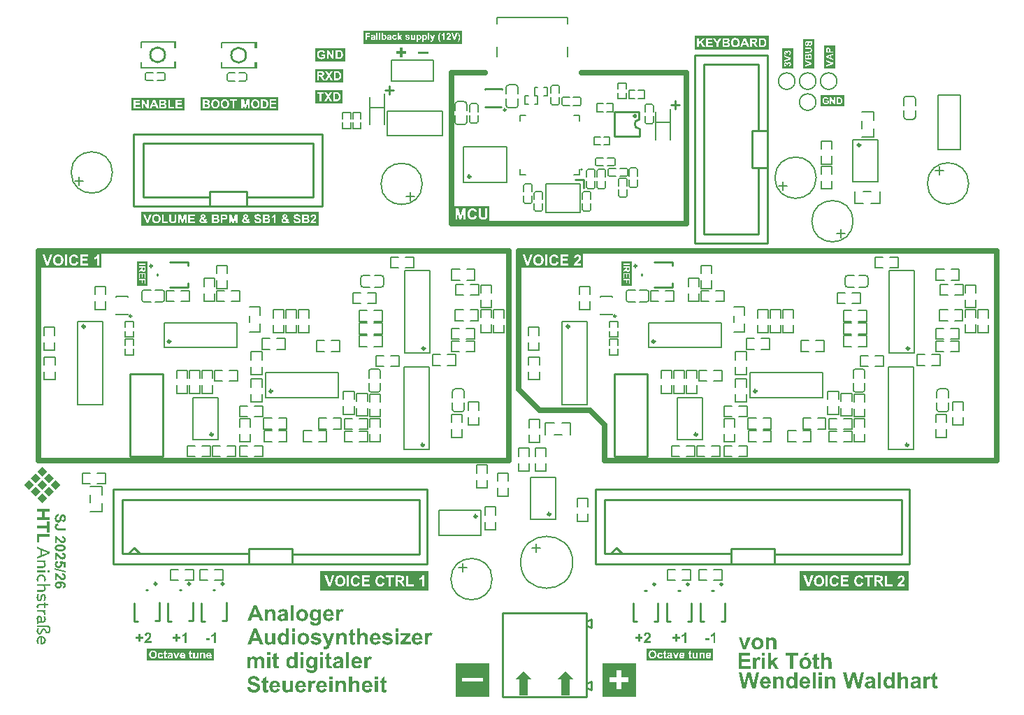
<source format=gto>
G04*
G04 #@! TF.GenerationSoftware,Altium Limited,Altium Designer,24.8.2 (39)*
G04*
G04 Layer_Color=65535*
%FSLAX25Y25*%
%MOIN*%
G70*
G04*
G04 #@! TF.SameCoordinates,8134F229-52BB-4174-A8A1-A21A1ADD1C6F*
G04*
G04*
G04 #@! TF.FilePolarity,Positive*
G04*
G01*
G75*
%ADD10C,0.00787*%
%ADD11C,0.00600*%
%ADD12C,0.01000*%
%ADD13C,0.00598*%
%ADD14C,0.01181*%
%ADD15C,0.00591*%
%ADD16C,0.02500*%
%ADD17C,0.00500*%
%ADD18C,0.00800*%
G36*
X18462Y90043D02*
X18526D01*
Y84827D01*
X18462D01*
Y84763D01*
X17302D01*
Y86759D01*
X12408D01*
Y88111D01*
X17302D01*
Y90108D01*
X18462D01*
Y90043D01*
D02*
G37*
G36*
X18526Y82831D02*
X18462D01*
Y82766D01*
X13567D01*
Y80126D01*
X12408D01*
Y84119D01*
X18526D01*
Y82831D01*
D02*
G37*
G36*
X12537Y77872D02*
X12730D01*
Y77808D01*
X12859D01*
Y77744D01*
X12988D01*
Y77679D01*
X13181D01*
Y77615D01*
X13310D01*
Y77550D01*
X13503D01*
Y77486D01*
X13632D01*
Y77421D01*
X13825D01*
Y77357D01*
X13954D01*
Y77293D01*
X14083D01*
Y77228D01*
X14276D01*
Y77164D01*
X14404D01*
Y77100D01*
X14598D01*
Y77035D01*
X14727D01*
Y76971D01*
X14920D01*
Y76906D01*
X15048D01*
Y76842D01*
X15177D01*
Y76777D01*
X15370D01*
Y76713D01*
X15499D01*
Y76649D01*
X15692D01*
Y76584D01*
X15821D01*
Y76520D01*
X16014D01*
Y76455D01*
X16143D01*
Y76391D01*
X16272D01*
Y76327D01*
X16465D01*
Y76262D01*
X16594D01*
Y76198D01*
X16787D01*
Y76134D01*
X16916D01*
Y76069D01*
X17109D01*
Y76005D01*
X17238D01*
Y75940D01*
X17367D01*
Y75876D01*
X17560D01*
Y75811D01*
X17689D01*
Y75747D01*
X17882D01*
Y75683D01*
X18011D01*
Y75618D01*
X18139D01*
Y75554D01*
X18333D01*
Y75490D01*
X18462D01*
Y75425D01*
X18526D01*
Y74717D01*
X18462D01*
Y74652D01*
X18397D01*
Y74588D01*
X18204D01*
Y74524D01*
X18075D01*
Y74459D01*
X17882D01*
Y74395D01*
X17753D01*
Y74330D01*
X17624D01*
Y74266D01*
X17431D01*
Y74202D01*
X17302D01*
Y74137D01*
X17109D01*
Y74073D01*
X16980D01*
Y74008D01*
X16787D01*
Y73944D01*
X16658D01*
Y73880D01*
X16530D01*
Y73815D01*
X16336D01*
Y73751D01*
X16208D01*
Y73686D01*
X16014D01*
Y73622D01*
X15886D01*
Y73558D01*
X15692D01*
Y73493D01*
X15564D01*
Y73429D01*
X15435D01*
Y73365D01*
X15242D01*
Y73300D01*
X15113D01*
Y73236D01*
X14920D01*
Y73171D01*
X14791D01*
Y73107D01*
X14598D01*
Y73043D01*
X14469D01*
Y72978D01*
X14340D01*
Y72914D01*
X14147D01*
Y72849D01*
X14018D01*
Y72785D01*
X13825D01*
Y72720D01*
X13696D01*
Y72656D01*
X13567D01*
Y72592D01*
X13374D01*
Y72527D01*
X13245D01*
Y72463D01*
X13052D01*
Y72399D01*
X12923D01*
Y72334D01*
X12730D01*
Y72270D01*
X12601D01*
Y72205D01*
X12473D01*
Y72141D01*
X12408D01*
Y73043D01*
X12473D01*
Y73107D01*
X12666D01*
Y73171D01*
X12795D01*
Y73236D01*
X12988D01*
Y73300D01*
X13116D01*
Y73365D01*
X13310D01*
Y73429D01*
X13439D01*
Y73493D01*
X13632D01*
Y73558D01*
X13760D01*
Y73622D01*
X13954D01*
Y73686D01*
X14083D01*
Y76455D01*
X13954D01*
Y76520D01*
X13825D01*
Y76584D01*
X13632D01*
Y76649D01*
X13503D01*
Y76713D01*
X13310D01*
Y76777D01*
X13181D01*
Y76842D01*
X12988D01*
Y76906D01*
X12859D01*
Y76971D01*
X12666D01*
Y77035D01*
X12537D01*
Y77100D01*
X12408D01*
Y77937D01*
X12537D01*
Y77872D01*
D02*
G37*
G36*
X16530Y70724D02*
X16079D01*
Y70595D01*
X16143D01*
Y70531D01*
X16208D01*
Y70467D01*
X16272D01*
Y70338D01*
X16336D01*
Y70273D01*
X16401D01*
Y70145D01*
X16465D01*
Y69951D01*
X16530D01*
Y69823D01*
X16594D01*
Y69501D01*
X16658D01*
Y68985D01*
X16594D01*
Y68728D01*
X16530D01*
Y68535D01*
X16465D01*
Y68406D01*
X16401D01*
Y68341D01*
X16336D01*
Y68277D01*
X16272D01*
Y68213D01*
X16208D01*
Y68148D01*
X16143D01*
Y68084D01*
X16079D01*
Y68019D01*
X15950D01*
Y67955D01*
X15821D01*
Y67891D01*
X15628D01*
Y67826D01*
X15242D01*
Y67762D01*
X12408D01*
Y68599D01*
X15370D01*
Y68664D01*
X15564D01*
Y68728D01*
X15628D01*
Y68792D01*
X15692D01*
Y68857D01*
X15757D01*
Y68921D01*
X15821D01*
Y69050D01*
X15886D01*
Y69823D01*
X15821D01*
Y69951D01*
X15757D01*
Y70080D01*
X15692D01*
Y70209D01*
X15628D01*
Y70338D01*
X15564D01*
Y70402D01*
X15499D01*
Y70467D01*
X15435D01*
Y70531D01*
X15370D01*
Y70595D01*
X15306D01*
Y70660D01*
X15242D01*
Y70724D01*
X12408D01*
Y71497D01*
X16530D01*
Y70724D01*
D02*
G37*
G36*
Y65701D02*
X12408D01*
Y66538D01*
X16530D01*
Y65701D01*
D02*
G37*
G36*
X18139Y66603D02*
X18268D01*
Y66538D01*
X18333D01*
Y66474D01*
X18397D01*
Y66410D01*
X18462D01*
Y66216D01*
X18526D01*
Y66023D01*
X18462D01*
Y65830D01*
X18397D01*
Y65766D01*
X18333D01*
Y65701D01*
X18268D01*
Y65637D01*
X18139D01*
Y65572D01*
X17753D01*
Y65637D01*
X17624D01*
Y65701D01*
X17560D01*
Y65766D01*
X17495D01*
Y65894D01*
X17431D01*
Y66345D01*
X17495D01*
Y66474D01*
X17560D01*
Y66538D01*
X17689D01*
Y66603D01*
X17818D01*
Y66667D01*
X18139D01*
Y66603D01*
D02*
G37*
G36*
X14662Y64671D02*
X15048D01*
Y64606D01*
X15242D01*
Y64542D01*
X15370D01*
Y64478D01*
X15499D01*
Y64413D01*
X15628D01*
Y64349D01*
X15692D01*
Y64284D01*
X15821D01*
Y64220D01*
X15886D01*
Y64156D01*
X15950D01*
Y64091D01*
X16014D01*
Y64027D01*
X16079D01*
Y63963D01*
X16143D01*
Y63898D01*
X16208D01*
Y63769D01*
X16272D01*
Y63705D01*
X16336D01*
Y63576D01*
X16401D01*
Y63447D01*
X16465D01*
Y63254D01*
X16530D01*
Y63061D01*
X16594D01*
Y62739D01*
X16658D01*
Y62095D01*
X16594D01*
Y61773D01*
X16530D01*
Y61580D01*
X16465D01*
Y61387D01*
X16401D01*
Y61258D01*
X15564D01*
Y61322D01*
X15628D01*
Y61451D01*
X15692D01*
Y61580D01*
X15757D01*
Y61709D01*
X15821D01*
Y61902D01*
X15886D01*
Y62288D01*
X15950D01*
Y62610D01*
X15886D01*
Y62932D01*
X15821D01*
Y63125D01*
X15757D01*
Y63254D01*
X15692D01*
Y63319D01*
X15628D01*
Y63383D01*
X15564D01*
Y63447D01*
X15499D01*
Y63512D01*
X15435D01*
Y63576D01*
X15370D01*
Y63640D01*
X15306D01*
Y63705D01*
X15177D01*
Y63769D01*
X15048D01*
Y63834D01*
X14855D01*
Y63898D01*
X14018D01*
Y63834D01*
X13825D01*
Y63769D01*
X13696D01*
Y63705D01*
X13632D01*
Y63640D01*
X13503D01*
Y63576D01*
X13439D01*
Y63512D01*
X13374D01*
Y63447D01*
X13310D01*
Y63319D01*
X13245D01*
Y63254D01*
X13181D01*
Y63125D01*
X13116D01*
Y62932D01*
X13052D01*
Y62610D01*
X12988D01*
Y62224D01*
X13052D01*
Y61837D01*
X13116D01*
Y61709D01*
X13181D01*
Y61580D01*
X13245D01*
Y61451D01*
X13310D01*
Y61322D01*
X13374D01*
Y61193D01*
X12601D01*
Y61258D01*
X12537D01*
Y61387D01*
X12473D01*
Y61580D01*
X12408D01*
Y61773D01*
X12344D01*
Y62095D01*
X12279D01*
Y62739D01*
X12344D01*
Y63125D01*
X12408D01*
Y63319D01*
X12473D01*
Y63512D01*
X12537D01*
Y63640D01*
X12601D01*
Y63705D01*
X12666D01*
Y63834D01*
X12730D01*
Y63898D01*
X12795D01*
Y63963D01*
X12859D01*
Y64027D01*
X12923D01*
Y64091D01*
X12988D01*
Y64156D01*
X13052D01*
Y64220D01*
X13116D01*
Y64284D01*
X13181D01*
Y64349D01*
X13245D01*
Y64413D01*
X13374D01*
Y64478D01*
X13503D01*
Y64542D01*
X13632D01*
Y64606D01*
X13889D01*
Y64671D01*
X14211D01*
Y64735D01*
X14662D01*
Y64671D01*
D02*
G37*
G36*
X18783Y60099D02*
X18848D01*
Y59390D01*
X16079D01*
Y59262D01*
X16143D01*
Y59197D01*
X16208D01*
Y59133D01*
X16272D01*
Y59004D01*
X16336D01*
Y58939D01*
X16401D01*
Y58811D01*
X16465D01*
Y58618D01*
X16530D01*
Y58489D01*
X16594D01*
Y58167D01*
X16658D01*
Y57652D01*
X16594D01*
Y57394D01*
X16530D01*
Y57201D01*
X16465D01*
Y57072D01*
X16401D01*
Y57008D01*
X16336D01*
Y56943D01*
X16272D01*
Y56879D01*
X16208D01*
Y56814D01*
X16143D01*
Y56750D01*
X16079D01*
Y56686D01*
X15950D01*
Y56621D01*
X15821D01*
Y56557D01*
X15628D01*
Y56492D01*
X15242D01*
Y56428D01*
X12408D01*
Y57265D01*
X15435D01*
Y57330D01*
X15564D01*
Y57394D01*
X15628D01*
Y57458D01*
X15692D01*
Y57523D01*
X15757D01*
Y57587D01*
X15821D01*
Y57716D01*
X15886D01*
Y58424D01*
X15821D01*
Y58618D01*
X15757D01*
Y58746D01*
X15692D01*
Y58875D01*
X15628D01*
Y58939D01*
X15564D01*
Y59068D01*
X15499D01*
Y59133D01*
X15435D01*
Y59197D01*
X15370D01*
Y59262D01*
X15306D01*
Y59326D01*
X15242D01*
Y59390D01*
X12408D01*
Y60163D01*
X18783D01*
Y60099D01*
D02*
G37*
G36*
X15692Y55333D02*
X15886D01*
Y55269D01*
X16014D01*
Y55204D01*
X16079D01*
Y55140D01*
X16143D01*
Y55076D01*
X16208D01*
Y55011D01*
X16272D01*
Y54947D01*
X16336D01*
Y54883D01*
X16401D01*
Y54754D01*
X16465D01*
Y54561D01*
X16530D01*
Y54367D01*
X16594D01*
Y54045D01*
X16658D01*
Y53852D01*
Y53788D01*
Y53337D01*
X16594D01*
Y52951D01*
X16530D01*
Y52693D01*
X16465D01*
Y52500D01*
X16401D01*
Y52307D01*
X16336D01*
Y52242D01*
X16272D01*
Y52178D01*
X15564D01*
Y52371D01*
X15628D01*
Y52500D01*
X15692D01*
Y52629D01*
X15757D01*
Y52822D01*
X15821D01*
Y53079D01*
X15886D01*
Y53466D01*
X15950D01*
Y53981D01*
X15886D01*
Y54303D01*
X15821D01*
Y54432D01*
X15757D01*
Y54496D01*
X15692D01*
Y54561D01*
X15564D01*
Y54625D01*
X15242D01*
Y54561D01*
X15177D01*
Y54496D01*
X15113D01*
Y54432D01*
X15048D01*
Y54303D01*
X14984D01*
Y54045D01*
X14920D01*
Y53659D01*
X14855D01*
Y53272D01*
X14791D01*
Y52951D01*
X14727D01*
Y52757D01*
X14662D01*
Y52629D01*
X14598D01*
Y52500D01*
X14533D01*
Y52371D01*
X14469D01*
Y52307D01*
X14404D01*
Y52242D01*
X14340D01*
Y52178D01*
X14276D01*
Y52113D01*
X14147D01*
Y52049D01*
X13954D01*
Y51985D01*
X13310D01*
Y52049D01*
X13116D01*
Y52113D01*
X12988D01*
Y52178D01*
X12859D01*
Y52242D01*
X12795D01*
Y52307D01*
X12730D01*
Y52371D01*
X12666D01*
Y52500D01*
X12601D01*
Y52564D01*
X12537D01*
Y52693D01*
X12473D01*
Y52886D01*
X12408D01*
Y53079D01*
X12344D01*
Y53401D01*
X12279D01*
Y54110D01*
X12344D01*
Y54561D01*
X12408D01*
Y54818D01*
X12473D01*
Y55011D01*
X12537D01*
Y55140D01*
X12601D01*
Y55269D01*
X13439D01*
Y55204D01*
X13374D01*
Y55076D01*
X13310D01*
Y54947D01*
X13245D01*
Y54818D01*
X13181D01*
Y54625D01*
X13116D01*
Y54367D01*
X13052D01*
Y53981D01*
X12988D01*
Y53401D01*
X13052D01*
Y53144D01*
X13116D01*
Y53015D01*
X13181D01*
Y52886D01*
X13245D01*
Y52822D01*
X13374D01*
Y52757D01*
X13696D01*
Y52822D01*
X13825D01*
Y52886D01*
X13889D01*
Y52951D01*
X13954D01*
Y53079D01*
X14018D01*
Y53337D01*
X14083D01*
Y53659D01*
X14147D01*
Y54110D01*
X14211D01*
Y54367D01*
X14276D01*
Y54625D01*
X14340D01*
Y54754D01*
X14404D01*
Y54883D01*
X14469D01*
Y55011D01*
X14533D01*
Y55076D01*
X14598D01*
Y55140D01*
X14662D01*
Y55204D01*
X14727D01*
Y55269D01*
X14855D01*
Y55333D01*
X14984D01*
Y55398D01*
X15692D01*
Y55333D01*
D02*
G37*
G36*
X16530Y50697D02*
X17624D01*
Y50632D01*
X17689D01*
Y50375D01*
X17753D01*
Y49988D01*
X17818D01*
Y49924D01*
X17753D01*
Y49859D01*
X16530D01*
Y48636D01*
X15821D01*
Y49859D01*
X13439D01*
Y49795D01*
X13245D01*
Y49731D01*
X13181D01*
Y49666D01*
X13116D01*
Y49602D01*
X13052D01*
Y49409D01*
X12988D01*
Y49151D01*
X13052D01*
Y48829D01*
X13116D01*
Y48700D01*
X13181D01*
Y48636D01*
X12408D01*
Y48829D01*
X12344D01*
Y49151D01*
X12279D01*
Y49602D01*
X12344D01*
Y49859D01*
X12408D01*
Y50053D01*
X12473D01*
Y50117D01*
X12537D01*
Y50246D01*
X12601D01*
Y50310D01*
X12666D01*
Y50375D01*
X12730D01*
Y50439D01*
X12859D01*
Y50503D01*
X12988D01*
Y50568D01*
X13245D01*
Y50632D01*
X13760D01*
Y50697D01*
X15821D01*
Y51405D01*
X16530D01*
Y50697D01*
D02*
G37*
G36*
Y46962D02*
X15950D01*
Y46897D01*
X16014D01*
Y46833D01*
X16079D01*
Y46768D01*
X16143D01*
Y46704D01*
X16208D01*
Y46640D01*
X16272D01*
Y46575D01*
X16336D01*
Y46446D01*
X16401D01*
Y46382D01*
X16465D01*
Y46189D01*
X16530D01*
Y45996D01*
X16594D01*
Y45480D01*
X16530D01*
Y45416D01*
X15821D01*
Y45996D01*
X15757D01*
Y46253D01*
X15692D01*
Y46382D01*
X15628D01*
Y46511D01*
X15564D01*
Y46575D01*
X15499D01*
Y46640D01*
X15435D01*
Y46704D01*
X15370D01*
Y46768D01*
X15306D01*
Y46833D01*
X15177D01*
Y46897D01*
X15113D01*
Y46962D01*
X12408D01*
Y47734D01*
X16530D01*
Y46962D01*
D02*
G37*
G36*
X13889Y44965D02*
X14083D01*
Y44901D01*
X14211D01*
Y44837D01*
X14276D01*
Y44772D01*
X14340D01*
Y44708D01*
X14404D01*
Y44643D01*
X14469D01*
Y44579D01*
X14533D01*
Y44450D01*
X14598D01*
Y44321D01*
X14662D01*
Y44192D01*
X14727D01*
Y43935D01*
X14791D01*
Y43355D01*
X14855D01*
Y43291D01*
X14791D01*
Y42711D01*
X14727D01*
Y42454D01*
X15242D01*
Y42518D01*
X15499D01*
Y42583D01*
X15628D01*
Y42647D01*
X15692D01*
Y42711D01*
X15757D01*
Y42776D01*
X15821D01*
Y42905D01*
X15886D01*
Y43227D01*
X15950D01*
Y43742D01*
X15886D01*
Y44064D01*
X15821D01*
Y44257D01*
X15757D01*
Y44386D01*
X15692D01*
Y44515D01*
X15628D01*
Y44643D01*
X15564D01*
Y44772D01*
X16272D01*
Y44708D01*
X16336D01*
Y44579D01*
X16401D01*
Y44450D01*
X16465D01*
Y44257D01*
X16530D01*
Y44064D01*
X16594D01*
Y43677D01*
X16658D01*
Y43033D01*
X16594D01*
Y42711D01*
X16530D01*
Y42518D01*
X16465D01*
Y42325D01*
X16401D01*
Y42261D01*
X16336D01*
Y42132D01*
X16272D01*
Y42067D01*
X16208D01*
Y42003D01*
X16143D01*
Y41939D01*
X16014D01*
Y41874D01*
X15886D01*
Y41810D01*
X15757D01*
Y41745D01*
X15499D01*
Y41681D01*
X13181D01*
Y41617D01*
X13052D01*
Y41552D01*
X12988D01*
Y41230D01*
X13052D01*
Y41166D01*
X12988D01*
Y41102D01*
X12408D01*
Y41166D01*
X12344D01*
Y41874D01*
X12408D01*
Y42067D01*
X12473D01*
Y42132D01*
X12537D01*
Y42196D01*
X12601D01*
Y42261D01*
X12666D01*
Y42325D01*
X12730D01*
Y42389D01*
X12666D01*
Y42518D01*
X12601D01*
Y42583D01*
X12537D01*
Y42711D01*
X12473D01*
Y42905D01*
X12408D01*
Y43033D01*
X12344D01*
Y43355D01*
X12279D01*
Y43871D01*
X12344D01*
Y44192D01*
X12408D01*
Y44386D01*
X12473D01*
Y44450D01*
X12537D01*
Y44579D01*
X12601D01*
Y44643D01*
X12666D01*
Y44708D01*
X12730D01*
Y44772D01*
X12795D01*
Y44837D01*
X12859D01*
Y44901D01*
X12988D01*
Y44965D01*
X13116D01*
Y45030D01*
X13889D01*
Y44965D01*
D02*
G37*
G36*
X17560Y40264D02*
X17882D01*
Y40200D01*
X18011D01*
Y40135D01*
X18204D01*
Y40071D01*
X18268D01*
Y40007D01*
X18333D01*
Y39942D01*
X18462D01*
Y39878D01*
X18526D01*
Y39749D01*
X18590D01*
Y39685D01*
X18655D01*
Y39556D01*
X18719D01*
Y39427D01*
X18783D01*
Y39298D01*
X18848D01*
Y39041D01*
X18912D01*
Y37882D01*
X18848D01*
Y37624D01*
X18783D01*
Y37495D01*
X18719D01*
Y37302D01*
X18655D01*
Y37238D01*
X18590D01*
Y37109D01*
X18526D01*
Y37045D01*
X18462D01*
Y36980D01*
X18397D01*
Y36916D01*
X18333D01*
Y36851D01*
X18204D01*
Y36787D01*
X18075D01*
Y36722D01*
X17946D01*
Y36658D01*
X17689D01*
Y36594D01*
X17045D01*
Y36658D01*
X16723D01*
Y36722D01*
X16530D01*
Y36787D01*
X16465D01*
Y36980D01*
X16401D01*
Y37366D01*
X16336D01*
Y37560D01*
X16272D01*
Y37753D01*
X16208D01*
Y37882D01*
X16143D01*
Y37946D01*
X16079D01*
Y38075D01*
X15950D01*
Y38139D01*
X15757D01*
Y38204D01*
X15628D01*
Y38139D01*
X15435D01*
Y38075D01*
X15370D01*
Y38010D01*
X15306D01*
Y37946D01*
X15242D01*
Y37882D01*
X15177D01*
Y37753D01*
X15113D01*
Y37560D01*
X15048D01*
Y37431D01*
X14984D01*
Y37238D01*
X14920D01*
Y37045D01*
X14855D01*
Y36916D01*
X14791D01*
Y36787D01*
X14727D01*
Y36658D01*
X14662D01*
Y36594D01*
X14598D01*
Y36465D01*
X14533D01*
Y36400D01*
X14469D01*
Y36336D01*
X14404D01*
Y36272D01*
X14276D01*
Y36207D01*
X14211D01*
Y36143D01*
X14018D01*
Y36079D01*
X13696D01*
Y36014D01*
X13503D01*
Y36079D01*
X13181D01*
Y36143D01*
X12988D01*
Y36207D01*
X12923D01*
Y36272D01*
X12795D01*
Y36336D01*
X12730D01*
Y36400D01*
X12666D01*
Y36529D01*
X12601D01*
Y36594D01*
X12537D01*
Y36722D01*
X12473D01*
Y36851D01*
X12408D01*
Y37045D01*
X12344D01*
Y37302D01*
X12279D01*
Y37882D01*
X12344D01*
Y38268D01*
X12408D01*
Y38461D01*
X12473D01*
Y38654D01*
X12537D01*
Y38848D01*
X12601D01*
Y38912D01*
X13439D01*
Y38848D01*
X13374D01*
Y38719D01*
X13310D01*
Y38590D01*
X13245D01*
Y38461D01*
X13181D01*
Y38332D01*
X13116D01*
Y38139D01*
X13052D01*
Y37817D01*
X12988D01*
Y37366D01*
X13052D01*
Y37173D01*
X13116D01*
Y37045D01*
X13181D01*
Y36980D01*
X13245D01*
Y36916D01*
X13374D01*
Y36851D01*
X13825D01*
Y36916D01*
X13954D01*
Y36980D01*
X14018D01*
Y37109D01*
X14083D01*
Y37238D01*
X14147D01*
Y37366D01*
X14211D01*
Y37495D01*
X14276D01*
Y37688D01*
X14340D01*
Y37882D01*
X14404D01*
Y38010D01*
X14469D01*
Y38204D01*
X14533D01*
Y38268D01*
X14598D01*
Y38397D01*
X14662D01*
Y38526D01*
X14727D01*
Y38590D01*
X14791D01*
Y38654D01*
X14855D01*
Y38719D01*
X14920D01*
Y38783D01*
X15048D01*
Y38848D01*
X15177D01*
Y38912D01*
X15435D01*
Y38976D01*
X15821D01*
Y38912D01*
X16079D01*
Y38848D01*
X16208D01*
Y38783D01*
X16336D01*
Y38719D01*
X16401D01*
Y38654D01*
X16465D01*
Y38590D01*
X16530D01*
Y38526D01*
X16594D01*
Y38461D01*
X16658D01*
Y38332D01*
X16723D01*
Y38268D01*
X16787D01*
Y38139D01*
X16852D01*
Y37946D01*
X16916D01*
Y37753D01*
X16980D01*
Y37495D01*
X17045D01*
Y37431D01*
X17238D01*
Y37366D01*
X17495D01*
Y37431D01*
X17753D01*
Y37495D01*
X17882D01*
Y37560D01*
X17946D01*
Y37624D01*
X18011D01*
Y37688D01*
X18075D01*
Y37817D01*
X18139D01*
Y38010D01*
X18204D01*
Y38848D01*
X18139D01*
Y39041D01*
X18075D01*
Y39170D01*
X18011D01*
Y39298D01*
X17946D01*
Y39363D01*
X17818D01*
Y39427D01*
X17689D01*
Y39492D01*
X17367D01*
Y39556D01*
X12408D01*
Y40329D01*
X17560D01*
Y40264D01*
D02*
G37*
G36*
X14855Y35306D02*
X15113D01*
Y35241D01*
X15306D01*
Y35177D01*
X15499D01*
Y35113D01*
X15628D01*
Y35048D01*
X15692D01*
Y34984D01*
X15821D01*
Y34919D01*
X15886D01*
Y34855D01*
X15950D01*
Y34791D01*
X16014D01*
Y34726D01*
X16079D01*
Y34662D01*
X16143D01*
Y34597D01*
X16208D01*
Y34533D01*
X16272D01*
Y34404D01*
X16336D01*
Y34340D01*
X16401D01*
Y34211D01*
X16465D01*
Y34082D01*
X16530D01*
Y33889D01*
X16594D01*
Y33567D01*
X16658D01*
Y32987D01*
X16594D01*
Y32730D01*
X16530D01*
Y32537D01*
X16465D01*
Y32408D01*
X16401D01*
Y32279D01*
X16336D01*
Y32150D01*
X16272D01*
Y32086D01*
X16208D01*
Y32021D01*
X16143D01*
Y31957D01*
X16079D01*
Y31893D01*
X16014D01*
Y31828D01*
X15950D01*
Y31764D01*
X15821D01*
Y31699D01*
X15757D01*
Y31635D01*
X15628D01*
Y31571D01*
X15499D01*
Y31506D01*
X15242D01*
Y31442D01*
X14920D01*
Y31378D01*
X14276D01*
Y31442D01*
X14211D01*
Y34597D01*
X14147D01*
Y34533D01*
X13889D01*
Y34469D01*
X13760D01*
Y34404D01*
X13632D01*
Y34340D01*
X13567D01*
Y34275D01*
X13503D01*
Y34211D01*
X13374D01*
Y34082D01*
X13310D01*
Y34018D01*
X13245D01*
Y33889D01*
X13181D01*
Y33825D01*
X13116D01*
Y33631D01*
X13052D01*
Y33309D01*
X12988D01*
Y32794D01*
X13052D01*
Y32472D01*
X13116D01*
Y32279D01*
X13181D01*
Y32150D01*
X13245D01*
Y32021D01*
X13310D01*
Y31893D01*
X13374D01*
Y31764D01*
X13439D01*
Y31699D01*
X13503D01*
Y31635D01*
X12666D01*
Y31699D01*
X12601D01*
Y31828D01*
X12537D01*
Y32021D01*
X12473D01*
Y32215D01*
X12408D01*
Y32408D01*
X12344D01*
Y32794D01*
X12279D01*
Y33438D01*
X12344D01*
Y33760D01*
X12408D01*
Y33953D01*
X12473D01*
Y34147D01*
X12537D01*
Y34275D01*
X12601D01*
Y34404D01*
X12666D01*
Y34469D01*
X12730D01*
Y34533D01*
X12795D01*
Y34662D01*
X12859D01*
Y34726D01*
X12923D01*
Y34791D01*
X12988D01*
Y34855D01*
X13052D01*
Y34919D01*
X13181D01*
Y34984D01*
X13245D01*
Y35048D01*
X13374D01*
Y35113D01*
X13439D01*
Y35177D01*
X13632D01*
Y35241D01*
X13825D01*
Y35306D01*
X14083D01*
Y35370D01*
X14855D01*
Y35306D01*
D02*
G37*
G36*
X268362Y14740D02*
X266394D01*
Y6866D01*
X262457D01*
Y14740D01*
X260488D01*
X264425Y18677D01*
X268362Y14740D01*
D02*
G37*
G36*
X248362D02*
X246394D01*
Y6866D01*
X242457D01*
Y14740D01*
X240488D01*
X244425Y18677D01*
X248362Y14740D01*
D02*
G37*
G36*
X78858Y315797D02*
X77658D01*
Y318887D01*
X78858D01*
Y315797D01*
D02*
G37*
G36*
X117483Y315665D02*
X116283D01*
Y318755D01*
X117483D01*
Y315665D01*
D02*
G37*
G36*
X78858Y306152D02*
X77658D01*
Y309243D01*
X78858D01*
Y306152D01*
D02*
G37*
G36*
X117483Y306020D02*
X116283D01*
Y309110D01*
X117483D01*
Y306020D01*
D02*
G37*
G36*
X178332Y292180D02*
X177734D01*
Y293980D01*
X178332D01*
Y292180D01*
D02*
G37*
G36*
X314694Y285024D02*
X314096D01*
Y286824D01*
X314694D01*
Y285024D01*
D02*
G37*
G36*
X298126Y284214D02*
X298395Y283945D01*
X298541Y283592D01*
Y283402D01*
Y283211D01*
X298395Y282859D01*
X298126Y282589D01*
X297773Y282443D01*
X297392D01*
X297040Y282589D01*
X296770Y282859D01*
X296624Y283211D01*
Y283402D01*
Y283592D01*
X296770Y283945D01*
X297040Y284214D01*
X297392Y284360D01*
X297773D01*
X298126Y284214D01*
D02*
G37*
G36*
X15067Y115894D02*
X15132D01*
Y115830D01*
X15196D01*
Y115766D01*
X15261D01*
Y115701D01*
X15325D01*
Y115637D01*
X15390D01*
Y115572D01*
X15454D01*
Y115508D01*
X15518D01*
Y115444D01*
X15583D01*
Y115379D01*
X15647D01*
Y115315D01*
X15711D01*
Y115250D01*
X15776D01*
Y115186D01*
X15840D01*
Y115122D01*
X15905D01*
Y115057D01*
X15969D01*
Y114993D01*
X16033D01*
Y114928D01*
X16098D01*
Y114864D01*
X16162D01*
Y114800D01*
X16227D01*
Y114735D01*
X16291D01*
Y114671D01*
X16355D01*
Y114606D01*
X16420D01*
Y114542D01*
X16484D01*
Y114478D01*
X16549D01*
Y114413D01*
X16613D01*
Y114349D01*
X16677D01*
Y114285D01*
X16742D01*
Y114220D01*
X16806D01*
Y114156D01*
X16871D01*
Y114091D01*
X16935D01*
Y114027D01*
X16999D01*
Y113962D01*
X17064D01*
Y113898D01*
X17128D01*
Y113834D01*
X17193D01*
Y113769D01*
X17257D01*
Y113705D01*
X17321D01*
Y113640D01*
X17257D01*
Y113576D01*
X17193D01*
Y113512D01*
X17128D01*
Y113447D01*
X17064D01*
Y113383D01*
X16999D01*
Y113319D01*
X16935D01*
Y113254D01*
X16871D01*
Y113190D01*
X16806D01*
Y113125D01*
X16742D01*
Y113061D01*
X16677D01*
Y112996D01*
X16613D01*
Y112932D01*
X16549D01*
Y112868D01*
X16484D01*
Y112803D01*
X16420D01*
Y112739D01*
X16355D01*
Y112674D01*
X16291D01*
Y112610D01*
X16227D01*
Y112546D01*
X16162D01*
Y112481D01*
X16098D01*
Y112417D01*
X16033D01*
Y112353D01*
X15969D01*
Y112288D01*
X15905D01*
Y112224D01*
X15840D01*
Y112159D01*
X15776D01*
Y112095D01*
X15711D01*
Y112031D01*
X15647D01*
Y111966D01*
X15583D01*
Y111902D01*
X15518D01*
Y111837D01*
X15454D01*
Y111773D01*
X15390D01*
Y111709D01*
X15325D01*
Y111644D01*
X15261D01*
Y111580D01*
X15196D01*
Y111515D01*
X15132D01*
Y111451D01*
X15067D01*
Y111387D01*
X15003D01*
Y111322D01*
X14939D01*
Y111387D01*
X14874D01*
Y111451D01*
X14810D01*
Y111515D01*
X14746D01*
Y111580D01*
X14681D01*
Y111644D01*
X14617D01*
Y111709D01*
X14552D01*
Y111773D01*
X14488D01*
Y111837D01*
X14424D01*
Y111902D01*
X14359D01*
Y111966D01*
X14295D01*
Y112031D01*
X14230D01*
Y112095D01*
X14166D01*
Y112159D01*
X14101D01*
Y112224D01*
X14037D01*
Y112288D01*
X13973D01*
Y112353D01*
X13908D01*
Y112417D01*
X13844D01*
Y112481D01*
X13780D01*
Y112546D01*
X13715D01*
Y112610D01*
X13651D01*
Y112674D01*
X13586D01*
Y112739D01*
X13522D01*
Y112803D01*
X13458D01*
Y112868D01*
X13393D01*
Y112932D01*
X13329D01*
Y112996D01*
X13264D01*
Y113061D01*
X13200D01*
Y113125D01*
X13136D01*
Y113190D01*
X13071D01*
Y113254D01*
X13007D01*
Y113319D01*
X12942D01*
Y113383D01*
X12878D01*
Y113447D01*
X12814D01*
Y113512D01*
X12749D01*
Y113576D01*
X12685D01*
Y113705D01*
X12749D01*
Y113769D01*
X12814D01*
Y113834D01*
X12878D01*
Y113898D01*
X12942D01*
Y113962D01*
X13007D01*
Y114027D01*
X13071D01*
Y114091D01*
X13136D01*
Y114156D01*
X13200D01*
Y114220D01*
X13264D01*
Y114285D01*
X13329D01*
Y114349D01*
X13393D01*
Y114413D01*
X13458D01*
Y114478D01*
X13522D01*
Y114542D01*
X13586D01*
Y114606D01*
X13651D01*
Y114671D01*
X13715D01*
Y114735D01*
X13780D01*
Y114800D01*
X13844D01*
Y114864D01*
X13908D01*
Y114928D01*
X13973D01*
Y114993D01*
X14037D01*
Y115057D01*
X14101D01*
Y115122D01*
X14166D01*
Y115186D01*
X14230D01*
Y115250D01*
X14295D01*
Y115315D01*
X14359D01*
Y115379D01*
X14424D01*
Y115444D01*
X14488D01*
Y115508D01*
X14552D01*
Y115572D01*
X14617D01*
Y115637D01*
X14681D01*
Y115701D01*
X14746D01*
Y115766D01*
X14810D01*
Y115830D01*
X14874D01*
Y115894D01*
X14939D01*
Y115959D01*
X15067D01*
Y115894D01*
D02*
G37*
G36*
X18158Y112803D02*
X18223D01*
Y112739D01*
X18287D01*
Y112674D01*
X18352D01*
Y112610D01*
X18416D01*
Y112546D01*
X18481D01*
Y112481D01*
X18545D01*
Y112417D01*
X18609D01*
Y112353D01*
X18674D01*
Y112288D01*
X18738D01*
Y112224D01*
X18802D01*
Y112159D01*
X18867D01*
Y112095D01*
X18931D01*
Y112031D01*
X18996D01*
Y111966D01*
X19060D01*
Y111902D01*
X19125D01*
Y111837D01*
X19189D01*
Y111773D01*
X19253D01*
Y111709D01*
X19318D01*
Y111644D01*
X19382D01*
Y111580D01*
X19446D01*
Y111515D01*
X19511D01*
Y111451D01*
X19575D01*
Y111387D01*
X19640D01*
Y111322D01*
X19704D01*
Y111258D01*
X19769D01*
Y111193D01*
X19833D01*
Y111129D01*
X19897D01*
Y111065D01*
X19962D01*
Y111000D01*
X20026D01*
Y110936D01*
X20090D01*
Y110871D01*
X20155D01*
Y110807D01*
X20219D01*
Y110743D01*
X20284D01*
Y110678D01*
X20348D01*
Y110614D01*
X20412D01*
Y110549D01*
X20477D01*
Y110485D01*
X20412D01*
Y110421D01*
X20348D01*
Y110356D01*
X20284D01*
Y110292D01*
X20219D01*
Y110227D01*
X20155D01*
Y110163D01*
X20090D01*
Y110099D01*
X20026D01*
Y110034D01*
X19962D01*
Y109970D01*
X19897D01*
Y109905D01*
X19833D01*
Y109841D01*
X19769D01*
Y109777D01*
X19704D01*
Y109712D01*
X19640D01*
Y109648D01*
X19575D01*
Y109583D01*
X19511D01*
Y109519D01*
X19446D01*
Y109455D01*
X19382D01*
Y109390D01*
X19318D01*
Y109326D01*
X19253D01*
Y109262D01*
X19189D01*
Y109197D01*
X19125D01*
Y109133D01*
X19060D01*
Y109068D01*
X18996D01*
Y109004D01*
X18931D01*
Y108940D01*
X18867D01*
Y108875D01*
X18802D01*
Y108811D01*
X18738D01*
Y108746D01*
X18674D01*
Y108682D01*
X18609D01*
Y108617D01*
X18545D01*
Y108553D01*
X18481D01*
Y108489D01*
X18416D01*
Y108424D01*
X18352D01*
Y108360D01*
X18287D01*
Y108296D01*
X18223D01*
Y108231D01*
X18030D01*
Y108296D01*
X17965D01*
Y108360D01*
X17901D01*
Y108424D01*
X17837D01*
Y108489D01*
X17772D01*
Y108553D01*
X17708D01*
Y108617D01*
X17643D01*
Y108682D01*
X17579D01*
Y108746D01*
X17515D01*
Y108811D01*
X17450D01*
Y108875D01*
X17386D01*
Y108940D01*
X17321D01*
Y109004D01*
X17257D01*
Y109068D01*
X17193D01*
Y109133D01*
X17128D01*
Y109197D01*
X17064D01*
Y109262D01*
X16999D01*
Y109326D01*
X16935D01*
Y109390D01*
X16871D01*
Y109455D01*
X16806D01*
Y109519D01*
X16742D01*
Y109583D01*
X16677D01*
Y109648D01*
X16613D01*
Y109712D01*
X16549D01*
Y109777D01*
X16484D01*
Y109841D01*
X16420D01*
Y109905D01*
X16355D01*
Y109970D01*
X16291D01*
Y110034D01*
X16227D01*
Y110099D01*
X16162D01*
Y110163D01*
X16098D01*
Y110227D01*
X16033D01*
Y110292D01*
X15969D01*
Y110356D01*
X15905D01*
Y110421D01*
X15840D01*
Y110614D01*
X15905D01*
Y110678D01*
X15969D01*
Y110743D01*
X16033D01*
Y110807D01*
X16098D01*
Y110871D01*
X16162D01*
Y110936D01*
X16227D01*
Y111000D01*
X16291D01*
Y111065D01*
X16355D01*
Y111129D01*
X16420D01*
Y111193D01*
X16484D01*
Y111258D01*
X16549D01*
Y111322D01*
X16613D01*
Y111387D01*
X16677D01*
Y111451D01*
X16742D01*
Y111515D01*
X16806D01*
Y111580D01*
X16871D01*
Y111644D01*
X16935D01*
Y111709D01*
X16999D01*
Y111773D01*
X17064D01*
Y111837D01*
X17128D01*
Y111902D01*
X17193D01*
Y111966D01*
X17257D01*
Y112031D01*
X17321D01*
Y112095D01*
X17386D01*
Y112159D01*
X17450D01*
Y112224D01*
X17515D01*
Y112288D01*
X17579D01*
Y112353D01*
X17643D01*
Y112417D01*
X17708D01*
Y112481D01*
X17772D01*
Y112546D01*
X17837D01*
Y112610D01*
X17901D01*
Y112674D01*
X17965D01*
Y112739D01*
X18030D01*
Y112803D01*
X18094D01*
Y112868D01*
X18158D01*
Y112803D01*
D02*
G37*
G36*
X11912Y112739D02*
X11976D01*
Y112674D01*
X12041D01*
Y112610D01*
X12105D01*
Y112546D01*
X12170D01*
Y112481D01*
X12234D01*
Y112417D01*
X12298D01*
Y112353D01*
X12363D01*
Y112288D01*
X12427D01*
Y112224D01*
X12492D01*
Y112159D01*
X12556D01*
Y112095D01*
X12620D01*
Y112031D01*
X12685D01*
Y111966D01*
X12749D01*
Y111902D01*
X12814D01*
Y111837D01*
X12878D01*
Y111773D01*
X12942D01*
Y111709D01*
X13007D01*
Y111644D01*
X13071D01*
Y111580D01*
X13136D01*
Y111515D01*
X13200D01*
Y111451D01*
X13264D01*
Y111387D01*
X13329D01*
Y111322D01*
X13393D01*
Y111258D01*
X13458D01*
Y111193D01*
X13522D01*
Y111129D01*
X13586D01*
Y111065D01*
X13651D01*
Y111000D01*
X13715D01*
Y110936D01*
X13780D01*
Y110871D01*
X13844D01*
Y110807D01*
X13908D01*
Y110743D01*
X13973D01*
Y110678D01*
X14037D01*
Y110614D01*
X14101D01*
Y110549D01*
X14166D01*
Y110485D01*
X14101D01*
Y110421D01*
X14037D01*
Y110356D01*
X13973D01*
Y110292D01*
X13908D01*
Y110227D01*
X13844D01*
Y110163D01*
X13780D01*
Y110099D01*
X13715D01*
Y110034D01*
X13651D01*
Y109970D01*
X13586D01*
Y109905D01*
X13522D01*
Y109841D01*
X13458D01*
Y109777D01*
X13393D01*
Y109712D01*
X13329D01*
Y109648D01*
X13264D01*
Y109583D01*
X13200D01*
Y109519D01*
X13136D01*
Y109455D01*
X13071D01*
Y109390D01*
X13007D01*
Y109326D01*
X12942D01*
Y109262D01*
X12878D01*
Y109197D01*
X12814D01*
Y109133D01*
X12749D01*
Y109068D01*
X12685D01*
Y109004D01*
X12620D01*
Y108940D01*
X12556D01*
Y108875D01*
X12492D01*
Y108811D01*
X12427D01*
Y108746D01*
X12363D01*
Y108682D01*
X12298D01*
Y108617D01*
X12234D01*
Y108553D01*
X12170D01*
Y108489D01*
X12105D01*
Y108424D01*
X12041D01*
Y108360D01*
X11976D01*
Y108296D01*
X11912D01*
Y108231D01*
X11783D01*
Y108296D01*
X11719D01*
Y108360D01*
X11654D01*
Y108424D01*
X11590D01*
Y108489D01*
X11526D01*
Y108553D01*
X11461D01*
Y108617D01*
X11397D01*
Y108682D01*
X11332D01*
Y108746D01*
X11268D01*
Y108811D01*
X11204D01*
Y108875D01*
X11139D01*
Y108940D01*
X11075D01*
Y109004D01*
X11011D01*
Y109068D01*
X10946D01*
Y109133D01*
X10882D01*
Y109197D01*
X10817D01*
Y109262D01*
X10753D01*
Y109326D01*
X10689D01*
Y109390D01*
X10624D01*
Y109455D01*
X10560D01*
Y109519D01*
X10495D01*
Y109583D01*
X10431D01*
Y109648D01*
X10367D01*
Y109712D01*
X10302D01*
Y109777D01*
X10238D01*
Y109841D01*
X10173D01*
Y109905D01*
X10109D01*
Y109970D01*
X10045D01*
Y110034D01*
X9980D01*
Y110099D01*
X9916D01*
Y110163D01*
X9851D01*
Y110227D01*
X9787D01*
Y110292D01*
X9723D01*
Y110356D01*
X9658D01*
Y110421D01*
X9594D01*
Y110485D01*
X9529D01*
Y110549D01*
X9594D01*
Y110614D01*
X9658D01*
Y110678D01*
X9723D01*
Y110743D01*
X9787D01*
Y110807D01*
X9851D01*
Y110871D01*
X9916D01*
Y110936D01*
X9980D01*
Y111000D01*
X10045D01*
Y111065D01*
X10109D01*
Y111129D01*
X10173D01*
Y111193D01*
X10238D01*
Y111258D01*
X10302D01*
Y111322D01*
X10367D01*
Y111387D01*
X10431D01*
Y111451D01*
X10495D01*
Y111515D01*
X10560D01*
Y111580D01*
X10624D01*
Y111644D01*
X10689D01*
Y111709D01*
X10753D01*
Y111773D01*
X10817D01*
Y111837D01*
X10882D01*
Y111902D01*
X10946D01*
Y111966D01*
X11011D01*
Y112031D01*
X11075D01*
Y112095D01*
X11139D01*
Y112159D01*
X11204D01*
Y112224D01*
X11268D01*
Y112288D01*
X11332D01*
Y112353D01*
X11397D01*
Y112417D01*
X11461D01*
Y112481D01*
X11526D01*
Y112546D01*
X11590D01*
Y112610D01*
X11654D01*
Y112674D01*
X11719D01*
Y112739D01*
X11783D01*
Y112803D01*
X11912D01*
Y112739D01*
D02*
G37*
G36*
X21314Y109648D02*
X21378D01*
Y109583D01*
X21443D01*
Y109519D01*
X21507D01*
Y109455D01*
X21572D01*
Y109390D01*
X21636D01*
Y109326D01*
X21700D01*
Y109262D01*
X21765D01*
Y109197D01*
X21829D01*
Y109133D01*
X21894D01*
Y109068D01*
X21958D01*
Y109004D01*
X22022D01*
Y108940D01*
X22087D01*
Y108875D01*
X22151D01*
Y108811D01*
X22216D01*
Y108746D01*
X22280D01*
Y108682D01*
X22344D01*
Y108617D01*
X22409D01*
Y108553D01*
X22473D01*
Y108489D01*
X22537D01*
Y108424D01*
X22602D01*
Y108360D01*
X22666D01*
Y108296D01*
X22731D01*
Y108231D01*
X22795D01*
Y108167D01*
X22860D01*
Y108102D01*
X22924D01*
Y108038D01*
X22988D01*
Y107974D01*
X23053D01*
Y107909D01*
X23117D01*
Y107845D01*
X23181D01*
Y107780D01*
X23246D01*
Y107716D01*
X23310D01*
Y107651D01*
X23375D01*
Y107587D01*
X23439D01*
Y107523D01*
X23504D01*
Y107458D01*
X23568D01*
Y107330D01*
X23504D01*
Y107265D01*
X23439D01*
Y107201D01*
X23375D01*
Y107136D01*
X23310D01*
Y107072D01*
X23246D01*
Y107008D01*
X23181D01*
Y106943D01*
X23117D01*
Y106879D01*
X23053D01*
Y106814D01*
X22988D01*
Y106750D01*
X22924D01*
Y106686D01*
X22860D01*
Y106621D01*
X22795D01*
Y106557D01*
X22731D01*
Y106492D01*
X22666D01*
Y106428D01*
X22602D01*
Y106364D01*
X22537D01*
Y106299D01*
X22473D01*
Y106235D01*
X22409D01*
Y106170D01*
X22344D01*
Y106106D01*
X22280D01*
Y106042D01*
X22216D01*
Y105977D01*
X22151D01*
Y105913D01*
X22087D01*
Y105848D01*
X22022D01*
Y105784D01*
X21958D01*
Y105720D01*
X21894D01*
Y105655D01*
X21829D01*
Y105591D01*
X21765D01*
Y105526D01*
X21700D01*
Y105462D01*
X21636D01*
Y105398D01*
X21572D01*
Y105333D01*
X21507D01*
Y105269D01*
X21443D01*
Y105204D01*
X21378D01*
Y105140D01*
X21314D01*
Y105076D01*
X21185D01*
Y105140D01*
X21121D01*
Y105204D01*
X21056D01*
Y105269D01*
X20992D01*
Y105333D01*
X20928D01*
Y105398D01*
X20863D01*
Y105462D01*
X20799D01*
Y105526D01*
X20734D01*
Y105591D01*
X20670D01*
Y105655D01*
X20606D01*
Y105720D01*
X20541D01*
Y105784D01*
X20477D01*
Y105848D01*
X20412D01*
Y105913D01*
X20348D01*
Y105977D01*
X20284D01*
Y106042D01*
X20219D01*
Y106106D01*
X20155D01*
Y106170D01*
X20090D01*
Y106235D01*
X20026D01*
Y106299D01*
X19962D01*
Y106364D01*
X19897D01*
Y106428D01*
X19833D01*
Y106492D01*
X19769D01*
Y106557D01*
X19704D01*
Y106621D01*
X19640D01*
Y106686D01*
X19575D01*
Y106750D01*
X19511D01*
Y106814D01*
X19446D01*
Y106879D01*
X19382D01*
Y106943D01*
X19318D01*
Y107008D01*
X19253D01*
Y107072D01*
X19189D01*
Y107136D01*
X19125D01*
Y107201D01*
X19060D01*
Y107265D01*
X18996D01*
Y107330D01*
X18931D01*
Y107394D01*
X18996D01*
Y107458D01*
X19060D01*
Y107523D01*
X19125D01*
Y107587D01*
X19189D01*
Y107651D01*
X19253D01*
Y107716D01*
X19318D01*
Y107780D01*
X19382D01*
Y107845D01*
X19446D01*
Y107909D01*
X19511D01*
Y107974D01*
X19575D01*
Y108038D01*
X19640D01*
Y108102D01*
X19704D01*
Y108167D01*
X19769D01*
Y108231D01*
X19833D01*
Y108296D01*
X19897D01*
Y108360D01*
X19962D01*
Y108424D01*
X20026D01*
Y108489D01*
X20090D01*
Y108553D01*
X20155D01*
Y108617D01*
X20219D01*
Y108682D01*
X20284D01*
Y108746D01*
X20348D01*
Y108811D01*
X20412D01*
Y108875D01*
X20477D01*
Y108940D01*
X20541D01*
Y109004D01*
X20606D01*
Y109068D01*
X20670D01*
Y109133D01*
X20734D01*
Y109197D01*
X20799D01*
Y109262D01*
X20863D01*
Y109326D01*
X20928D01*
Y109390D01*
X20992D01*
Y109455D01*
X21056D01*
Y109519D01*
X21121D01*
Y109583D01*
X21185D01*
Y109648D01*
X21250D01*
Y109712D01*
X21314D01*
Y109648D01*
D02*
G37*
G36*
X15003D02*
X15067D01*
Y109583D01*
X15132D01*
Y109519D01*
X15196D01*
Y109455D01*
X15261D01*
Y109390D01*
X15325D01*
Y109326D01*
X15390D01*
Y109262D01*
X15454D01*
Y109197D01*
X15518D01*
Y109133D01*
X15583D01*
Y109068D01*
X15647D01*
Y109004D01*
X15711D01*
Y108940D01*
X15776D01*
Y108875D01*
X15840D01*
Y108811D01*
X15905D01*
Y108746D01*
X15969D01*
Y108682D01*
X16033D01*
Y108617D01*
X16098D01*
Y108553D01*
X16162D01*
Y108489D01*
X16227D01*
Y108424D01*
X16291D01*
Y108360D01*
X16355D01*
Y108296D01*
X16420D01*
Y108231D01*
X16484D01*
Y108167D01*
X16549D01*
Y108102D01*
X16613D01*
Y108038D01*
X16677D01*
Y107974D01*
X16742D01*
Y107909D01*
X16806D01*
Y107845D01*
X16871D01*
Y107780D01*
X16935D01*
Y107716D01*
X16999D01*
Y107651D01*
X17064D01*
Y107587D01*
X17128D01*
Y107523D01*
X17193D01*
Y107458D01*
X17257D01*
Y107394D01*
X17321D01*
Y107330D01*
X17257D01*
Y107265D01*
X17193D01*
Y107201D01*
X17128D01*
Y107136D01*
X17064D01*
Y107072D01*
X16999D01*
Y107008D01*
X16935D01*
Y106943D01*
X16871D01*
Y106879D01*
X16806D01*
Y106814D01*
X16742D01*
Y106750D01*
X16677D01*
Y106686D01*
X16613D01*
Y106621D01*
X16549D01*
Y106557D01*
X16484D01*
Y106492D01*
X16420D01*
Y106428D01*
X16355D01*
Y106364D01*
X16291D01*
Y106299D01*
X16227D01*
Y106235D01*
X16162D01*
Y106170D01*
X16098D01*
Y106106D01*
X16033D01*
Y106042D01*
X15969D01*
Y105977D01*
X15905D01*
Y105913D01*
X15840D01*
Y105848D01*
X15776D01*
Y105784D01*
X15711D01*
Y105720D01*
X15647D01*
Y105655D01*
X15583D01*
Y105591D01*
X15518D01*
Y105526D01*
X15454D01*
Y105462D01*
X15390D01*
Y105398D01*
X15325D01*
Y105333D01*
X15261D01*
Y105269D01*
X15196D01*
Y105204D01*
X15132D01*
Y105140D01*
X15067D01*
Y105076D01*
X14939D01*
Y105140D01*
X14874D01*
Y105204D01*
X14810D01*
Y105269D01*
X14746D01*
Y105333D01*
X14681D01*
Y105398D01*
X14617D01*
Y105462D01*
X14552D01*
Y105526D01*
X14488D01*
Y105591D01*
X14424D01*
Y105655D01*
X14359D01*
Y105720D01*
X14295D01*
Y105784D01*
X14230D01*
Y105848D01*
X14166D01*
Y105913D01*
X14101D01*
Y105977D01*
X14037D01*
Y106042D01*
X13973D01*
Y106106D01*
X13908D01*
Y106170D01*
X13844D01*
Y106235D01*
X13780D01*
Y106299D01*
X13715D01*
Y106364D01*
X13651D01*
Y106428D01*
X13586D01*
Y106492D01*
X13522D01*
Y106557D01*
X13458D01*
Y106621D01*
X13393D01*
Y106686D01*
X13329D01*
Y106750D01*
X13264D01*
Y106814D01*
X13200D01*
Y106879D01*
X13136D01*
Y106943D01*
X13071D01*
Y107008D01*
X13007D01*
Y107072D01*
X12942D01*
Y107136D01*
X12878D01*
Y107201D01*
X12814D01*
Y107265D01*
X12749D01*
Y107330D01*
X12685D01*
Y107458D01*
X12749D01*
Y107523D01*
X12814D01*
Y107587D01*
X12878D01*
Y107651D01*
X12942D01*
Y107716D01*
X13007D01*
Y107780D01*
X13071D01*
Y107845D01*
X13136D01*
Y107909D01*
X13200D01*
Y107974D01*
X13264D01*
Y108038D01*
X13329D01*
Y108102D01*
X13393D01*
Y108167D01*
X13458D01*
Y108231D01*
X13522D01*
Y108296D01*
X13586D01*
Y108360D01*
X13651D01*
Y108424D01*
X13715D01*
Y108489D01*
X13780D01*
Y108553D01*
X13844D01*
Y108617D01*
X13908D01*
Y108682D01*
X13973D01*
Y108746D01*
X14037D01*
Y108811D01*
X14101D01*
Y108875D01*
X14166D01*
Y108940D01*
X14230D01*
Y109004D01*
X14295D01*
Y109068D01*
X14359D01*
Y109133D01*
X14424D01*
Y109197D01*
X14488D01*
Y109262D01*
X14552D01*
Y109326D01*
X14617D01*
Y109390D01*
X14681D01*
Y109455D01*
X14746D01*
Y109519D01*
X14810D01*
Y109583D01*
X14874D01*
Y109648D01*
X14939D01*
Y109712D01*
X15003D01*
Y109648D01*
D02*
G37*
G36*
X8757D02*
X8821D01*
Y109583D01*
X8885D01*
Y109519D01*
X8950D01*
Y109455D01*
X9014D01*
Y109390D01*
X9078D01*
Y109326D01*
X9143D01*
Y109262D01*
X9207D01*
Y109197D01*
X9272D01*
Y109133D01*
X9336D01*
Y109068D01*
X9401D01*
Y109004D01*
X9465D01*
Y108940D01*
X9529D01*
Y108875D01*
X9594D01*
Y108811D01*
X9658D01*
Y108746D01*
X9723D01*
Y108682D01*
X9787D01*
Y108617D01*
X9851D01*
Y108553D01*
X9916D01*
Y108489D01*
X9980D01*
Y108424D01*
X10045D01*
Y108360D01*
X10109D01*
Y108296D01*
X10173D01*
Y108231D01*
X10238D01*
Y108167D01*
X10302D01*
Y108102D01*
X10367D01*
Y108038D01*
X10431D01*
Y107974D01*
X10495D01*
Y107909D01*
X10560D01*
Y107845D01*
X10624D01*
Y107780D01*
X10689D01*
Y107716D01*
X10753D01*
Y107651D01*
X10817D01*
Y107587D01*
X10882D01*
Y107523D01*
X10946D01*
Y107458D01*
X11011D01*
Y107330D01*
X10946D01*
Y107265D01*
X10882D01*
Y107201D01*
X10817D01*
Y107136D01*
X10753D01*
Y107072D01*
X10689D01*
Y107008D01*
X10624D01*
Y106943D01*
X10560D01*
Y106879D01*
X10495D01*
Y106814D01*
X10431D01*
Y106750D01*
X10367D01*
Y106686D01*
X10302D01*
Y106621D01*
X10238D01*
Y106557D01*
X10173D01*
Y106492D01*
X10109D01*
Y106428D01*
X10045D01*
Y106364D01*
X9980D01*
Y106299D01*
X9916D01*
Y106235D01*
X9851D01*
Y106170D01*
X9787D01*
Y106106D01*
X9723D01*
Y106042D01*
X9658D01*
Y105977D01*
X9594D01*
Y105913D01*
X9529D01*
Y105848D01*
X9465D01*
Y105784D01*
X9401D01*
Y105720D01*
X9336D01*
Y105655D01*
X9272D01*
Y105591D01*
X9207D01*
Y105526D01*
X9143D01*
Y105462D01*
X9078D01*
Y105398D01*
X9014D01*
Y105333D01*
X8950D01*
Y105269D01*
X8885D01*
Y105204D01*
X8821D01*
Y105140D01*
X8757D01*
Y105076D01*
X8692D01*
Y105140D01*
X8628D01*
Y105204D01*
X8563D01*
Y105269D01*
X8499D01*
Y105333D01*
X8435D01*
Y105398D01*
X8370D01*
Y105462D01*
X8306D01*
Y105526D01*
X8241D01*
Y105591D01*
X8177D01*
Y105655D01*
X8113D01*
Y105720D01*
X8048D01*
Y105784D01*
X7984D01*
Y105848D01*
X7919D01*
Y105913D01*
X7855D01*
Y105977D01*
X7791D01*
Y106042D01*
X7726D01*
Y106106D01*
X7662D01*
Y106170D01*
X7597D01*
Y106235D01*
X7533D01*
Y106299D01*
X7469D01*
Y106364D01*
X7404D01*
Y106428D01*
X7340D01*
Y106492D01*
X7275D01*
Y106557D01*
X7211D01*
Y106621D01*
X7147D01*
Y106686D01*
X7082D01*
Y106750D01*
X7018D01*
Y106814D01*
X6953D01*
Y106879D01*
X6889D01*
Y106943D01*
X6825D01*
Y107008D01*
X6760D01*
Y107072D01*
X6696D01*
Y107136D01*
X6631D01*
Y107201D01*
X6567D01*
Y107265D01*
X6503D01*
Y107330D01*
X6438D01*
Y107458D01*
X6503D01*
Y107523D01*
X6567D01*
Y107587D01*
X6631D01*
Y107651D01*
X6696D01*
Y107716D01*
X6760D01*
Y107780D01*
X6825D01*
Y107845D01*
X6889D01*
Y107909D01*
X6953D01*
Y107974D01*
X7018D01*
Y108038D01*
X7082D01*
Y108102D01*
X7147D01*
Y108167D01*
X7211D01*
Y108231D01*
X7275D01*
Y108296D01*
X7340D01*
Y108360D01*
X7404D01*
Y108424D01*
X7469D01*
Y108489D01*
X7533D01*
Y108553D01*
X7597D01*
Y108617D01*
X7662D01*
Y108682D01*
X7726D01*
Y108746D01*
X7791D01*
Y108811D01*
X7855D01*
Y108875D01*
X7919D01*
Y108940D01*
X7984D01*
Y109004D01*
X8048D01*
Y109068D01*
X8113D01*
Y109133D01*
X8177D01*
Y109197D01*
X8241D01*
Y109262D01*
X8306D01*
Y109326D01*
X8370D01*
Y109390D01*
X8435D01*
Y109455D01*
X8499D01*
Y109519D01*
X8563D01*
Y109583D01*
X8628D01*
Y109648D01*
X8692D01*
Y109712D01*
X8757D01*
Y109648D01*
D02*
G37*
G36*
X18158Y106492D02*
X18223D01*
Y106428D01*
X18287D01*
Y106364D01*
X18352D01*
Y106299D01*
X18416D01*
Y106235D01*
X18481D01*
Y106170D01*
X18545D01*
Y106106D01*
X18609D01*
Y106042D01*
X18674D01*
Y105977D01*
X18738D01*
Y105913D01*
X18802D01*
Y105848D01*
X18867D01*
Y105784D01*
X18931D01*
Y105720D01*
X18996D01*
Y105655D01*
X19060D01*
Y105591D01*
X19125D01*
Y105526D01*
X19189D01*
Y105462D01*
X19253D01*
Y105398D01*
X19318D01*
Y105333D01*
X19382D01*
Y105269D01*
X19446D01*
Y105204D01*
X19511D01*
Y105140D01*
X19575D01*
Y105076D01*
X19640D01*
Y105011D01*
X19704D01*
Y104947D01*
X19769D01*
Y104883D01*
X19833D01*
Y104818D01*
X19897D01*
Y104754D01*
X19962D01*
Y104689D01*
X20026D01*
Y104625D01*
X20090D01*
Y104560D01*
X20155D01*
Y104496D01*
X20219D01*
Y104432D01*
X20284D01*
Y104367D01*
X20348D01*
Y104303D01*
X20412D01*
Y104174D01*
X20348D01*
Y104110D01*
X20284D01*
Y104045D01*
X20219D01*
Y103981D01*
X20155D01*
Y103917D01*
X20090D01*
Y103852D01*
X20026D01*
Y103788D01*
X19962D01*
Y103723D01*
X19897D01*
Y103659D01*
X19833D01*
Y103595D01*
X19769D01*
Y103530D01*
X19704D01*
Y103466D01*
X19640D01*
Y103401D01*
X19575D01*
Y103337D01*
X19511D01*
Y103272D01*
X19446D01*
Y103208D01*
X19382D01*
Y103144D01*
X19318D01*
Y103079D01*
X19253D01*
Y103015D01*
X19189D01*
Y102951D01*
X19125D01*
Y102886D01*
X19060D01*
Y102822D01*
X18996D01*
Y102757D01*
X18931D01*
Y102693D01*
X18867D01*
Y102629D01*
X18802D01*
Y102564D01*
X18738D01*
Y102500D01*
X18674D01*
Y102435D01*
X18609D01*
Y102371D01*
X18545D01*
Y102307D01*
X18481D01*
Y102242D01*
X18416D01*
Y102178D01*
X18352D01*
Y102113D01*
X18287D01*
Y102049D01*
X18223D01*
Y101985D01*
X18158D01*
Y101920D01*
X18094D01*
Y101985D01*
X18030D01*
Y102049D01*
X17965D01*
Y102113D01*
X17901D01*
Y102178D01*
X17837D01*
Y102242D01*
X17772D01*
Y102307D01*
X17708D01*
Y102371D01*
X17643D01*
Y102435D01*
X17579D01*
Y102500D01*
X17515D01*
Y102564D01*
X17450D01*
Y102629D01*
X17386D01*
Y102693D01*
X17321D01*
Y102757D01*
X17257D01*
Y102822D01*
X17193D01*
Y102886D01*
X17128D01*
Y102951D01*
X17064D01*
Y103015D01*
X16999D01*
Y103079D01*
X16935D01*
Y103144D01*
X16871D01*
Y103208D01*
X16806D01*
Y103272D01*
X16742D01*
Y103337D01*
X16677D01*
Y103401D01*
X16613D01*
Y103466D01*
X16549D01*
Y103530D01*
X16484D01*
Y103595D01*
X16420D01*
Y103659D01*
X16355D01*
Y103723D01*
X16291D01*
Y103788D01*
X16227D01*
Y103852D01*
X16162D01*
Y103917D01*
X16098D01*
Y103981D01*
X16033D01*
Y104045D01*
X15969D01*
Y104110D01*
X15905D01*
Y104174D01*
X15840D01*
Y104303D01*
X15905D01*
Y104367D01*
X15969D01*
Y104432D01*
X16033D01*
Y104496D01*
X16098D01*
Y104560D01*
X16162D01*
Y104625D01*
X16227D01*
Y104689D01*
X16291D01*
Y104754D01*
X16355D01*
Y104818D01*
X16420D01*
Y104883D01*
X16484D01*
Y104947D01*
X16549D01*
Y105011D01*
X16613D01*
Y105076D01*
X16677D01*
Y105140D01*
X16742D01*
Y105204D01*
X16806D01*
Y105269D01*
X16871D01*
Y105333D01*
X16935D01*
Y105398D01*
X16999D01*
Y105462D01*
X17064D01*
Y105526D01*
X17128D01*
Y105591D01*
X17193D01*
Y105655D01*
X17257D01*
Y105720D01*
X17321D01*
Y105784D01*
X17386D01*
Y105848D01*
X17450D01*
Y105913D01*
X17515D01*
Y105977D01*
X17579D01*
Y106042D01*
X17643D01*
Y106106D01*
X17708D01*
Y106170D01*
X17772D01*
Y106235D01*
X17837D01*
Y106299D01*
X17901D01*
Y106364D01*
X17965D01*
Y106428D01*
X18030D01*
Y106492D01*
X18094D01*
Y106557D01*
X18158D01*
Y106492D01*
D02*
G37*
G36*
X11912D02*
X11976D01*
Y106428D01*
X12041D01*
Y106364D01*
X12105D01*
Y106299D01*
X12170D01*
Y106235D01*
X12234D01*
Y106170D01*
X12298D01*
Y106106D01*
X12363D01*
Y106042D01*
X12427D01*
Y105977D01*
X12492D01*
Y105913D01*
X12556D01*
Y105848D01*
X12620D01*
Y105784D01*
X12685D01*
Y105720D01*
X12749D01*
Y105655D01*
X12814D01*
Y105591D01*
X12878D01*
Y105526D01*
X12942D01*
Y105462D01*
X13007D01*
Y105398D01*
X13071D01*
Y105333D01*
X13136D01*
Y105269D01*
X13200D01*
Y105204D01*
X13264D01*
Y105140D01*
X13329D01*
Y105076D01*
X13393D01*
Y105011D01*
X13458D01*
Y104947D01*
X13522D01*
Y104883D01*
X13586D01*
Y104818D01*
X13651D01*
Y104754D01*
X13715D01*
Y104689D01*
X13780D01*
Y104625D01*
X13844D01*
Y104560D01*
X13908D01*
Y104496D01*
X13973D01*
Y104432D01*
X14037D01*
Y104367D01*
X14101D01*
Y104303D01*
X14166D01*
Y104174D01*
X14101D01*
Y104110D01*
X14037D01*
Y104045D01*
X13973D01*
Y103981D01*
X13908D01*
Y103917D01*
X13844D01*
Y103852D01*
X13780D01*
Y103788D01*
X13715D01*
Y103723D01*
X13651D01*
Y103659D01*
X13586D01*
Y103595D01*
X13522D01*
Y103530D01*
X13458D01*
Y103466D01*
X13393D01*
Y103401D01*
X13329D01*
Y103337D01*
X13264D01*
Y103272D01*
X13200D01*
Y103208D01*
X13136D01*
Y103144D01*
X13071D01*
Y103079D01*
X13007D01*
Y103015D01*
X12942D01*
Y102951D01*
X12878D01*
Y102886D01*
X12814D01*
Y102822D01*
X12749D01*
Y102757D01*
X12685D01*
Y102693D01*
X12620D01*
Y102629D01*
X12556D01*
Y102564D01*
X12492D01*
Y102500D01*
X12427D01*
Y102435D01*
X12363D01*
Y102371D01*
X12298D01*
Y102307D01*
X12234D01*
Y102242D01*
X12170D01*
Y102178D01*
X12105D01*
Y102113D01*
X12041D01*
Y102049D01*
X11976D01*
Y101985D01*
X11912D01*
Y101920D01*
X11848D01*
Y101985D01*
X11783D01*
Y102049D01*
X11719D01*
Y102113D01*
X11654D01*
Y102178D01*
X11590D01*
Y102242D01*
X11526D01*
Y102307D01*
X11461D01*
Y102371D01*
X11397D01*
Y102435D01*
X11332D01*
Y102500D01*
X11268D01*
Y102564D01*
X11204D01*
Y102629D01*
X11139D01*
Y102693D01*
X11075D01*
Y102757D01*
X11011D01*
Y102822D01*
X10946D01*
Y102886D01*
X10882D01*
Y102951D01*
X10817D01*
Y103015D01*
X10753D01*
Y103079D01*
X10689D01*
Y103144D01*
X10624D01*
Y103208D01*
X10560D01*
Y103272D01*
X10495D01*
Y103337D01*
X10431D01*
Y103401D01*
X10367D01*
Y103466D01*
X10302D01*
Y103530D01*
X10238D01*
Y103595D01*
X10173D01*
Y103659D01*
X10109D01*
Y103723D01*
X10045D01*
Y103788D01*
X9980D01*
Y103852D01*
X9916D01*
Y103917D01*
X9851D01*
Y103981D01*
X9787D01*
Y104045D01*
X9723D01*
Y104110D01*
X9658D01*
Y104174D01*
X9594D01*
Y104238D01*
X9529D01*
Y104303D01*
X9594D01*
Y104367D01*
X9658D01*
Y104432D01*
X9723D01*
Y104496D01*
X9787D01*
Y104560D01*
X9851D01*
Y104625D01*
X9916D01*
Y104689D01*
X9980D01*
Y104754D01*
X10045D01*
Y104818D01*
X10109D01*
Y104883D01*
X10173D01*
Y104947D01*
X10238D01*
Y105011D01*
X10302D01*
Y105076D01*
X10367D01*
Y105140D01*
X10431D01*
Y105204D01*
X10495D01*
Y105269D01*
X10560D01*
Y105333D01*
X10624D01*
Y105398D01*
X10689D01*
Y105462D01*
X10753D01*
Y105526D01*
X10817D01*
Y105591D01*
X10882D01*
Y105655D01*
X10946D01*
Y105720D01*
X11011D01*
Y105784D01*
X11075D01*
Y105848D01*
X11139D01*
Y105913D01*
X11204D01*
Y105977D01*
X11268D01*
Y106042D01*
X11332D01*
Y106106D01*
X11397D01*
Y106170D01*
X11461D01*
Y106235D01*
X11526D01*
Y106299D01*
X11590D01*
Y106364D01*
X11654D01*
Y106428D01*
X11719D01*
Y106492D01*
X11783D01*
Y106557D01*
X11912D01*
Y106492D01*
D02*
G37*
G36*
X15067Y103337D02*
X15132D01*
Y103272D01*
X15196D01*
Y103208D01*
X15261D01*
Y103144D01*
X15325D01*
Y103079D01*
X15390D01*
Y103015D01*
X15454D01*
Y102951D01*
X15518D01*
Y102886D01*
X15583D01*
Y102822D01*
X15647D01*
Y102757D01*
X15711D01*
Y102693D01*
X15776D01*
Y102629D01*
X15840D01*
Y102564D01*
X15905D01*
Y102500D01*
X15969D01*
Y102435D01*
X16033D01*
Y102371D01*
X16098D01*
Y102307D01*
X16162D01*
Y102242D01*
X16227D01*
Y102178D01*
X16291D01*
Y102113D01*
X16355D01*
Y102049D01*
X16420D01*
Y101985D01*
X16484D01*
Y101920D01*
X16549D01*
Y101856D01*
X16613D01*
Y101791D01*
X16677D01*
Y101727D01*
X16742D01*
Y101663D01*
X16806D01*
Y101598D01*
X16871D01*
Y101534D01*
X16935D01*
Y101469D01*
X16999D01*
Y101405D01*
X17064D01*
Y101341D01*
X17128D01*
Y101276D01*
X17193D01*
Y101212D01*
X17257D01*
Y101147D01*
X17321D01*
Y101083D01*
X17257D01*
Y101019D01*
X17193D01*
Y100954D01*
X17128D01*
Y100890D01*
X17064D01*
Y100826D01*
X16999D01*
Y100761D01*
X16935D01*
Y100697D01*
X16871D01*
Y100632D01*
X16806D01*
Y100568D01*
X16742D01*
Y100504D01*
X16677D01*
Y100439D01*
X16613D01*
Y100375D01*
X16549D01*
Y100310D01*
X16484D01*
Y100246D01*
X16420D01*
Y100181D01*
X16355D01*
Y100117D01*
X16291D01*
Y100053D01*
X16227D01*
Y99988D01*
X16162D01*
Y99924D01*
X16098D01*
Y99859D01*
X16033D01*
Y99795D01*
X15969D01*
Y99731D01*
X15905D01*
Y99666D01*
X15840D01*
Y99602D01*
X15776D01*
Y99537D01*
X15711D01*
Y99473D01*
X15647D01*
Y99409D01*
X15583D01*
Y99344D01*
X15518D01*
Y99280D01*
X15454D01*
Y99216D01*
X15390D01*
Y99151D01*
X15325D01*
Y99087D01*
X15261D01*
Y99022D01*
X15196D01*
Y98958D01*
X15132D01*
Y98893D01*
X15067D01*
Y98829D01*
X14939D01*
Y98893D01*
X14874D01*
Y98958D01*
X14810D01*
Y99022D01*
X14746D01*
Y99087D01*
X14681D01*
Y99151D01*
X14617D01*
Y99216D01*
X14552D01*
Y99280D01*
X14488D01*
Y99344D01*
X14424D01*
Y99409D01*
X14359D01*
Y99473D01*
X14295D01*
Y99537D01*
X14230D01*
Y99602D01*
X14166D01*
Y99666D01*
X14101D01*
Y99731D01*
X14037D01*
Y99795D01*
X13973D01*
Y99859D01*
X13908D01*
Y99924D01*
X13844D01*
Y99988D01*
X13780D01*
Y100053D01*
X13715D01*
Y100117D01*
X13651D01*
Y100181D01*
X13586D01*
Y100246D01*
X13522D01*
Y100310D01*
X13458D01*
Y100375D01*
X13393D01*
Y100439D01*
X13329D01*
Y100504D01*
X13264D01*
Y100568D01*
X13200D01*
Y100632D01*
X13136D01*
Y100697D01*
X13071D01*
Y100761D01*
X13007D01*
Y100826D01*
X12942D01*
Y100890D01*
X12878D01*
Y100954D01*
X12814D01*
Y101019D01*
X12749D01*
Y101083D01*
X12685D01*
Y101147D01*
X12749D01*
Y101212D01*
X12814D01*
Y101276D01*
X12878D01*
Y101341D01*
X12942D01*
Y101405D01*
X13007D01*
Y101469D01*
X13071D01*
Y101534D01*
X13136D01*
Y101598D01*
X13200D01*
Y101663D01*
X13264D01*
Y101727D01*
X13329D01*
Y101791D01*
X13393D01*
Y101856D01*
X13458D01*
Y101920D01*
X13522D01*
Y101985D01*
X13586D01*
Y102049D01*
X13651D01*
Y102113D01*
X13715D01*
Y102178D01*
X13780D01*
Y102242D01*
X13844D01*
Y102307D01*
X13908D01*
Y102371D01*
X13973D01*
Y102435D01*
X14037D01*
Y102500D01*
X14101D01*
Y102564D01*
X14166D01*
Y102629D01*
X14230D01*
Y102693D01*
X14295D01*
Y102757D01*
X14359D01*
Y102822D01*
X14424D01*
Y102886D01*
X14488D01*
Y102951D01*
X14552D01*
Y103015D01*
X14617D01*
Y103079D01*
X14681D01*
Y103144D01*
X14746D01*
Y103208D01*
X14810D01*
Y103272D01*
X14874D01*
Y103337D01*
X14939D01*
Y103401D01*
X15067D01*
Y103337D01*
D02*
G37*
G36*
X18462Y96032D02*
X18526D01*
Y94744D01*
X18462D01*
Y94680D01*
X16143D01*
Y94422D01*
Y94358D01*
Y92104D01*
X18462D01*
Y92040D01*
X18526D01*
Y90752D01*
X12408D01*
Y92104D01*
X14920D01*
Y94680D01*
X12408D01*
Y96097D01*
X18462D01*
Y96032D01*
D02*
G37*
G36*
X186755Y314299D02*
X188438D01*
Y313152D01*
X186755D01*
Y311496D01*
X185636D01*
Y313152D01*
X183961D01*
Y314299D01*
X185636D01*
Y315954D01*
X186755D01*
Y314299D01*
D02*
G37*
G36*
X228000Y6500D02*
X212000D01*
Y22500D01*
X228000D01*
Y6500D01*
D02*
G37*
G36*
X199093Y313101D02*
X194126D01*
Y314017D01*
X199093D01*
Y313101D01*
D02*
G37*
G36*
X157910Y48204D02*
X158030Y48182D01*
X158183Y48149D01*
X158347Y48094D01*
X158511Y48029D01*
X158686Y47931D01*
X158227Y46674D01*
X158216Y46685D01*
X158161Y46706D01*
X158096Y46750D01*
X158008Y46794D01*
X157899Y46838D01*
X157790Y46881D01*
X157669Y46903D01*
X157549Y46914D01*
X157506D01*
X157440Y46903D01*
X157374Y46892D01*
X157298Y46870D01*
X157210Y46838D01*
X157123Y46794D01*
X157036Y46739D01*
X157025Y46728D01*
X157003Y46706D01*
X156959Y46663D01*
X156915Y46597D01*
X156861Y46521D01*
X156806Y46411D01*
X156751Y46280D01*
X156708Y46127D01*
Y46105D01*
X156697Y46073D01*
X156686Y46040D01*
Y45985D01*
X156675Y45919D01*
X156664Y45832D01*
X156653Y45734D01*
X156642Y45624D01*
X156631Y45482D01*
X156620Y45340D01*
Y45165D01*
X156609Y44980D01*
X156598Y44772D01*
Y44542D01*
Y44291D01*
Y42608D01*
X155145D01*
Y48094D01*
X156489D01*
Y47319D01*
X156500Y47329D01*
X156544Y47395D01*
X156609Y47493D01*
X156697Y47614D01*
X156784Y47734D01*
X156893Y47854D01*
X156992Y47963D01*
X157101Y48040D01*
X157112Y48051D01*
X157145Y48073D01*
X157210Y48094D01*
X157287Y48127D01*
X157374Y48160D01*
X157484Y48193D01*
X157593Y48204D01*
X157724Y48215D01*
X157811D01*
X157910Y48204D01*
D02*
G37*
G36*
X124431D02*
X124551Y48193D01*
X124683Y48171D01*
X124825Y48138D01*
X124978Y48094D01*
X125131Y48040D01*
X125153Y48029D01*
X125196Y48007D01*
X125273Y47974D01*
X125360Y47920D01*
X125459Y47854D01*
X125557Y47778D01*
X125655Y47690D01*
X125743Y47592D01*
X125754Y47581D01*
X125776Y47548D01*
X125809Y47493D01*
X125852Y47417D01*
X125907Y47329D01*
X125951Y47220D01*
X125994Y47111D01*
X126027Y46980D01*
Y46969D01*
X126038Y46914D01*
X126060Y46838D01*
X126071Y46728D01*
X126093Y46597D01*
X126104Y46422D01*
X126114Y46236D01*
Y46007D01*
Y42608D01*
X124661D01*
Y45395D01*
Y45406D01*
Y45439D01*
Y45482D01*
Y45537D01*
Y45613D01*
Y45690D01*
X124650Y45876D01*
X124639Y46062D01*
X124617Y46258D01*
X124595Y46422D01*
X124584Y46488D01*
X124563Y46543D01*
Y46553D01*
X124541Y46586D01*
X124519Y46630D01*
X124486Y46696D01*
X124388Y46827D01*
X124333Y46892D01*
X124256Y46947D01*
X124246Y46958D01*
X124224Y46969D01*
X124180Y46991D01*
X124114Y47023D01*
X124038Y47056D01*
X123961Y47078D01*
X123863Y47089D01*
X123754Y47100D01*
X123688D01*
X123623Y47089D01*
X123535Y47078D01*
X123426Y47045D01*
X123317Y47012D01*
X123196Y46958D01*
X123076Y46892D01*
X123065Y46881D01*
X123032Y46859D01*
X122978Y46805D01*
X122912Y46750D01*
X122846Y46663D01*
X122781Y46575D01*
X122715Y46455D01*
X122672Y46335D01*
Y46324D01*
X122650Y46269D01*
X122639Y46182D01*
X122617Y46051D01*
X122606Y45974D01*
X122595Y45876D01*
X122584Y45777D01*
Y45657D01*
X122573Y45537D01*
X122562Y45395D01*
Y45242D01*
Y45078D01*
Y42608D01*
X121109D01*
Y48094D01*
X122453D01*
Y47286D01*
X122464Y47297D01*
X122486Y47329D01*
X122529Y47373D01*
X122584Y47428D01*
X122650Y47504D01*
X122737Y47581D01*
X122836Y47668D01*
X122945Y47756D01*
X123065Y47832D01*
X123207Y47920D01*
X123349Y47996D01*
X123513Y48073D01*
X123688Y48127D01*
X123863Y48171D01*
X124060Y48204D01*
X124256Y48215D01*
X124333D01*
X124431Y48204D01*
D02*
G37*
G36*
X134913Y42608D02*
X133459D01*
Y50171D01*
X134913D01*
Y42608D01*
D02*
G37*
G36*
X129962Y48204D02*
X130049D01*
X130268Y48182D01*
X130498Y48160D01*
X130738Y48116D01*
X130967Y48051D01*
X131066Y48018D01*
X131164Y47974D01*
X131175D01*
X131186Y47963D01*
X131241Y47931D01*
X131328Y47887D01*
X131427Y47821D01*
X131547Y47734D01*
X131656Y47635D01*
X131754Y47515D01*
X131842Y47395D01*
X131853Y47373D01*
X131875Y47329D01*
X131907Y47231D01*
X131918Y47176D01*
X131940Y47100D01*
X131962Y47023D01*
X131973Y46925D01*
X131995Y46816D01*
X132006Y46696D01*
X132017Y46564D01*
X132028Y46422D01*
X132039Y46269D01*
Y46094D01*
X132017Y44400D01*
Y44389D01*
Y44367D01*
Y44335D01*
Y44280D01*
Y44149D01*
X132028Y43996D01*
Y43821D01*
X132050Y43646D01*
X132061Y43471D01*
X132082Y43329D01*
Y43318D01*
X132093Y43274D01*
X132115Y43198D01*
X132137Y43110D01*
X132181Y43001D01*
X132224Y42881D01*
X132279Y42750D01*
X132345Y42608D01*
X130913D01*
Y42619D01*
X130902Y42630D01*
X130891Y42673D01*
X130869Y42717D01*
X130847Y42772D01*
X130825Y42848D01*
X130804Y42936D01*
X130771Y43034D01*
Y43045D01*
X130760Y43056D01*
X130749Y43099D01*
X130727Y43154D01*
X130716Y43198D01*
X130694Y43187D01*
X130650Y43143D01*
X130574Y43078D01*
X130476Y43001D01*
X130355Y42914D01*
X130224Y42815D01*
X130071Y42739D01*
X129918Y42662D01*
X129896Y42651D01*
X129842Y42640D01*
X129754Y42608D01*
X129645Y42575D01*
X129514Y42542D01*
X129361Y42520D01*
X129186Y42498D01*
X129011Y42487D01*
X128935D01*
X128869Y42498D01*
X128803D01*
X128716Y42509D01*
X128530Y42542D01*
X128312Y42597D01*
X128093Y42673D01*
X127874Y42783D01*
X127678Y42936D01*
Y42946D01*
X127656Y42957D01*
X127601Y43023D01*
X127524Y43121D01*
X127437Y43253D01*
X127350Y43417D01*
X127273Y43613D01*
X127218Y43843D01*
X127208Y43963D01*
X127197Y44094D01*
Y44116D01*
Y44171D01*
X127208Y44258D01*
X127229Y44367D01*
X127251Y44499D01*
X127284Y44630D01*
X127339Y44772D01*
X127415Y44914D01*
X127426Y44936D01*
X127459Y44980D01*
X127503Y45045D01*
X127579Y45122D01*
X127656Y45209D01*
X127765Y45307D01*
X127885Y45395D01*
X128027Y45471D01*
X128049Y45482D01*
X128104Y45504D01*
X128191Y45537D01*
X128322Y45592D01*
X128486Y45646D01*
X128683Y45701D01*
X128924Y45755D01*
X129186Y45810D01*
X129197D01*
X129230Y45821D01*
X129284Y45832D01*
X129350Y45843D01*
X129437Y45854D01*
X129536Y45876D01*
X129754Y45930D01*
X129984Y45985D01*
X130224Y46040D01*
X130432Y46105D01*
X130530Y46138D01*
X130607Y46171D01*
Y46313D01*
Y46335D01*
Y46378D01*
X130596Y46455D01*
X130585Y46553D01*
X130552Y46652D01*
X130519Y46750D01*
X130465Y46838D01*
X130388Y46914D01*
X130377Y46925D01*
X130344Y46947D01*
X130290Y46969D01*
X130213Y47012D01*
X130104Y47045D01*
X129973Y47067D01*
X129809Y47089D01*
X129612Y47100D01*
X129547D01*
X129481Y47089D01*
X129393Y47078D01*
X129295Y47056D01*
X129186Y47034D01*
X129087Y46991D01*
X129000Y46936D01*
X128989Y46925D01*
X128967Y46903D01*
X128924Y46870D01*
X128880Y46816D01*
X128814Y46739D01*
X128760Y46641D01*
X128705Y46532D01*
X128650Y46400D01*
X127350Y46641D01*
Y46652D01*
X127361Y46674D01*
X127372Y46717D01*
X127393Y46772D01*
X127415Y46838D01*
X127448Y46914D01*
X127524Y47089D01*
X127634Y47275D01*
X127765Y47471D01*
X127918Y47657D01*
X128104Y47821D01*
X128115D01*
X128126Y47843D01*
X128158Y47854D01*
X128202Y47887D01*
X128268Y47909D01*
X128333Y47941D01*
X128421Y47985D01*
X128508Y48018D01*
X128618Y48051D01*
X128738Y48094D01*
X128869Y48127D01*
X129022Y48149D01*
X129175Y48182D01*
X129350Y48193D01*
X129525Y48215D01*
X129885D01*
X129962Y48204D01*
D02*
G37*
G36*
X120322Y42608D02*
X118671D01*
X118015Y44324D01*
X114977D01*
X114354Y42608D01*
X112736D01*
X115665Y50171D01*
X117283D01*
X120322Y42608D01*
D02*
G37*
G36*
X151614Y48204D02*
X151713Y48193D01*
X151833Y48171D01*
X151964Y48149D01*
X152106Y48116D01*
X152259Y48073D01*
X152412Y48018D01*
X152576Y47952D01*
X152740Y47865D01*
X152893Y47778D01*
X153046Y47668D01*
X153199Y47537D01*
X153330Y47395D01*
X153341Y47384D01*
X153363Y47362D01*
X153396Y47308D01*
X153439Y47242D01*
X153494Y47155D01*
X153549Y47056D01*
X153614Y46925D01*
X153680Y46783D01*
X153746Y46619D01*
X153811Y46433D01*
X153866Y46236D01*
X153920Y46007D01*
X153964Y45766D01*
X153997Y45504D01*
X154019Y45231D01*
Y44925D01*
X150390D01*
Y44914D01*
Y44892D01*
Y44859D01*
X150401Y44815D01*
X150412Y44706D01*
X150434Y44553D01*
X150478Y44400D01*
X150543Y44225D01*
X150620Y44061D01*
X150729Y43919D01*
X150740Y43908D01*
X150794Y43865D01*
X150860Y43810D01*
X150958Y43744D01*
X151079Y43679D01*
X151232Y43624D01*
X151396Y43580D01*
X151570Y43569D01*
X151625D01*
X151691Y43580D01*
X151767Y43591D01*
X151855Y43613D01*
X151953Y43646D01*
X152051Y43690D01*
X152139Y43755D01*
X152150Y43766D01*
X152183Y43788D01*
X152226Y43832D01*
X152270Y43897D01*
X152336Y43985D01*
X152390Y44083D01*
X152445Y44214D01*
X152500Y44357D01*
X153942Y44116D01*
Y44105D01*
X153931Y44083D01*
X153910Y44039D01*
X153888Y43985D01*
X153855Y43919D01*
X153822Y43843D01*
X153724Y43668D01*
X153603Y43471D01*
X153451Y43264D01*
X153265Y43078D01*
X153057Y42903D01*
X153046D01*
X153035Y42881D01*
X152991Y42870D01*
X152948Y42837D01*
X152893Y42804D01*
X152816Y42772D01*
X152740Y42739D01*
X152642Y42695D01*
X152423Y42619D01*
X152172Y42553D01*
X151876Y42509D01*
X151560Y42487D01*
X151494D01*
X151428Y42498D01*
X151330D01*
X151210Y42520D01*
X151068Y42542D01*
X150915Y42564D01*
X150762Y42608D01*
X150587Y42651D01*
X150412Y42717D01*
X150237Y42794D01*
X150062Y42881D01*
X149887Y42990D01*
X149723Y43110D01*
X149581Y43253D01*
X149439Y43417D01*
X149428Y43427D01*
X149417Y43449D01*
X149395Y43493D01*
X149352Y43548D01*
X149319Y43624D01*
X149275Y43712D01*
X149221Y43810D01*
X149177Y43930D01*
X149122Y44061D01*
X149079Y44203D01*
X149024Y44357D01*
X148991Y44531D01*
X148958Y44706D01*
X148925Y44892D01*
X148915Y45100D01*
X148904Y45307D01*
Y45318D01*
Y45362D01*
Y45439D01*
X148915Y45537D01*
X148925Y45646D01*
X148936Y45777D01*
X148958Y45919D01*
X148991Y46083D01*
X149079Y46422D01*
X149133Y46597D01*
X149199Y46783D01*
X149286Y46958D01*
X149384Y47122D01*
X149494Y47286D01*
X149614Y47439D01*
X149625Y47450D01*
X149647Y47471D01*
X149691Y47515D01*
X149745Y47559D01*
X149811Y47614D01*
X149898Y47679D01*
X149997Y47756D01*
X150106Y47832D01*
X150226Y47898D01*
X150368Y47974D01*
X150510Y48040D01*
X150674Y48094D01*
X150838Y48138D01*
X151024Y48182D01*
X151210Y48204D01*
X151407Y48215D01*
X151527D01*
X151614Y48204D01*
D02*
G37*
G36*
X139099D02*
X139209Y48193D01*
X139329Y48171D01*
X139471Y48149D01*
X139613Y48116D01*
X139777Y48073D01*
X139941Y48018D01*
X140105Y47952D01*
X140280Y47876D01*
X140455Y47778D01*
X140619Y47668D01*
X140783Y47548D01*
X140936Y47406D01*
X140947Y47395D01*
X140968Y47373D01*
X141012Y47319D01*
X141056Y47264D01*
X141121Y47176D01*
X141187Y47089D01*
X141263Y46969D01*
X141340Y46848D01*
X141406Y46706D01*
X141482Y46553D01*
X141548Y46378D01*
X141613Y46204D01*
X141657Y46007D01*
X141701Y45810D01*
X141723Y45592D01*
X141734Y45362D01*
Y45351D01*
Y45307D01*
Y45242D01*
X141723Y45154D01*
X141712Y45045D01*
X141690Y44925D01*
X141668Y44783D01*
X141635Y44641D01*
X141591Y44477D01*
X141537Y44313D01*
X141471Y44138D01*
X141395Y43963D01*
X141296Y43788D01*
X141187Y43624D01*
X141067Y43460D01*
X140925Y43296D01*
X140914Y43285D01*
X140892Y43264D01*
X140848Y43220D01*
X140783Y43165D01*
X140706Y43110D01*
X140608Y43045D01*
X140498Y42968D01*
X140378Y42892D01*
X140236Y42815D01*
X140083Y42739D01*
X139919Y42673D01*
X139733Y42619D01*
X139548Y42564D01*
X139340Y42520D01*
X139132Y42498D01*
X138903Y42487D01*
X138826D01*
X138771Y42498D01*
X138706D01*
X138629Y42509D01*
X138444Y42531D01*
X138214Y42575D01*
X137974Y42630D01*
X137722Y42717D01*
X137460Y42826D01*
X137449D01*
X137427Y42837D01*
X137394Y42859D01*
X137351Y42892D01*
X137230Y42968D01*
X137077Y43078D01*
X136913Y43220D01*
X136739Y43395D01*
X136574Y43591D01*
X136422Y43821D01*
Y43832D01*
X136411Y43854D01*
X136389Y43887D01*
X136367Y43941D01*
X136345Y44007D01*
X136312Y44083D01*
X136279Y44171D01*
X136247Y44269D01*
X136214Y44378D01*
X136181Y44499D01*
X136126Y44772D01*
X136083Y45089D01*
X136072Y45428D01*
Y45439D01*
Y45460D01*
Y45504D01*
X136083Y45548D01*
Y45613D01*
X136094Y45690D01*
X136116Y45876D01*
X136159Y46083D01*
X136225Y46313D01*
X136301Y46564D01*
X136422Y46816D01*
Y46827D01*
X136443Y46848D01*
X136454Y46881D01*
X136487Y46925D01*
X136574Y47045D01*
X136684Y47198D01*
X136826Y47362D01*
X137001Y47537D01*
X137198Y47701D01*
X137427Y47854D01*
X137438D01*
X137460Y47865D01*
X137493Y47887D01*
X137547Y47909D01*
X137602Y47941D01*
X137679Y47963D01*
X137766Y47996D01*
X137853Y48040D01*
X138072Y48105D01*
X138323Y48160D01*
X138597Y48204D01*
X138892Y48215D01*
X139012D01*
X139099Y48204D01*
D02*
G37*
G36*
X144947D02*
X145023D01*
X145100Y48182D01*
X145209Y48171D01*
X145319Y48138D01*
X145439Y48105D01*
X145570Y48051D01*
X145701Y47996D01*
X145843Y47920D01*
X145985Y47832D01*
X146127Y47734D01*
X146270Y47603D01*
X146401Y47471D01*
X146532Y47308D01*
Y48094D01*
X147887D01*
Y43165D01*
Y43154D01*
Y43121D01*
Y43078D01*
Y43012D01*
Y42925D01*
X147876Y42837D01*
X147865Y42630D01*
X147843Y42389D01*
X147821Y42149D01*
X147778Y41919D01*
X147756Y41821D01*
X147723Y41722D01*
X147712Y41701D01*
X147690Y41646D01*
X147658Y41558D01*
X147603Y41449D01*
X147537Y41329D01*
X147461Y41198D01*
X147373Y41078D01*
X147264Y40968D01*
X147253Y40957D01*
X147209Y40924D01*
X147144Y40870D01*
X147067Y40815D01*
X146958Y40750D01*
X146827Y40673D01*
X146674Y40608D01*
X146499Y40542D01*
X146477Y40531D01*
X146412Y40520D01*
X146313Y40487D01*
X146171Y40465D01*
X145985Y40433D01*
X145778Y40400D01*
X145537Y40389D01*
X145275Y40378D01*
X145144D01*
X145045Y40389D01*
X144936D01*
X144805Y40400D01*
X144663Y40422D01*
X144510Y40444D01*
X144182Y40498D01*
X143854Y40586D01*
X143701Y40640D01*
X143548Y40706D01*
X143417Y40771D01*
X143297Y40859D01*
X143286Y40870D01*
X143275Y40881D01*
X143209Y40946D01*
X143111Y41045D01*
X143012Y41187D01*
X142903Y41362D01*
X142805Y41569D01*
X142739Y41810D01*
X142728Y41941D01*
X142717Y42072D01*
Y42083D01*
Y42127D01*
Y42181D01*
X142728Y42247D01*
X144389Y42050D01*
Y42039D01*
X144400Y42006D01*
X144411Y41952D01*
X144422Y41897D01*
X144477Y41766D01*
X144521Y41701D01*
X144575Y41657D01*
X144586Y41646D01*
X144619Y41635D01*
X144663Y41602D01*
X144739Y41580D01*
X144827Y41547D01*
X144936Y41515D01*
X145067Y41504D01*
X145220Y41493D01*
X145319D01*
X145417Y41504D01*
X145537Y41515D01*
X145679Y41537D01*
X145821Y41569D01*
X145952Y41613D01*
X146073Y41668D01*
X146084Y41679D01*
X146106Y41690D01*
X146138Y41711D01*
X146182Y41755D01*
X146226Y41810D01*
X146270Y41875D01*
X146313Y41952D01*
X146357Y42039D01*
Y42050D01*
X146368Y42072D01*
X146379Y42116D01*
X146401Y42192D01*
X146412Y42280D01*
X146423Y42389D01*
X146433Y42531D01*
Y42695D01*
Y43493D01*
X146423Y43482D01*
X146401Y43460D01*
X146368Y43417D01*
X146313Y43351D01*
X146258Y43285D01*
X146182Y43209D01*
X146084Y43132D01*
X145985Y43056D01*
X145876Y42968D01*
X145745Y42892D01*
X145472Y42750D01*
X145319Y42695D01*
X145155Y42651D01*
X144980Y42619D01*
X144794Y42608D01*
X144750D01*
X144685Y42619D01*
X144608D01*
X144521Y42640D01*
X144411Y42662D01*
X144291Y42684D01*
X144160Y42728D01*
X144029Y42772D01*
X143887Y42837D01*
X143734Y42914D01*
X143592Y43001D01*
X143449Y43110D01*
X143307Y43231D01*
X143176Y43373D01*
X143045Y43537D01*
Y43548D01*
X143023Y43569D01*
X143001Y43613D01*
X142969Y43668D01*
X142925Y43744D01*
X142881Y43832D01*
X142837Y43930D01*
X142794Y44050D01*
X142750Y44171D01*
X142706Y44313D01*
X142663Y44466D01*
X142619Y44630D01*
X142564Y44980D01*
X142553Y45176D01*
X142542Y45373D01*
Y45384D01*
Y45439D01*
Y45504D01*
X142553Y45603D01*
X142564Y45712D01*
X142575Y45843D01*
X142597Y45996D01*
X142630Y46149D01*
X142706Y46499D01*
X142761Y46674D01*
X142816Y46848D01*
X142892Y47012D01*
X142980Y47187D01*
X143078Y47340D01*
X143198Y47482D01*
X143209Y47493D01*
X143231Y47515D01*
X143264Y47548D01*
X143318Y47603D01*
X143384Y47657D01*
X143460Y47712D01*
X143548Y47778D01*
X143657Y47854D01*
X143766Y47920D01*
X143898Y47985D01*
X144171Y48105D01*
X144335Y48149D01*
X144499Y48182D01*
X144674Y48204D01*
X144849Y48215D01*
X144892D01*
X144947Y48204D01*
D02*
G37*
G36*
X184852Y37521D02*
X183399D01*
Y38865D01*
X184852D01*
Y37521D01*
D02*
G37*
G36*
X135493D02*
X134039D01*
Y38865D01*
X135493D01*
Y37521D01*
D02*
G37*
G36*
X132618Y31302D02*
X131273D01*
Y32100D01*
X131263Y32078D01*
X131219Y32023D01*
X131142Y31936D01*
X131044Y31837D01*
X130935Y31728D01*
X130793Y31608D01*
X130640Y31498D01*
X130476Y31400D01*
X130454Y31389D01*
X130399Y31367D01*
X130301Y31334D01*
X130191Y31291D01*
X130049Y31247D01*
X129885Y31214D01*
X129721Y31192D01*
X129547Y31181D01*
X129459D01*
X129393Y31192D01*
X129306Y31203D01*
X129219Y31225D01*
X129109Y31247D01*
X128989Y31280D01*
X128869Y31313D01*
X128738Y31367D01*
X128607Y31422D01*
X128464Y31498D01*
X128333Y31586D01*
X128191Y31684D01*
X128060Y31804D01*
X127929Y31936D01*
X127918Y31947D01*
X127896Y31968D01*
X127863Y32012D01*
X127831Y32078D01*
X127776Y32154D01*
X127721Y32253D01*
X127656Y32362D01*
X127601Y32493D01*
X127535Y32635D01*
X127470Y32788D01*
X127415Y32963D01*
X127372Y33149D01*
X127328Y33356D01*
X127295Y33575D01*
X127273Y33805D01*
X127262Y34056D01*
Y34067D01*
Y34122D01*
Y34187D01*
X127273Y34286D01*
X127284Y34406D01*
X127295Y34537D01*
X127317Y34690D01*
X127339Y34843D01*
X127415Y35193D01*
X127470Y35368D01*
X127535Y35543D01*
X127612Y35717D01*
X127699Y35881D01*
X127798Y36034D01*
X127907Y36176D01*
X127918Y36187D01*
X127940Y36209D01*
X127973Y36242D01*
X128027Y36297D01*
X128093Y36351D01*
X128169Y36406D01*
X128257Y36472D01*
X128366Y36548D01*
X128475Y36614D01*
X128607Y36679D01*
X128880Y36799D01*
X129044Y36843D01*
X129208Y36876D01*
X129383Y36898D01*
X129568Y36909D01*
X129656D01*
X129721Y36898D01*
X129798Y36887D01*
X129896Y36865D01*
X129995Y36843D01*
X130115Y36810D01*
X130235Y36778D01*
X130366Y36723D01*
X130498Y36657D01*
X130629Y36592D01*
X130771Y36493D01*
X130902Y36395D01*
X131033Y36275D01*
X131164Y36144D01*
Y38865D01*
X132618D01*
Y31302D01*
D02*
G37*
G36*
X200220Y36898D02*
X200340Y36876D01*
X200493Y36843D01*
X200657Y36788D01*
X200821Y36723D01*
X200996Y36625D01*
X200537Y35368D01*
X200526Y35379D01*
X200471Y35400D01*
X200406Y35444D01*
X200318Y35488D01*
X200209Y35532D01*
X200100Y35575D01*
X199979Y35597D01*
X199859Y35608D01*
X199815D01*
X199750Y35597D01*
X199684Y35586D01*
X199608Y35564D01*
X199520Y35532D01*
X199433Y35488D01*
X199346Y35433D01*
X199335Y35422D01*
X199313Y35400D01*
X199269Y35357D01*
X199225Y35291D01*
X199171Y35215D01*
X199116Y35105D01*
X199061Y34974D01*
X199018Y34821D01*
Y34799D01*
X199007Y34767D01*
X198996Y34734D01*
Y34679D01*
X198985Y34613D01*
X198974Y34526D01*
X198963Y34428D01*
X198952Y34318D01*
X198941Y34176D01*
X198930Y34034D01*
Y33859D01*
X198919Y33674D01*
X198908Y33466D01*
Y33236D01*
Y32985D01*
Y31302D01*
X197455D01*
Y36788D01*
X198799D01*
Y36013D01*
X198810Y36023D01*
X198854Y36089D01*
X198919Y36187D01*
X199007Y36308D01*
X199094Y36428D01*
X199203Y36548D01*
X199302Y36657D01*
X199411Y36734D01*
X199422Y36745D01*
X199455Y36767D01*
X199520Y36788D01*
X199597Y36821D01*
X199684Y36854D01*
X199794Y36887D01*
X199903Y36898D01*
X200034Y36909D01*
X200122D01*
X200220Y36898D01*
D02*
G37*
G36*
X158511D02*
X158631Y36887D01*
X158762Y36865D01*
X158905Y36832D01*
X159058Y36788D01*
X159211Y36734D01*
X159232Y36723D01*
X159276Y36701D01*
X159353Y36668D01*
X159440Y36614D01*
X159538Y36548D01*
X159637Y36472D01*
X159735Y36384D01*
X159823Y36286D01*
X159834Y36275D01*
X159855Y36242D01*
X159888Y36187D01*
X159932Y36111D01*
X159987Y36023D01*
X160030Y35914D01*
X160074Y35805D01*
X160107Y35674D01*
Y35663D01*
X160118Y35608D01*
X160140Y35532D01*
X160151Y35422D01*
X160172Y35291D01*
X160183Y35116D01*
X160194Y34930D01*
Y34701D01*
Y31302D01*
X158741D01*
Y34089D01*
Y34100D01*
Y34133D01*
Y34176D01*
Y34231D01*
Y34307D01*
Y34384D01*
X158730Y34570D01*
X158719Y34756D01*
X158697Y34952D01*
X158675Y35116D01*
X158664Y35182D01*
X158642Y35236D01*
Y35247D01*
X158620Y35280D01*
X158598Y35324D01*
X158566Y35390D01*
X158467Y35521D01*
X158413Y35586D01*
X158336Y35641D01*
X158325Y35652D01*
X158303Y35663D01*
X158260Y35685D01*
X158194Y35717D01*
X158118Y35750D01*
X158041Y35772D01*
X157943Y35783D01*
X157833Y35794D01*
X157768D01*
X157702Y35783D01*
X157615Y35772D01*
X157506Y35739D01*
X157396Y35706D01*
X157276Y35652D01*
X157156Y35586D01*
X157145Y35575D01*
X157112Y35553D01*
X157057Y35499D01*
X156992Y35444D01*
X156926Y35357D01*
X156861Y35269D01*
X156795Y35149D01*
X156751Y35029D01*
Y35018D01*
X156729Y34963D01*
X156719Y34876D01*
X156697Y34745D01*
X156686Y34668D01*
X156675Y34570D01*
X156664Y34471D01*
Y34351D01*
X156653Y34231D01*
X156642Y34089D01*
Y33936D01*
Y33772D01*
Y31302D01*
X155188D01*
Y36788D01*
X156533D01*
Y35980D01*
X156544Y35991D01*
X156565Y36023D01*
X156609Y36067D01*
X156664Y36122D01*
X156729Y36198D01*
X156817Y36275D01*
X156915Y36362D01*
X157025Y36450D01*
X157145Y36526D01*
X157287Y36614D01*
X157429Y36690D01*
X157593Y36767D01*
X157768Y36821D01*
X157943Y36865D01*
X158139Y36898D01*
X158336Y36909D01*
X158413D01*
X158511Y36898D01*
D02*
G37*
G36*
X179792D02*
X179901Y36887D01*
X180021Y36876D01*
X180152Y36865D01*
X180426Y36821D01*
X180699Y36756D01*
X180961Y36657D01*
X181081Y36603D01*
X181191Y36537D01*
X181202D01*
X181213Y36515D01*
X181278Y36472D01*
X181377Y36384D01*
X181486Y36264D01*
X181617Y36122D01*
X181737Y35936D01*
X181858Y35717D01*
X181945Y35466D01*
X180579Y35215D01*
Y35225D01*
X180557Y35269D01*
X180535Y35324D01*
X180502Y35390D01*
X180458Y35477D01*
X180393Y35553D01*
X180327Y35630D01*
X180240Y35695D01*
X180229Y35706D01*
X180196Y35728D01*
X180141Y35750D01*
X180065Y35783D01*
X179967Y35816D01*
X179846Y35849D01*
X179704Y35860D01*
X179540Y35870D01*
X179442D01*
X179344Y35860D01*
X179223Y35849D01*
X179081Y35827D01*
X178950Y35805D01*
X178830Y35761D01*
X178721Y35706D01*
X178710D01*
X178699Y35685D01*
X178644Y35630D01*
X178578Y35532D01*
X178568Y35477D01*
X178557Y35411D01*
Y35400D01*
Y35390D01*
X178578Y35324D01*
X178622Y35236D01*
X178655Y35193D01*
X178699Y35149D01*
X178710Y35138D01*
X178753Y35127D01*
X178775Y35105D01*
X178819Y35094D01*
X178874Y35072D01*
X178939Y35040D01*
X179027Y35018D01*
X179114Y34985D01*
X179223Y34952D01*
X179355Y34920D01*
X179497Y34876D01*
X179661Y34832D01*
X179846Y34788D01*
X180054Y34734D01*
X180065D01*
X180109Y34723D01*
X180163Y34712D01*
X180240Y34690D01*
X180338Y34657D01*
X180448Y34635D01*
X180688Y34559D01*
X180961Y34460D01*
X181224Y34351D01*
X181355Y34286D01*
X181475Y34231D01*
X181573Y34154D01*
X181672Y34089D01*
X181694Y34067D01*
X181748Y34023D01*
X181814Y33936D01*
X181901Y33816D01*
X181989Y33663D01*
X182054Y33477D01*
X182109Y33258D01*
X182131Y33018D01*
Y33007D01*
Y32985D01*
Y32941D01*
X182120Y32886D01*
X182109Y32832D01*
X182098Y32755D01*
X182054Y32570D01*
X181978Y32373D01*
X181923Y32263D01*
X181869Y32154D01*
X181792Y32045D01*
X181704Y31936D01*
X181606Y31826D01*
X181497Y31717D01*
X181486Y31706D01*
X181464Y31695D01*
X181431Y31673D01*
X181377Y31630D01*
X181311Y31597D01*
X181235Y31553D01*
X181136Y31498D01*
X181027Y31455D01*
X180907Y31400D01*
X180764Y31356D01*
X180612Y31302D01*
X180448Y31269D01*
X180262Y31236D01*
X180065Y31203D01*
X179857Y31192D01*
X179639Y31181D01*
X179529D01*
X179453Y31192D01*
X179355D01*
X179245Y31203D01*
X179125Y31214D01*
X178994Y31236D01*
X178710Y31291D01*
X178415Y31367D01*
X178120Y31477D01*
X177988Y31553D01*
X177857Y31630D01*
X177846Y31640D01*
X177824Y31651D01*
X177792Y31673D01*
X177759Y31717D01*
X177639Y31815D01*
X177507Y31958D01*
X177365Y32132D01*
X177234Y32340D01*
X177114Y32591D01*
X177016Y32865D01*
X178469Y33083D01*
Y33061D01*
X178491Y33018D01*
X178513Y32941D01*
X178546Y32843D01*
X178600Y32734D01*
X178666Y32635D01*
X178743Y32526D01*
X178841Y32438D01*
X178852Y32427D01*
X178895Y32406D01*
X178961Y32373D01*
X179049Y32340D01*
X179158Y32296D01*
X179300Y32263D01*
X179453Y32242D01*
X179639Y32231D01*
X179726D01*
X179835Y32242D01*
X179956Y32253D01*
X180087Y32274D01*
X180229Y32318D01*
X180360Y32362D01*
X180480Y32427D01*
X180491Y32438D01*
X180513Y32460D01*
X180546Y32493D01*
X180579Y32537D01*
X180612Y32591D01*
X180644Y32657D01*
X180666Y32734D01*
X180677Y32821D01*
Y32832D01*
Y32854D01*
X180666Y32919D01*
X180633Y33007D01*
X180568Y33094D01*
X180546Y33116D01*
X180513Y33127D01*
X180469Y33160D01*
X180404Y33182D01*
X180316Y33214D01*
X180218Y33247D01*
X180087Y33280D01*
X180065D01*
X180010Y33302D01*
X179923Y33324D01*
X179803Y33346D01*
X179661Y33378D01*
X179508Y33422D01*
X179333Y33466D01*
X179147Y33520D01*
X178764Y33630D01*
X178578Y33684D01*
X178404Y33750D01*
X178240Y33805D01*
X178087Y33870D01*
X177955Y33936D01*
X177857Y33990D01*
X177846Y34001D01*
X177824Y34012D01*
X177803Y34034D01*
X177759Y34078D01*
X177649Y34176D01*
X177540Y34318D01*
X177420Y34493D01*
X177311Y34701D01*
X177267Y34821D01*
X177245Y34952D01*
X177223Y35083D01*
X177212Y35225D01*
Y35236D01*
Y35258D01*
Y35291D01*
X177223Y35346D01*
X177234Y35400D01*
X177245Y35477D01*
X177278Y35641D01*
X177343Y35827D01*
X177453Y36023D01*
X177507Y36133D01*
X177584Y36231D01*
X177671Y36329D01*
X177770Y36417D01*
X177781Y36428D01*
X177792Y36439D01*
X177824Y36461D01*
X177879Y36493D01*
X177934Y36526D01*
X178010Y36570D01*
X178098Y36614D01*
X178196Y36668D01*
X178316Y36712D01*
X178447Y36756D01*
X178589Y36799D01*
X178743Y36832D01*
X178917Y36865D01*
X179103Y36887D01*
X179300Y36909D01*
X179704D01*
X179792Y36898D01*
D02*
G37*
G36*
X145712D02*
X145821Y36887D01*
X145942Y36876D01*
X146073Y36865D01*
X146346Y36821D01*
X146619Y36756D01*
X146881Y36657D01*
X147002Y36603D01*
X147111Y36537D01*
X147122D01*
X147133Y36515D01*
X147198Y36472D01*
X147297Y36384D01*
X147406Y36264D01*
X147537Y36122D01*
X147658Y35936D01*
X147778Y35717D01*
X147865Y35466D01*
X146499Y35215D01*
Y35225D01*
X146477Y35269D01*
X146455Y35324D01*
X146423Y35390D01*
X146379Y35477D01*
X146313Y35553D01*
X146248Y35630D01*
X146160Y35695D01*
X146149Y35706D01*
X146116Y35728D01*
X146062Y35750D01*
X145985Y35783D01*
X145887Y35816D01*
X145767Y35849D01*
X145625Y35860D01*
X145461Y35870D01*
X145362D01*
X145264Y35860D01*
X145144Y35849D01*
X145002Y35827D01*
X144870Y35805D01*
X144750Y35761D01*
X144641Y35706D01*
X144630D01*
X144619Y35685D01*
X144564Y35630D01*
X144499Y35532D01*
X144488Y35477D01*
X144477Y35411D01*
Y35400D01*
Y35390D01*
X144499Y35324D01*
X144543Y35236D01*
X144575Y35193D01*
X144619Y35149D01*
X144630Y35138D01*
X144674Y35127D01*
X144695Y35105D01*
X144739Y35094D01*
X144794Y35072D01*
X144860Y35040D01*
X144947Y35018D01*
X145034Y34985D01*
X145144Y34952D01*
X145275Y34920D01*
X145417Y34876D01*
X145581Y34832D01*
X145767Y34788D01*
X145974Y34734D01*
X145985D01*
X146029Y34723D01*
X146084Y34712D01*
X146160Y34690D01*
X146258Y34657D01*
X146368Y34635D01*
X146608Y34559D01*
X146881Y34460D01*
X147144Y34351D01*
X147275Y34286D01*
X147395Y34231D01*
X147494Y34154D01*
X147592Y34089D01*
X147614Y34067D01*
X147669Y34023D01*
X147734Y33936D01*
X147821Y33816D01*
X147909Y33663D01*
X147975Y33477D01*
X148029Y33258D01*
X148051Y33018D01*
Y33007D01*
Y32985D01*
Y32941D01*
X148040Y32886D01*
X148029Y32832D01*
X148018Y32755D01*
X147975Y32570D01*
X147898Y32373D01*
X147843Y32263D01*
X147789Y32154D01*
X147712Y32045D01*
X147625Y31936D01*
X147526Y31826D01*
X147417Y31717D01*
X147406Y31706D01*
X147384Y31695D01*
X147352Y31673D01*
X147297Y31630D01*
X147231Y31597D01*
X147155Y31553D01*
X147056Y31498D01*
X146947Y31455D01*
X146827Y31400D01*
X146685Y31356D01*
X146532Y31302D01*
X146368Y31269D01*
X146182Y31236D01*
X145985Y31203D01*
X145778Y31192D01*
X145559Y31181D01*
X145450D01*
X145373Y31192D01*
X145275D01*
X145166Y31203D01*
X145045Y31214D01*
X144914Y31236D01*
X144630Y31291D01*
X144335Y31367D01*
X144040Y31477D01*
X143909Y31553D01*
X143777Y31630D01*
X143766Y31640D01*
X143745Y31651D01*
X143712Y31673D01*
X143679Y31717D01*
X143559Y31815D01*
X143428Y31958D01*
X143286Y32132D01*
X143154Y32340D01*
X143034Y32591D01*
X142936Y32865D01*
X144389Y33083D01*
Y33061D01*
X144411Y33018D01*
X144433Y32941D01*
X144466Y32843D01*
X144521Y32734D01*
X144586Y32635D01*
X144663Y32526D01*
X144761Y32438D01*
X144772Y32427D01*
X144816Y32406D01*
X144881Y32373D01*
X144969Y32340D01*
X145078Y32296D01*
X145220Y32263D01*
X145373Y32242D01*
X145559Y32231D01*
X145647D01*
X145756Y32242D01*
X145876Y32253D01*
X146007Y32274D01*
X146149Y32318D01*
X146280Y32362D01*
X146401Y32427D01*
X146412Y32438D01*
X146433Y32460D01*
X146466Y32493D01*
X146499Y32537D01*
X146532Y32591D01*
X146565Y32657D01*
X146586Y32734D01*
X146597Y32821D01*
Y32832D01*
Y32854D01*
X146586Y32919D01*
X146554Y33007D01*
X146488Y33094D01*
X146466Y33116D01*
X146433Y33127D01*
X146390Y33160D01*
X146324Y33182D01*
X146237Y33214D01*
X146138Y33247D01*
X146007Y33280D01*
X145985D01*
X145931Y33302D01*
X145843Y33324D01*
X145723Y33346D01*
X145581Y33378D01*
X145428Y33422D01*
X145253Y33466D01*
X145067Y33520D01*
X144685Y33630D01*
X144499Y33684D01*
X144324Y33750D01*
X144160Y33805D01*
X144007Y33870D01*
X143876Y33936D01*
X143777Y33990D01*
X143766Y34001D01*
X143745Y34012D01*
X143723Y34034D01*
X143679Y34078D01*
X143570Y34176D01*
X143460Y34318D01*
X143340Y34493D01*
X143231Y34701D01*
X143187Y34821D01*
X143165Y34952D01*
X143143Y35083D01*
X143132Y35225D01*
Y35236D01*
Y35258D01*
Y35291D01*
X143143Y35346D01*
X143154Y35400D01*
X143165Y35477D01*
X143198Y35641D01*
X143264Y35827D01*
X143373Y36023D01*
X143428Y36133D01*
X143504Y36231D01*
X143592Y36329D01*
X143690Y36417D01*
X143701Y36428D01*
X143712Y36439D01*
X143745Y36461D01*
X143799Y36493D01*
X143854Y36526D01*
X143930Y36570D01*
X144018Y36614D01*
X144116Y36668D01*
X144237Y36712D01*
X144368Y36756D01*
X144510Y36799D01*
X144663Y36832D01*
X144838Y36865D01*
X145023Y36887D01*
X145220Y36909D01*
X145625D01*
X145712Y36898D01*
D02*
G37*
G36*
X152336Y31498D02*
X151986Y30558D01*
X151975Y30537D01*
X151953Y30482D01*
X151909Y30395D01*
X151866Y30285D01*
X151811Y30165D01*
X151745Y30045D01*
X151680Y29935D01*
X151614Y29826D01*
X151603Y29815D01*
X151581Y29782D01*
X151549Y29739D01*
X151505Y29673D01*
X151385Y29542D01*
X151221Y29411D01*
X151210Y29400D01*
X151177Y29389D01*
X151133Y29356D01*
X151068Y29323D01*
X150991Y29291D01*
X150904Y29247D01*
X150794Y29203D01*
X150674Y29170D01*
X150663D01*
X150620Y29159D01*
X150554Y29138D01*
X150456Y29127D01*
X150346Y29105D01*
X150226Y29083D01*
X150084Y29072D01*
X149865D01*
X149778Y29083D01*
X149680D01*
X149548Y29094D01*
X149417Y29116D01*
X149122Y29170D01*
X148991Y30307D01*
X149002D01*
X149046Y30296D01*
X149111Y30285D01*
X149199Y30274D01*
X149286Y30252D01*
X149395Y30242D01*
X149603Y30231D01*
X149691D01*
X149778Y30252D01*
X149887Y30274D01*
X150007Y30307D01*
X150128Y30362D01*
X150248Y30438D01*
X150346Y30537D01*
X150357Y30547D01*
X150390Y30591D01*
X150434Y30657D01*
X150488Y30744D01*
X150543Y30854D01*
X150609Y30985D01*
X150663Y31127D01*
X150718Y31291D01*
X148641Y36788D01*
X150182D01*
X151483Y32886D01*
X152773Y36788D01*
X154270D01*
X152336Y31498D01*
D02*
G37*
G36*
X126093Y31302D02*
X124748D01*
Y32121D01*
X124737Y32100D01*
X124694Y32045D01*
X124628Y31968D01*
X124530Y31870D01*
X124420Y31750D01*
X124278Y31640D01*
X124125Y31520D01*
X123950Y31422D01*
X123928Y31411D01*
X123863Y31389D01*
X123765Y31345D01*
X123633Y31302D01*
X123480Y31258D01*
X123305Y31214D01*
X123120Y31192D01*
X122923Y31181D01*
X122825D01*
X122726Y31192D01*
X122595Y31214D01*
X122431Y31236D01*
X122267Y31280D01*
X122092Y31345D01*
X121928Y31422D01*
X121906Y31433D01*
X121863Y31466D01*
X121775Y31520D01*
X121688Y31597D01*
X121579Y31695D01*
X121480Y31804D01*
X121382Y31947D01*
X121294Y32100D01*
X121283Y32121D01*
X121262Y32176D01*
X121229Y32274D01*
X121196Y32416D01*
X121163Y32591D01*
X121131Y32799D01*
X121109Y33040D01*
X121098Y33313D01*
Y36788D01*
X122551D01*
Y34264D01*
Y34253D01*
Y34209D01*
Y34154D01*
Y34078D01*
Y33990D01*
Y33892D01*
X122562Y33663D01*
X122573Y33411D01*
X122584Y33182D01*
X122595Y33083D01*
X122606Y32985D01*
X122617Y32908D01*
X122628Y32854D01*
Y32843D01*
X122639Y32810D01*
X122661Y32766D01*
X122694Y32701D01*
X122726Y32635D01*
X122781Y32570D01*
X122836Y32504D01*
X122912Y32438D01*
X122923Y32427D01*
X122956Y32416D01*
X123000Y32395D01*
X123065Y32373D01*
X123142Y32340D01*
X123240Y32318D01*
X123338Y32307D01*
X123459Y32296D01*
X123524D01*
X123590Y32307D01*
X123677Y32318D01*
X123786Y32340D01*
X123896Y32384D01*
X124016Y32427D01*
X124125Y32493D01*
X124136Y32504D01*
X124169Y32526D01*
X124224Y32570D01*
X124289Y32635D01*
X124355Y32712D01*
X124420Y32788D01*
X124486Y32886D01*
X124530Y32996D01*
Y33007D01*
X124551Y33061D01*
Y33105D01*
X124563Y33160D01*
X124573Y33214D01*
X124584Y33291D01*
X124595Y33389D01*
X124606Y33488D01*
X124617Y33608D01*
Y33750D01*
X124628Y33903D01*
X124639Y34078D01*
Y34264D01*
Y34471D01*
Y36788D01*
X126093D01*
Y31302D01*
D02*
G37*
G36*
X190492Y35761D02*
X188394Y33346D01*
X187661Y32548D01*
X187716D01*
X187760Y32559D01*
X187858D01*
X187978Y32570D01*
X188110D01*
X188230Y32581D01*
X190656D01*
Y31302D01*
X185759D01*
Y32449D01*
X187803Y34799D01*
X187814Y34810D01*
X187825Y34821D01*
X187891Y34898D01*
X187978Y34996D01*
X188088Y35116D01*
X188208Y35247D01*
X188339Y35390D01*
X188448Y35510D01*
X188558Y35619D01*
X188514D01*
X188448Y35608D01*
X188284D01*
X188164Y35597D01*
X187891D01*
X185956Y35586D01*
Y36788D01*
X190492D01*
Y35761D01*
D02*
G37*
G36*
X184852Y31302D02*
X183399D01*
Y36788D01*
X184852D01*
Y31302D01*
D02*
G37*
G36*
X166621Y36067D02*
X166632Y36078D01*
X166654Y36100D01*
X166698Y36144D01*
X166741Y36198D01*
X166818Y36264D01*
X166894Y36329D01*
X166993Y36406D01*
X167091Y36493D01*
X167211Y36570D01*
X167342Y36646D01*
X167627Y36778D01*
X167780Y36832D01*
X167944Y36876D01*
X168119Y36898D01*
X168293Y36909D01*
X168381D01*
X168479Y36898D01*
X168599Y36887D01*
X168742Y36865D01*
X168884Y36821D01*
X169048Y36778D01*
X169201Y36712D01*
X169222Y36701D01*
X169266Y36679D01*
X169343Y36636D01*
X169430Y36581D01*
X169528Y36515D01*
X169627Y36439D01*
X169725Y36340D01*
X169813Y36242D01*
X169824Y36231D01*
X169845Y36187D01*
X169878Y36133D01*
X169922Y36056D01*
X169977Y35958D01*
X170020Y35849D01*
X170064Y35728D01*
X170097Y35597D01*
Y35586D01*
X170108Y35532D01*
X170119Y35444D01*
X170141Y35335D01*
X170151Y35182D01*
X170162Y34996D01*
X170173Y34777D01*
Y34515D01*
Y31302D01*
X168720D01*
Y34187D01*
Y34198D01*
Y34220D01*
Y34264D01*
Y34329D01*
Y34395D01*
Y34471D01*
X168709Y34646D01*
X168698Y34832D01*
X168687Y35018D01*
X168665Y35171D01*
X168643Y35225D01*
X168632Y35280D01*
Y35291D01*
X168610Y35324D01*
X168588Y35357D01*
X168567Y35411D01*
X168468Y35532D01*
X168414Y35597D01*
X168337Y35652D01*
X168326Y35663D01*
X168304Y35674D01*
X168250Y35695D01*
X168195Y35728D01*
X168119Y35750D01*
X168031Y35772D01*
X167922Y35783D01*
X167813Y35794D01*
X167747D01*
X167681Y35783D01*
X167594Y35772D01*
X167496Y35750D01*
X167386Y35717D01*
X167277Y35674D01*
X167168Y35608D01*
X167157Y35597D01*
X167124Y35575D01*
X167069Y35532D01*
X167015Y35477D01*
X166938Y35400D01*
X166873Y35313D01*
X166807Y35204D01*
X166752Y35083D01*
Y35072D01*
X166730Y35018D01*
X166709Y34941D01*
X166687Y34821D01*
X166665Y34679D01*
X166643Y34493D01*
X166632Y34286D01*
X166621Y34045D01*
Y31302D01*
X165167D01*
Y38865D01*
X166621D01*
Y36067D01*
D02*
G37*
G36*
X135493Y31302D02*
X134039D01*
Y36788D01*
X135493D01*
Y31302D01*
D02*
G37*
G36*
X120322D02*
X118671D01*
X118015Y33018D01*
X114977D01*
X114354Y31302D01*
X112736D01*
X115665Y38865D01*
X117283D01*
X120322Y31302D01*
D02*
G37*
G36*
X193924Y36898D02*
X194023Y36887D01*
X194143Y36865D01*
X194274Y36843D01*
X194416Y36810D01*
X194569Y36767D01*
X194722Y36712D01*
X194886Y36646D01*
X195050Y36559D01*
X195203Y36472D01*
X195356Y36362D01*
X195509Y36231D01*
X195640Y36089D01*
X195651Y36078D01*
X195673Y36056D01*
X195706Y36002D01*
X195750Y35936D01*
X195804Y35849D01*
X195859Y35750D01*
X195924Y35619D01*
X195990Y35477D01*
X196056Y35313D01*
X196121Y35127D01*
X196176Y34930D01*
X196230Y34701D01*
X196274Y34460D01*
X196307Y34198D01*
X196329Y33925D01*
Y33619D01*
X192700D01*
Y33608D01*
Y33586D01*
Y33553D01*
X192711Y33509D01*
X192722Y33400D01*
X192744Y33247D01*
X192788Y33094D01*
X192853Y32919D01*
X192930Y32755D01*
X193039Y32613D01*
X193050Y32602D01*
X193105Y32559D01*
X193170Y32504D01*
X193269Y32438D01*
X193389Y32373D01*
X193542Y32318D01*
X193706Y32274D01*
X193880Y32263D01*
X193935D01*
X194001Y32274D01*
X194077Y32285D01*
X194165Y32307D01*
X194263Y32340D01*
X194361Y32384D01*
X194449Y32449D01*
X194460Y32460D01*
X194493Y32482D01*
X194536Y32526D01*
X194580Y32591D01*
X194646Y32679D01*
X194700Y32777D01*
X194755Y32908D01*
X194810Y33051D01*
X196252Y32810D01*
Y32799D01*
X196241Y32777D01*
X196220Y32734D01*
X196198Y32679D01*
X196165Y32613D01*
X196132Y32537D01*
X196034Y32362D01*
X195914Y32165D01*
X195761Y31958D01*
X195575Y31772D01*
X195367Y31597D01*
X195356D01*
X195345Y31575D01*
X195301Y31564D01*
X195258Y31531D01*
X195203Y31498D01*
X195127Y31466D01*
X195050Y31433D01*
X194952Y31389D01*
X194733Y31313D01*
X194482Y31247D01*
X194187Y31203D01*
X193870Y31181D01*
X193804D01*
X193738Y31192D01*
X193640D01*
X193520Y31214D01*
X193378Y31236D01*
X193225Y31258D01*
X193072Y31302D01*
X192897Y31345D01*
X192722Y31411D01*
X192547Y31488D01*
X192372Y31575D01*
X192197Y31684D01*
X192033Y31804D01*
X191891Y31947D01*
X191749Y32111D01*
X191738Y32121D01*
X191727Y32143D01*
X191706Y32187D01*
X191662Y32242D01*
X191629Y32318D01*
X191585Y32406D01*
X191531Y32504D01*
X191487Y32624D01*
X191432Y32755D01*
X191388Y32897D01*
X191334Y33051D01*
X191301Y33225D01*
X191268Y33400D01*
X191235Y33586D01*
X191225Y33794D01*
X191214Y34001D01*
Y34012D01*
Y34056D01*
Y34133D01*
X191225Y34231D01*
X191235Y34340D01*
X191246Y34471D01*
X191268Y34613D01*
X191301Y34777D01*
X191388Y35116D01*
X191443Y35291D01*
X191509Y35477D01*
X191596Y35652D01*
X191694Y35816D01*
X191804Y35980D01*
X191924Y36133D01*
X191935Y36144D01*
X191957Y36165D01*
X192001Y36209D01*
X192055Y36253D01*
X192121Y36308D01*
X192208Y36373D01*
X192307Y36450D01*
X192416Y36526D01*
X192536Y36592D01*
X192678Y36668D01*
X192820Y36734D01*
X192984Y36788D01*
X193148Y36832D01*
X193334Y36876D01*
X193520Y36898D01*
X193717Y36909D01*
X193837D01*
X193924Y36898D01*
D02*
G37*
G36*
X173933D02*
X174032Y36887D01*
X174152Y36865D01*
X174283Y36843D01*
X174425Y36810D01*
X174578Y36767D01*
X174731Y36712D01*
X174895Y36646D01*
X175059Y36559D01*
X175212Y36472D01*
X175365Y36362D01*
X175518Y36231D01*
X175649Y36089D01*
X175660Y36078D01*
X175682Y36056D01*
X175715Y36002D01*
X175759Y35936D01*
X175813Y35849D01*
X175868Y35750D01*
X175934Y35619D01*
X175999Y35477D01*
X176065Y35313D01*
X176130Y35127D01*
X176185Y34930D01*
X176240Y34701D01*
X176283Y34460D01*
X176316Y34198D01*
X176338Y33925D01*
Y33619D01*
X172709D01*
Y33608D01*
Y33586D01*
Y33553D01*
X172720Y33509D01*
X172731Y33400D01*
X172753Y33247D01*
X172797Y33094D01*
X172862Y32919D01*
X172939Y32755D01*
X173048Y32613D01*
X173059Y32602D01*
X173114Y32559D01*
X173179Y32504D01*
X173277Y32438D01*
X173398Y32373D01*
X173551Y32318D01*
X173715Y32274D01*
X173890Y32263D01*
X173944D01*
X174010Y32274D01*
X174086Y32285D01*
X174174Y32307D01*
X174272Y32340D01*
X174371Y32384D01*
X174458Y32449D01*
X174469Y32460D01*
X174502Y32482D01*
X174545Y32526D01*
X174589Y32591D01*
X174655Y32679D01*
X174709Y32777D01*
X174764Y32908D01*
X174819Y33051D01*
X176261Y32810D01*
Y32799D01*
X176251Y32777D01*
X176229Y32734D01*
X176207Y32679D01*
X176174Y32613D01*
X176141Y32537D01*
X176043Y32362D01*
X175923Y32165D01*
X175769Y31958D01*
X175584Y31772D01*
X175376Y31597D01*
X175365D01*
X175354Y31575D01*
X175311Y31564D01*
X175267Y31531D01*
X175212Y31498D01*
X175136Y31466D01*
X175059Y31433D01*
X174961Y31389D01*
X174742Y31313D01*
X174491Y31247D01*
X174196Y31203D01*
X173879Y31181D01*
X173813D01*
X173748Y31192D01*
X173649D01*
X173529Y31214D01*
X173387Y31236D01*
X173234Y31258D01*
X173081Y31302D01*
X172906Y31345D01*
X172731Y31411D01*
X172556Y31488D01*
X172381Y31575D01*
X172206Y31684D01*
X172042Y31804D01*
X171900Y31947D01*
X171758Y32111D01*
X171747Y32121D01*
X171736Y32143D01*
X171714Y32187D01*
X171671Y32242D01*
X171638Y32318D01*
X171594Y32406D01*
X171540Y32504D01*
X171496Y32624D01*
X171441Y32755D01*
X171397Y32897D01*
X171343Y33051D01*
X171310Y33225D01*
X171277Y33400D01*
X171245Y33586D01*
X171234Y33794D01*
X171223Y34001D01*
Y34012D01*
Y34056D01*
Y34133D01*
X171234Y34231D01*
X171245Y34340D01*
X171255Y34471D01*
X171277Y34613D01*
X171310Y34777D01*
X171397Y35116D01*
X171452Y35291D01*
X171518Y35477D01*
X171605Y35652D01*
X171704Y35816D01*
X171813Y35980D01*
X171933Y36133D01*
X171944Y36144D01*
X171966Y36165D01*
X172010Y36209D01*
X172064Y36253D01*
X172130Y36308D01*
X172217Y36373D01*
X172316Y36450D01*
X172425Y36526D01*
X172545Y36592D01*
X172687Y36668D01*
X172829Y36734D01*
X172993Y36788D01*
X173157Y36832D01*
X173343Y36876D01*
X173529Y36898D01*
X173726Y36909D01*
X173846D01*
X173933Y36898D01*
D02*
G37*
G36*
X163189Y36788D02*
X164184D01*
Y35630D01*
X163189D01*
Y33411D01*
Y33400D01*
Y33378D01*
Y33346D01*
Y33302D01*
Y33193D01*
Y33061D01*
X163200Y32930D01*
Y32799D01*
Y32701D01*
X163211Y32657D01*
Y32635D01*
X163222Y32613D01*
X163244Y32570D01*
X163277Y32515D01*
X163342Y32449D01*
X163364Y32438D01*
X163408Y32416D01*
X163484Y32395D01*
X163583Y32384D01*
X163626D01*
X163670Y32395D01*
X163736Y32406D01*
X163823Y32416D01*
X163921Y32438D01*
X164042Y32471D01*
X164173Y32515D01*
X164304Y31389D01*
X164293D01*
X164282Y31378D01*
X164216Y31356D01*
X164107Y31324D01*
X163965Y31291D01*
X163801Y31247D01*
X163604Y31214D01*
X163386Y31192D01*
X163156Y31181D01*
X163091D01*
X163014Y31192D01*
X162916Y31203D01*
X162806Y31214D01*
X162686Y31236D01*
X162566Y31269D01*
X162446Y31313D01*
X162435Y31324D01*
X162391Y31334D01*
X162337Y31367D01*
X162271Y31400D01*
X162118Y31509D01*
X162041Y31575D01*
X161976Y31651D01*
X161965Y31662D01*
X161954Y31695D01*
X161932Y31739D01*
X161899Y31804D01*
X161867Y31881D01*
X161834Y31979D01*
X161801Y32089D01*
X161779Y32209D01*
Y32220D01*
X161768Y32263D01*
Y32329D01*
X161757Y32438D01*
X161746Y32581D01*
Y32755D01*
X161735Y32854D01*
Y32974D01*
Y33094D01*
Y33236D01*
Y35630D01*
X161069D01*
Y36788D01*
X161735D01*
Y37881D01*
X163189Y38734D01*
Y36788D01*
D02*
G37*
G36*
X139679Y36898D02*
X139788Y36887D01*
X139908Y36865D01*
X140050Y36843D01*
X140192Y36810D01*
X140356Y36767D01*
X140520Y36712D01*
X140684Y36646D01*
X140859Y36570D01*
X141034Y36472D01*
X141198Y36362D01*
X141362Y36242D01*
X141515Y36100D01*
X141526Y36089D01*
X141548Y36067D01*
X141591Y36013D01*
X141635Y35958D01*
X141701Y35870D01*
X141766Y35783D01*
X141843Y35663D01*
X141919Y35543D01*
X141985Y35400D01*
X142061Y35247D01*
X142127Y35072D01*
X142193Y34898D01*
X142236Y34701D01*
X142280Y34504D01*
X142302Y34286D01*
X142313Y34056D01*
Y34045D01*
Y34001D01*
Y33936D01*
X142302Y33848D01*
X142291Y33739D01*
X142269Y33619D01*
X142247Y33477D01*
X142214Y33335D01*
X142171Y33171D01*
X142116Y33007D01*
X142051Y32832D01*
X141974Y32657D01*
X141876Y32482D01*
X141766Y32318D01*
X141646Y32154D01*
X141504Y31990D01*
X141493Y31979D01*
X141471Y31958D01*
X141428Y31914D01*
X141362Y31859D01*
X141285Y31804D01*
X141187Y31739D01*
X141078Y31662D01*
X140957Y31586D01*
X140815Y31509D01*
X140662Y31433D01*
X140498Y31367D01*
X140313Y31313D01*
X140127Y31258D01*
X139919Y31214D01*
X139711Y31192D01*
X139482Y31181D01*
X139405D01*
X139351Y31192D01*
X139285D01*
X139209Y31203D01*
X139023Y31225D01*
X138793Y31269D01*
X138553Y31324D01*
X138302Y31411D01*
X138039Y31520D01*
X138028D01*
X138006Y31531D01*
X137974Y31553D01*
X137930Y31586D01*
X137810Y31662D01*
X137657Y31772D01*
X137493Y31914D01*
X137318Y32089D01*
X137154Y32285D01*
X137001Y32515D01*
Y32526D01*
X136990Y32548D01*
X136968Y32581D01*
X136946Y32635D01*
X136924Y32701D01*
X136891Y32777D01*
X136859Y32865D01*
X136826Y32963D01*
X136793Y33072D01*
X136760Y33193D01*
X136706Y33466D01*
X136662Y33783D01*
X136651Y34122D01*
Y34133D01*
Y34154D01*
Y34198D01*
X136662Y34242D01*
Y34307D01*
X136673Y34384D01*
X136695Y34570D01*
X136739Y34777D01*
X136804Y35007D01*
X136881Y35258D01*
X137001Y35510D01*
Y35521D01*
X137023Y35543D01*
X137034Y35575D01*
X137066Y35619D01*
X137154Y35739D01*
X137263Y35892D01*
X137405Y36056D01*
X137580Y36231D01*
X137777Y36395D01*
X138006Y36548D01*
X138017D01*
X138039Y36559D01*
X138072Y36581D01*
X138127Y36603D01*
X138181Y36636D01*
X138258Y36657D01*
X138345Y36690D01*
X138433Y36734D01*
X138651Y36799D01*
X138903Y36854D01*
X139176Y36898D01*
X139471Y36909D01*
X139591D01*
X139679Y36898D01*
D02*
G37*
G36*
X148947Y26215D02*
X147494D01*
Y27559D01*
X148947D01*
Y26215D01*
D02*
G37*
G36*
X139548D02*
X138094D01*
Y27559D01*
X139548D01*
Y26215D01*
D02*
G37*
G36*
X123688D02*
X122234D01*
Y27559D01*
X123688D01*
Y26215D01*
D02*
G37*
G36*
X136673Y19996D02*
X135328D01*
Y20794D01*
X135318Y20772D01*
X135274Y20717D01*
X135197Y20630D01*
X135099Y20531D01*
X134990Y20422D01*
X134848Y20302D01*
X134695Y20192D01*
X134531Y20094D01*
X134509Y20083D01*
X134454Y20061D01*
X134356Y20029D01*
X134247Y19985D01*
X134104Y19941D01*
X133940Y19908D01*
X133776Y19886D01*
X133602Y19875D01*
X133514D01*
X133449Y19886D01*
X133361Y19897D01*
X133274Y19919D01*
X133164Y19941D01*
X133044Y19974D01*
X132924Y20007D01*
X132793Y20061D01*
X132662Y20116D01*
X132519Y20192D01*
X132388Y20280D01*
X132246Y20378D01*
X132115Y20498D01*
X131984Y20630D01*
X131973Y20640D01*
X131951Y20662D01*
X131918Y20706D01*
X131886Y20772D01*
X131831Y20848D01*
X131776Y20947D01*
X131711Y21056D01*
X131656Y21187D01*
X131590Y21329D01*
X131525Y21482D01*
X131470Y21657D01*
X131427Y21843D01*
X131383Y22050D01*
X131350Y22269D01*
X131328Y22499D01*
X131317Y22750D01*
Y22761D01*
Y22816D01*
Y22881D01*
X131328Y22980D01*
X131339Y23100D01*
X131350Y23231D01*
X131372Y23384D01*
X131394Y23537D01*
X131470Y23887D01*
X131525Y24062D01*
X131590Y24237D01*
X131667Y24411D01*
X131754Y24575D01*
X131853Y24728D01*
X131962Y24870D01*
X131973Y24881D01*
X131995Y24903D01*
X132028Y24936D01*
X132082Y24991D01*
X132148Y25045D01*
X132224Y25100D01*
X132312Y25166D01*
X132421Y25242D01*
X132530Y25308D01*
X132662Y25373D01*
X132935Y25493D01*
X133099Y25537D01*
X133263Y25570D01*
X133438Y25592D01*
X133624Y25603D01*
X133711D01*
X133776Y25592D01*
X133853Y25581D01*
X133951Y25559D01*
X134050Y25537D01*
X134170Y25504D01*
X134290Y25472D01*
X134421Y25417D01*
X134553Y25351D01*
X134684Y25286D01*
X134826Y25187D01*
X134957Y25089D01*
X135088Y24969D01*
X135219Y24838D01*
Y27559D01*
X136673D01*
Y19996D01*
D02*
G37*
G36*
X119207Y25592D02*
X119349Y25570D01*
X119513Y25537D01*
X119677Y25493D01*
X119852Y25439D01*
X120016Y25351D01*
X120037Y25341D01*
X120081Y25308D01*
X120158Y25253D01*
X120256Y25177D01*
X120354Y25067D01*
X120464Y24947D01*
X120562Y24805D01*
X120650Y24630D01*
X120660Y24619D01*
X120671Y24564D01*
X120693Y24477D01*
X120726Y24357D01*
X120759Y24204D01*
X120781Y24007D01*
X120792Y23766D01*
X120803Y23493D01*
Y19996D01*
X119349D01*
Y23122D01*
Y23133D01*
Y23154D01*
Y23198D01*
Y23253D01*
X119338Y23395D01*
X119327Y23559D01*
X119316Y23734D01*
X119283Y23909D01*
X119251Y24062D01*
X119218Y24116D01*
X119196Y24171D01*
X119185Y24182D01*
X119152Y24226D01*
X119108Y24269D01*
X119043Y24335D01*
X118955Y24389D01*
X118846Y24444D01*
X118715Y24477D01*
X118573Y24488D01*
X118518D01*
X118464Y24477D01*
X118387Y24466D01*
X118300Y24444D01*
X118201Y24411D01*
X118092Y24368D01*
X117994Y24302D01*
X117983Y24291D01*
X117950Y24269D01*
X117906Y24226D01*
X117851Y24160D01*
X117786Y24083D01*
X117720Y23996D01*
X117666Y23887D01*
X117611Y23756D01*
Y23734D01*
X117589Y23690D01*
X117578Y23603D01*
X117556Y23482D01*
X117534Y23318D01*
X117524Y23122D01*
X117502Y22892D01*
Y22619D01*
Y19996D01*
X116048D01*
Y22990D01*
Y23001D01*
Y23023D01*
Y23067D01*
Y23122D01*
Y23253D01*
X116037Y23417D01*
X116026Y23592D01*
X116015Y23756D01*
X115993Y23909D01*
X115972Y23974D01*
X115961Y24018D01*
Y24029D01*
X115950Y24062D01*
X115928Y24105D01*
X115906Y24149D01*
X115829Y24269D01*
X115775Y24324D01*
X115720Y24368D01*
X115709Y24379D01*
X115687Y24389D01*
X115655Y24411D01*
X115611Y24433D01*
X115545Y24455D01*
X115469Y24466D01*
X115381Y24488D01*
X115228D01*
X115163Y24477D01*
X115086Y24466D01*
X114988Y24444D01*
X114889Y24411D01*
X114791Y24368D01*
X114682Y24302D01*
X114671Y24291D01*
X114638Y24269D01*
X114594Y24226D01*
X114540Y24171D01*
X114474Y24094D01*
X114409Y24007D01*
X114354Y23898D01*
X114299Y23777D01*
Y23766D01*
X114277Y23712D01*
X114266Y23624D01*
X114245Y23515D01*
X114223Y23351D01*
X114212Y23165D01*
X114190Y22925D01*
Y22652D01*
Y19996D01*
X112736D01*
Y25482D01*
X114070D01*
Y24728D01*
X114081Y24739D01*
X114102Y24761D01*
X114146Y24805D01*
X114201Y24870D01*
X114266Y24936D01*
X114343Y25002D01*
X114441Y25089D01*
X114551Y25166D01*
X114671Y25242D01*
X114802Y25330D01*
X115086Y25472D01*
X115250Y25526D01*
X115414Y25570D01*
X115589Y25592D01*
X115775Y25603D01*
X115862D01*
X115961Y25592D01*
X116081Y25581D01*
X116223Y25548D01*
X116376Y25515D01*
X116529Y25461D01*
X116682Y25384D01*
X116704Y25373D01*
X116747Y25341D01*
X116824Y25297D01*
X116911Y25220D01*
X117010Y25122D01*
X117119Y25012D01*
X117228Y24870D01*
X117327Y24717D01*
X117349Y24739D01*
X117392Y24794D01*
X117458Y24870D01*
X117556Y24969D01*
X117677Y25078D01*
X117808Y25187D01*
X117950Y25297D01*
X118103Y25384D01*
X118125Y25395D01*
X118179Y25417D01*
X118267Y25450D01*
X118376Y25493D01*
X118507Y25537D01*
X118660Y25570D01*
X118824Y25592D01*
X118999Y25603D01*
X119097D01*
X119207Y25592D01*
D02*
G37*
G36*
X171365D02*
X171485Y25570D01*
X171638Y25537D01*
X171802Y25482D01*
X171966Y25417D01*
X172141Y25319D01*
X171682Y24062D01*
X171671Y24073D01*
X171616Y24094D01*
X171551Y24138D01*
X171463Y24182D01*
X171354Y24226D01*
X171245Y24269D01*
X171124Y24291D01*
X171004Y24302D01*
X170960D01*
X170895Y24291D01*
X170829Y24280D01*
X170753Y24258D01*
X170665Y24226D01*
X170578Y24182D01*
X170490Y24127D01*
X170479Y24116D01*
X170457Y24094D01*
X170414Y24051D01*
X170370Y23985D01*
X170316Y23909D01*
X170261Y23799D01*
X170206Y23668D01*
X170162Y23515D01*
Y23493D01*
X170151Y23460D01*
X170141Y23428D01*
Y23373D01*
X170130Y23307D01*
X170119Y23220D01*
X170108Y23122D01*
X170097Y23012D01*
X170086Y22870D01*
X170075Y22728D01*
Y22553D01*
X170064Y22367D01*
X170053Y22160D01*
Y21930D01*
Y21679D01*
Y19996D01*
X168599D01*
Y25482D01*
X169944D01*
Y24706D01*
X169955Y24717D01*
X169999Y24783D01*
X170064Y24881D01*
X170151Y25002D01*
X170239Y25122D01*
X170348Y25242D01*
X170447Y25351D01*
X170556Y25428D01*
X170567Y25439D01*
X170600Y25461D01*
X170665Y25482D01*
X170742Y25515D01*
X170829Y25548D01*
X170939Y25581D01*
X171048Y25592D01*
X171179Y25603D01*
X171266D01*
X171365Y25592D01*
D02*
G37*
G36*
X161287Y19996D02*
X159834D01*
Y27559D01*
X161287D01*
Y19996D01*
D02*
G37*
G36*
X156336Y25592D02*
X156423D01*
X156642Y25570D01*
X156872Y25548D01*
X157112Y25504D01*
X157342Y25439D01*
X157440Y25406D01*
X157538Y25362D01*
X157549D01*
X157560Y25351D01*
X157615Y25319D01*
X157702Y25275D01*
X157801Y25209D01*
X157921Y25122D01*
X158030Y25023D01*
X158128Y24903D01*
X158216Y24783D01*
X158227Y24761D01*
X158249Y24717D01*
X158282Y24619D01*
X158292Y24564D01*
X158314Y24488D01*
X158336Y24411D01*
X158347Y24313D01*
X158369Y24204D01*
X158380Y24083D01*
X158391Y23952D01*
X158402Y23810D01*
X158413Y23657D01*
Y23482D01*
X158391Y21788D01*
Y21777D01*
Y21755D01*
Y21723D01*
Y21668D01*
Y21537D01*
X158402Y21384D01*
Y21209D01*
X158424Y21034D01*
X158434Y20859D01*
X158456Y20717D01*
Y20706D01*
X158467Y20662D01*
X158489Y20586D01*
X158511Y20498D01*
X158555Y20389D01*
X158598Y20269D01*
X158653Y20138D01*
X158719Y19996D01*
X157287D01*
Y20007D01*
X157276Y20018D01*
X157265Y20061D01*
X157243Y20105D01*
X157221Y20160D01*
X157200Y20236D01*
X157178Y20324D01*
X157145Y20422D01*
Y20433D01*
X157134Y20444D01*
X157123Y20488D01*
X157101Y20542D01*
X157090Y20586D01*
X157068Y20575D01*
X157025Y20531D01*
X156948Y20466D01*
X156850Y20389D01*
X156729Y20302D01*
X156598Y20203D01*
X156445Y20127D01*
X156292Y20050D01*
X156270Y20039D01*
X156216Y20029D01*
X156128Y19996D01*
X156019Y19963D01*
X155888Y19930D01*
X155735Y19908D01*
X155560Y19886D01*
X155385Y19875D01*
X155309D01*
X155243Y19886D01*
X155177D01*
X155090Y19897D01*
X154904Y19930D01*
X154686Y19985D01*
X154467Y20061D01*
X154248Y20171D01*
X154052Y20324D01*
Y20335D01*
X154030Y20345D01*
X153975Y20411D01*
X153899Y20509D01*
X153811Y20640D01*
X153724Y20805D01*
X153647Y21001D01*
X153593Y21231D01*
X153582Y21351D01*
X153571Y21482D01*
Y21504D01*
Y21559D01*
X153582Y21646D01*
X153603Y21755D01*
X153625Y21887D01*
X153658Y22018D01*
X153713Y22160D01*
X153789Y22302D01*
X153800Y22324D01*
X153833Y22367D01*
X153877Y22433D01*
X153953Y22510D01*
X154030Y22597D01*
X154139Y22695D01*
X154259Y22783D01*
X154401Y22859D01*
X154423Y22870D01*
X154478Y22892D01*
X154565Y22925D01*
X154697Y22980D01*
X154860Y23034D01*
X155057Y23089D01*
X155298Y23144D01*
X155560Y23198D01*
X155571D01*
X155604Y23209D01*
X155658Y23220D01*
X155724Y23231D01*
X155811Y23242D01*
X155910Y23264D01*
X156128Y23318D01*
X156358Y23373D01*
X156598Y23428D01*
X156806Y23493D01*
X156904Y23526D01*
X156981Y23559D01*
Y23701D01*
Y23723D01*
Y23766D01*
X156970Y23843D01*
X156959Y23941D01*
X156926Y24040D01*
X156893Y24138D01*
X156839Y24226D01*
X156762Y24302D01*
X156751Y24313D01*
X156719Y24335D01*
X156664Y24357D01*
X156587Y24400D01*
X156478Y24433D01*
X156347Y24455D01*
X156183Y24477D01*
X155986Y24488D01*
X155921D01*
X155855Y24477D01*
X155768Y24466D01*
X155669Y24444D01*
X155560Y24422D01*
X155462Y24379D01*
X155374Y24324D01*
X155363Y24313D01*
X155341Y24291D01*
X155298Y24258D01*
X155254Y24204D01*
X155188Y24127D01*
X155134Y24029D01*
X155079Y23920D01*
X155024Y23788D01*
X153724Y24029D01*
Y24040D01*
X153735Y24062D01*
X153746Y24105D01*
X153767Y24160D01*
X153789Y24226D01*
X153822Y24302D01*
X153899Y24477D01*
X154008Y24663D01*
X154139Y24859D01*
X154292Y25045D01*
X154478Y25209D01*
X154489D01*
X154500Y25231D01*
X154533Y25242D01*
X154576Y25275D01*
X154642Y25297D01*
X154707Y25330D01*
X154795Y25373D01*
X154882Y25406D01*
X154992Y25439D01*
X155112Y25482D01*
X155243Y25515D01*
X155396Y25537D01*
X155549Y25570D01*
X155724Y25581D01*
X155899Y25603D01*
X156260D01*
X156336Y25592D01*
D02*
G37*
G36*
X148947Y19996D02*
X147494D01*
Y25482D01*
X148947D01*
Y19996D01*
D02*
G37*
G36*
X139548D02*
X138094D01*
Y25482D01*
X139548D01*
Y19996D01*
D02*
G37*
G36*
X123688D02*
X122234D01*
Y25482D01*
X123688D01*
Y19996D01*
D02*
G37*
G36*
X165069Y25592D02*
X165167Y25581D01*
X165288Y25559D01*
X165419Y25537D01*
X165561Y25504D01*
X165714Y25461D01*
X165867Y25406D01*
X166031Y25341D01*
X166195Y25253D01*
X166348Y25166D01*
X166501Y25056D01*
X166654Y24925D01*
X166785Y24783D01*
X166796Y24772D01*
X166818Y24750D01*
X166851Y24696D01*
X166894Y24630D01*
X166949Y24543D01*
X167004Y24444D01*
X167069Y24313D01*
X167135Y24171D01*
X167200Y24007D01*
X167266Y23821D01*
X167321Y23624D01*
X167375Y23395D01*
X167419Y23154D01*
X167452Y22892D01*
X167474Y22619D01*
Y22313D01*
X163845D01*
Y22302D01*
Y22280D01*
Y22247D01*
X163856Y22204D01*
X163867Y22094D01*
X163889Y21941D01*
X163932Y21788D01*
X163998Y21613D01*
X164074Y21449D01*
X164184Y21307D01*
X164195Y21296D01*
X164249Y21253D01*
X164315Y21198D01*
X164413Y21132D01*
X164533Y21067D01*
X164687Y21012D01*
X164850Y20968D01*
X165025Y20957D01*
X165080D01*
X165146Y20968D01*
X165222Y20979D01*
X165310Y21001D01*
X165408Y21034D01*
X165506Y21078D01*
X165594Y21143D01*
X165605Y21154D01*
X165637Y21176D01*
X165681Y21220D01*
X165725Y21285D01*
X165790Y21373D01*
X165845Y21471D01*
X165900Y21602D01*
X165954Y21745D01*
X167397Y21504D01*
Y21493D01*
X167386Y21471D01*
X167364Y21428D01*
X167342Y21373D01*
X167310Y21307D01*
X167277Y21231D01*
X167178Y21056D01*
X167058Y20859D01*
X166905Y20651D01*
X166719Y20466D01*
X166512Y20291D01*
X166501D01*
X166490Y20269D01*
X166446Y20258D01*
X166402Y20225D01*
X166348Y20192D01*
X166271Y20160D01*
X166195Y20127D01*
X166096Y20083D01*
X165878Y20007D01*
X165627Y19941D01*
X165331Y19897D01*
X165014Y19875D01*
X164949D01*
X164883Y19886D01*
X164785D01*
X164665Y19908D01*
X164523Y19930D01*
X164369Y19952D01*
X164216Y19996D01*
X164042Y20039D01*
X163867Y20105D01*
X163692Y20181D01*
X163517Y20269D01*
X163342Y20378D01*
X163178Y20498D01*
X163036Y20640D01*
X162894Y20805D01*
X162883Y20815D01*
X162872Y20837D01*
X162850Y20881D01*
X162806Y20936D01*
X162774Y21012D01*
X162730Y21100D01*
X162675Y21198D01*
X162632Y21318D01*
X162577Y21449D01*
X162533Y21591D01*
X162479Y21745D01*
X162446Y21919D01*
X162413Y22094D01*
X162380Y22280D01*
X162369Y22488D01*
X162358Y22695D01*
Y22706D01*
Y22750D01*
Y22827D01*
X162369Y22925D01*
X162380Y23034D01*
X162391Y23165D01*
X162413Y23307D01*
X162446Y23471D01*
X162533Y23810D01*
X162588Y23985D01*
X162654Y24171D01*
X162741Y24346D01*
X162839Y24510D01*
X162949Y24674D01*
X163069Y24827D01*
X163080Y24838D01*
X163102Y24859D01*
X163145Y24903D01*
X163200Y24947D01*
X163266Y25002D01*
X163353Y25067D01*
X163451Y25144D01*
X163561Y25220D01*
X163681Y25286D01*
X163823Y25362D01*
X163965Y25428D01*
X164129Y25482D01*
X164293Y25526D01*
X164479Y25570D01*
X164665Y25592D01*
X164861Y25603D01*
X164982D01*
X165069Y25592D01*
D02*
G37*
G36*
X151964Y25482D02*
X152959D01*
Y24324D01*
X151964D01*
Y22105D01*
Y22094D01*
Y22072D01*
Y22040D01*
Y21996D01*
Y21887D01*
Y21755D01*
X151975Y21624D01*
Y21493D01*
Y21395D01*
X151986Y21351D01*
Y21329D01*
X151997Y21307D01*
X152019Y21264D01*
X152051Y21209D01*
X152117Y21143D01*
X152139Y21132D01*
X152183Y21111D01*
X152259Y21089D01*
X152357Y21078D01*
X152401D01*
X152445Y21089D01*
X152510Y21100D01*
X152598Y21111D01*
X152696Y21132D01*
X152816Y21165D01*
X152948Y21209D01*
X153079Y20083D01*
X153068D01*
X153057Y20072D01*
X152991Y20050D01*
X152882Y20018D01*
X152740Y19985D01*
X152576Y19941D01*
X152379Y19908D01*
X152161Y19886D01*
X151931Y19875D01*
X151866D01*
X151789Y19886D01*
X151691Y19897D01*
X151581Y19908D01*
X151461Y19930D01*
X151341Y19963D01*
X151221Y20007D01*
X151210Y20018D01*
X151166Y20029D01*
X151111Y20061D01*
X151046Y20094D01*
X150893Y20203D01*
X150816Y20269D01*
X150751Y20345D01*
X150740Y20356D01*
X150729Y20389D01*
X150707Y20433D01*
X150674Y20498D01*
X150642Y20575D01*
X150609Y20673D01*
X150576Y20783D01*
X150554Y20903D01*
Y20914D01*
X150543Y20957D01*
Y21023D01*
X150532Y21132D01*
X150521Y21274D01*
Y21449D01*
X150510Y21548D01*
Y21668D01*
Y21788D01*
Y21930D01*
Y24324D01*
X149844D01*
Y25482D01*
X150510D01*
Y26575D01*
X151964Y27428D01*
Y25482D01*
D02*
G37*
G36*
X126705D02*
X127699D01*
Y24324D01*
X126705D01*
Y22105D01*
Y22094D01*
Y22072D01*
Y22040D01*
Y21996D01*
Y21887D01*
Y21755D01*
X126716Y21624D01*
Y21493D01*
Y21395D01*
X126727Y21351D01*
Y21329D01*
X126738Y21307D01*
X126759Y21264D01*
X126792Y21209D01*
X126858Y21143D01*
X126880Y21132D01*
X126923Y21111D01*
X127000Y21089D01*
X127098Y21078D01*
X127142D01*
X127186Y21089D01*
X127251Y21100D01*
X127339Y21111D01*
X127437Y21132D01*
X127557Y21165D01*
X127689Y21209D01*
X127820Y20083D01*
X127809D01*
X127798Y20072D01*
X127732Y20050D01*
X127623Y20018D01*
X127481Y19985D01*
X127317Y19941D01*
X127120Y19908D01*
X126901Y19886D01*
X126672Y19875D01*
X126606D01*
X126530Y19886D01*
X126432Y19897D01*
X126322Y19908D01*
X126202Y19930D01*
X126082Y19963D01*
X125961Y20007D01*
X125951Y20018D01*
X125907Y20029D01*
X125852Y20061D01*
X125787Y20094D01*
X125634Y20203D01*
X125557Y20269D01*
X125491Y20345D01*
X125481Y20356D01*
X125470Y20389D01*
X125448Y20433D01*
X125415Y20498D01*
X125382Y20575D01*
X125349Y20673D01*
X125317Y20783D01*
X125295Y20903D01*
Y20914D01*
X125284Y20957D01*
Y21023D01*
X125273Y21132D01*
X125262Y21274D01*
Y21449D01*
X125251Y21548D01*
Y21668D01*
Y21788D01*
Y21930D01*
Y24324D01*
X124584D01*
Y25482D01*
X125251D01*
Y26575D01*
X126705Y27428D01*
Y25482D01*
D02*
G37*
G36*
X143122Y25592D02*
X143198D01*
X143275Y25570D01*
X143384Y25559D01*
X143493Y25526D01*
X143614Y25493D01*
X143745Y25439D01*
X143876Y25384D01*
X144018Y25308D01*
X144160Y25220D01*
X144302Y25122D01*
X144444Y24991D01*
X144575Y24859D01*
X144706Y24696D01*
Y25482D01*
X146062D01*
Y20553D01*
Y20542D01*
Y20509D01*
Y20466D01*
Y20400D01*
Y20313D01*
X146051Y20225D01*
X146040Y20018D01*
X146018Y19777D01*
X145996Y19537D01*
X145952Y19307D01*
X145931Y19209D01*
X145898Y19110D01*
X145887Y19089D01*
X145865Y19034D01*
X145832Y18946D01*
X145778Y18837D01*
X145712Y18717D01*
X145635Y18586D01*
X145548Y18465D01*
X145439Y18356D01*
X145428Y18345D01*
X145384Y18313D01*
X145319Y18258D01*
X145242Y18203D01*
X145133Y18138D01*
X145002Y18061D01*
X144849Y17996D01*
X144674Y17930D01*
X144652Y17919D01*
X144586Y17908D01*
X144488Y17875D01*
X144346Y17853D01*
X144160Y17821D01*
X143952Y17788D01*
X143712Y17777D01*
X143449Y17766D01*
X143318D01*
X143220Y17777D01*
X143111D01*
X142980Y17788D01*
X142837Y17810D01*
X142684Y17831D01*
X142357Y17886D01*
X142029Y17974D01*
X141876Y18028D01*
X141723Y18094D01*
X141591Y18159D01*
X141471Y18247D01*
X141460Y18258D01*
X141449Y18269D01*
X141384Y18334D01*
X141285Y18433D01*
X141187Y18575D01*
X141078Y18750D01*
X140979Y18957D01*
X140914Y19198D01*
X140903Y19329D01*
X140892Y19460D01*
Y19471D01*
Y19515D01*
Y19569D01*
X140903Y19635D01*
X142564Y19438D01*
Y19427D01*
X142575Y19395D01*
X142586Y19340D01*
X142597Y19285D01*
X142652Y19154D01*
X142695Y19089D01*
X142750Y19045D01*
X142761Y19034D01*
X142794Y19023D01*
X142837Y18990D01*
X142914Y18968D01*
X143001Y18936D01*
X143111Y18903D01*
X143242Y18892D01*
X143395Y18881D01*
X143493D01*
X143592Y18892D01*
X143712Y18903D01*
X143854Y18925D01*
X143996Y18957D01*
X144127Y19001D01*
X144247Y19056D01*
X144258Y19067D01*
X144280Y19078D01*
X144313Y19099D01*
X144357Y19143D01*
X144400Y19198D01*
X144444Y19263D01*
X144488Y19340D01*
X144532Y19427D01*
Y19438D01*
X144543Y19460D01*
X144553Y19504D01*
X144575Y19580D01*
X144586Y19668D01*
X144597Y19777D01*
X144608Y19919D01*
Y20083D01*
Y20881D01*
X144597Y20870D01*
X144575Y20848D01*
X144543Y20805D01*
X144488Y20739D01*
X144433Y20673D01*
X144357Y20597D01*
X144258Y20520D01*
X144160Y20444D01*
X144051Y20356D01*
X143920Y20280D01*
X143646Y20138D01*
X143493Y20083D01*
X143329Y20039D01*
X143154Y20007D01*
X142969Y19996D01*
X142925D01*
X142859Y20007D01*
X142783D01*
X142695Y20029D01*
X142586Y20050D01*
X142466Y20072D01*
X142335Y20116D01*
X142203Y20160D01*
X142061Y20225D01*
X141908Y20302D01*
X141766Y20389D01*
X141624Y20498D01*
X141482Y20619D01*
X141351Y20761D01*
X141220Y20925D01*
Y20936D01*
X141198Y20957D01*
X141176Y21001D01*
X141143Y21056D01*
X141100Y21132D01*
X141056Y21220D01*
X141012Y21318D01*
X140968Y21438D01*
X140925Y21559D01*
X140881Y21701D01*
X140837Y21854D01*
X140794Y22018D01*
X140739Y22367D01*
X140728Y22564D01*
X140717Y22761D01*
Y22772D01*
Y22827D01*
Y22892D01*
X140728Y22990D01*
X140739Y23100D01*
X140750Y23231D01*
X140772Y23384D01*
X140805Y23537D01*
X140881Y23887D01*
X140936Y24062D01*
X140990Y24237D01*
X141067Y24400D01*
X141154Y24575D01*
X141253Y24728D01*
X141373Y24870D01*
X141384Y24881D01*
X141406Y24903D01*
X141438Y24936D01*
X141493Y24991D01*
X141559Y25045D01*
X141635Y25100D01*
X141723Y25166D01*
X141832Y25242D01*
X141941Y25308D01*
X142072Y25373D01*
X142346Y25493D01*
X142509Y25537D01*
X142674Y25570D01*
X142848Y25592D01*
X143023Y25603D01*
X143067D01*
X143122Y25592D01*
D02*
G37*
G36*
X175092Y14767D02*
X173638D01*
Y16111D01*
X175092D01*
Y14767D01*
D02*
G37*
G36*
X153352D02*
X151898D01*
Y16111D01*
X153352D01*
Y14767D01*
D02*
G37*
G36*
X116004Y16242D02*
X116124Y16231D01*
X116267Y16220D01*
X116409Y16199D01*
X116573Y16177D01*
X116922Y16100D01*
X117097Y16046D01*
X117272Y15991D01*
X117447Y15914D01*
X117611Y15827D01*
X117764Y15729D01*
X117906Y15619D01*
X117917Y15608D01*
X117939Y15586D01*
X117972Y15554D01*
X118015Y15510D01*
X118070Y15444D01*
X118136Y15368D01*
X118201Y15281D01*
X118278Y15182D01*
X118343Y15062D01*
X118409Y14942D01*
X118474Y14800D01*
X118529Y14647D01*
X118584Y14493D01*
X118628Y14319D01*
X118660Y14144D01*
X118671Y13947D01*
X117141Y13892D01*
Y13903D01*
Y13914D01*
X117119Y13991D01*
X117097Y14089D01*
X117054Y14209D01*
X116999Y14351D01*
X116922Y14483D01*
X116824Y14614D01*
X116715Y14723D01*
X116704Y14734D01*
X116660Y14767D01*
X116584Y14810D01*
X116474Y14854D01*
X116343Y14898D01*
X116179Y14942D01*
X115982Y14974D01*
X115753Y14985D01*
X115644D01*
X115523Y14974D01*
X115381Y14953D01*
X115217Y14920D01*
X115042Y14865D01*
X114878Y14800D01*
X114725Y14701D01*
X114715Y14690D01*
X114693Y14668D01*
X114649Y14636D01*
X114605Y14581D01*
X114561Y14515D01*
X114518Y14428D01*
X114496Y14341D01*
X114485Y14231D01*
Y14220D01*
Y14187D01*
X114496Y14133D01*
X114518Y14078D01*
X114540Y14002D01*
X114573Y13925D01*
X114627Y13849D01*
X114704Y13772D01*
X114715Y13761D01*
X114769Y13728D01*
X114802Y13707D01*
X114857Y13685D01*
X114911Y13652D01*
X114988Y13619D01*
X115075Y13586D01*
X115174Y13543D01*
X115294Y13499D01*
X115414Y13455D01*
X115567Y13411D01*
X115731Y13368D01*
X115906Y13324D01*
X116103Y13269D01*
X116114D01*
X116157Y13258D01*
X116212Y13248D01*
X116288Y13226D01*
X116376Y13204D01*
X116485Y13171D01*
X116605Y13138D01*
X116726Y13105D01*
X116988Y13018D01*
X117261Y12931D01*
X117524Y12832D01*
X117633Y12777D01*
X117742Y12723D01*
X117753D01*
X117764Y12712D01*
X117830Y12668D01*
X117928Y12603D01*
X118048Y12515D01*
X118179Y12406D01*
X118322Y12275D01*
X118464Y12122D01*
X118584Y11947D01*
X118595Y11925D01*
X118628Y11859D01*
X118682Y11761D01*
X118737Y11619D01*
X118791Y11444D01*
X118846Y11236D01*
X118879Y11007D01*
X118890Y10745D01*
Y10734D01*
Y10712D01*
Y10679D01*
Y10635D01*
X118879Y10581D01*
X118868Y10504D01*
X118846Y10351D01*
X118802Y10154D01*
X118737Y9947D01*
X118638Y9739D01*
X118518Y9520D01*
Y9509D01*
X118496Y9499D01*
X118453Y9433D01*
X118365Y9324D01*
X118256Y9203D01*
X118114Y9061D01*
X117928Y8930D01*
X117731Y8799D01*
X117491Y8679D01*
X117480D01*
X117458Y8668D01*
X117425Y8657D01*
X117370Y8635D01*
X117305Y8613D01*
X117228Y8591D01*
X117141Y8569D01*
X117043Y8548D01*
X116922Y8515D01*
X116802Y8493D01*
X116518Y8449D01*
X116201Y8416D01*
X115851Y8405D01*
X115709D01*
X115611Y8416D01*
X115491Y8427D01*
X115359Y8438D01*
X115206Y8460D01*
X115042Y8493D01*
X114682Y8569D01*
X114496Y8624D01*
X114321Y8679D01*
X114135Y8755D01*
X113960Y8843D01*
X113796Y8941D01*
X113643Y9061D01*
X113633Y9072D01*
X113611Y9094D01*
X113567Y9127D01*
X113523Y9182D01*
X113458Y9258D01*
X113392Y9346D01*
X113315Y9444D01*
X113239Y9553D01*
X113163Y9684D01*
X113086Y9826D01*
X113010Y9990D01*
X112933Y10165D01*
X112878Y10351D01*
X112813Y10559D01*
X112769Y10777D01*
X112736Y11007D01*
X114223Y11149D01*
Y11138D01*
X114234Y11116D01*
Y11072D01*
X114245Y11029D01*
X114288Y10898D01*
X114343Y10734D01*
X114409Y10548D01*
X114507Y10362D01*
X114616Y10198D01*
X114758Y10045D01*
X114780Y10034D01*
X114835Y9990D01*
X114922Y9936D01*
X115053Y9870D01*
X115217Y9805D01*
X115403Y9750D01*
X115622Y9706D01*
X115873Y9695D01*
X115993D01*
X116124Y9717D01*
X116288Y9739D01*
X116463Y9772D01*
X116649Y9826D01*
X116824Y9903D01*
X116977Y10001D01*
X116999Y10012D01*
X117043Y10056D01*
X117097Y10121D01*
X117174Y10209D01*
X117239Y10318D01*
X117305Y10449D01*
X117349Y10581D01*
X117360Y10734D01*
Y10745D01*
Y10777D01*
X117349Y10832D01*
X117338Y10898D01*
X117316Y10963D01*
X117294Y11040D01*
X117250Y11116D01*
X117196Y11193D01*
X117185Y11204D01*
X117163Y11225D01*
X117130Y11258D01*
X117075Y11302D01*
X116999Y11357D01*
X116901Y11411D01*
X116791Y11466D01*
X116649Y11521D01*
X116638D01*
X116595Y11542D01*
X116518Y11564D01*
X116463Y11586D01*
X116398Y11597D01*
X116321Y11619D01*
X116234Y11652D01*
X116135Y11674D01*
X116026Y11706D01*
X115895Y11739D01*
X115753Y11772D01*
X115600Y11816D01*
X115425Y11859D01*
X115414D01*
X115370Y11870D01*
X115305Y11892D01*
X115228Y11914D01*
X115130Y11947D01*
X115010Y11980D01*
X114889Y12023D01*
X114747Y12067D01*
X114463Y12176D01*
X114190Y12308D01*
X114048Y12373D01*
X113928Y12450D01*
X113807Y12526D01*
X113709Y12603D01*
X113698Y12614D01*
X113676Y12635D01*
X113643Y12668D01*
X113600Y12712D01*
X113545Y12777D01*
X113490Y12854D01*
X113425Y12931D01*
X113370Y13029D01*
X113239Y13258D01*
X113130Y13521D01*
X113086Y13663D01*
X113053Y13805D01*
X113031Y13969D01*
X113020Y14133D01*
Y14144D01*
Y14155D01*
Y14187D01*
Y14231D01*
X113042Y14341D01*
X113064Y14483D01*
X113097Y14647D01*
X113152Y14832D01*
X113228Y15029D01*
X113337Y15215D01*
Y15226D01*
X113348Y15237D01*
X113403Y15302D01*
X113469Y15390D01*
X113578Y15499D01*
X113709Y15619D01*
X113873Y15751D01*
X114059Y15871D01*
X114277Y15980D01*
X114288D01*
X114310Y15991D01*
X114343Y16002D01*
X114387Y16024D01*
X114452Y16046D01*
X114518Y16067D01*
X114605Y16089D01*
X114704Y16122D01*
X114922Y16166D01*
X115174Y16209D01*
X115458Y16242D01*
X115775Y16253D01*
X115906D01*
X116004Y16242D01*
D02*
G37*
G36*
X144619Y14144D02*
X144739Y14122D01*
X144892Y14089D01*
X145056Y14035D01*
X145220Y13969D01*
X145395Y13871D01*
X144936Y12614D01*
X144925Y12625D01*
X144870Y12646D01*
X144805Y12690D01*
X144717Y12734D01*
X144608Y12777D01*
X144499Y12821D01*
X144379Y12843D01*
X144258Y12854D01*
X144215D01*
X144149Y12843D01*
X144083Y12832D01*
X144007Y12810D01*
X143920Y12777D01*
X143832Y12734D01*
X143745Y12679D01*
X143734Y12668D01*
X143712Y12646D01*
X143668Y12603D01*
X143624Y12537D01*
X143570Y12461D01*
X143515Y12351D01*
X143460Y12220D01*
X143417Y12067D01*
Y12045D01*
X143406Y12012D01*
X143395Y11980D01*
Y11925D01*
X143384Y11859D01*
X143373Y11772D01*
X143362Y11674D01*
X143351Y11564D01*
X143340Y11422D01*
X143329Y11280D01*
Y11105D01*
X143318Y10919D01*
X143307Y10712D01*
Y10482D01*
Y10231D01*
Y8548D01*
X141854D01*
Y14035D01*
X143198D01*
Y13258D01*
X143209Y13269D01*
X143253Y13335D01*
X143318Y13433D01*
X143406Y13554D01*
X143493Y13674D01*
X143603Y13794D01*
X143701Y13903D01*
X143810Y13980D01*
X143821Y13991D01*
X143854Y14013D01*
X143920Y14035D01*
X143996Y14067D01*
X144083Y14100D01*
X144193Y14133D01*
X144302Y14144D01*
X144433Y14155D01*
X144521D01*
X144619Y14144D01*
D02*
G37*
G36*
X158150D02*
X158271Y14133D01*
X158402Y14111D01*
X158544Y14078D01*
X158697Y14035D01*
X158850Y13980D01*
X158872Y13969D01*
X158915Y13947D01*
X158992Y13914D01*
X159079Y13860D01*
X159178Y13794D01*
X159276Y13717D01*
X159374Y13630D01*
X159462Y13532D01*
X159473Y13521D01*
X159495Y13488D01*
X159528Y13433D01*
X159571Y13357D01*
X159626Y13269D01*
X159670Y13160D01*
X159713Y13051D01*
X159746Y12920D01*
Y12909D01*
X159757Y12854D01*
X159779Y12777D01*
X159790Y12668D01*
X159812Y12537D01*
X159823Y12362D01*
X159834Y12176D01*
Y11947D01*
Y8548D01*
X158380D01*
Y11335D01*
Y11346D01*
Y11378D01*
Y11422D01*
Y11477D01*
Y11553D01*
Y11630D01*
X158369Y11816D01*
X158358Y12002D01*
X158336Y12198D01*
X158314Y12362D01*
X158303Y12428D01*
X158282Y12482D01*
Y12493D01*
X158260Y12526D01*
X158238Y12570D01*
X158205Y12635D01*
X158107Y12767D01*
X158052Y12832D01*
X157975Y12887D01*
X157965Y12898D01*
X157943Y12909D01*
X157899Y12931D01*
X157833Y12963D01*
X157757Y12996D01*
X157680Y13018D01*
X157582Y13029D01*
X157473Y13040D01*
X157407D01*
X157342Y13029D01*
X157254Y13018D01*
X157145Y12985D01*
X157036Y12952D01*
X156915Y12898D01*
X156795Y12832D01*
X156784Y12821D01*
X156751Y12799D01*
X156697Y12745D01*
X156631Y12690D01*
X156565Y12603D01*
X156500Y12515D01*
X156434Y12395D01*
X156391Y12275D01*
Y12264D01*
X156369Y12209D01*
X156358Y12122D01*
X156336Y11991D01*
X156325Y11914D01*
X156314Y11816D01*
X156303Y11717D01*
Y11597D01*
X156292Y11477D01*
X156281Y11335D01*
Y11182D01*
Y11018D01*
Y8548D01*
X154828D01*
Y14035D01*
X156172D01*
Y13226D01*
X156183Y13237D01*
X156205Y13269D01*
X156249Y13313D01*
X156303Y13368D01*
X156369Y13444D01*
X156456Y13521D01*
X156555Y13608D01*
X156664Y13696D01*
X156784Y13772D01*
X156926Y13860D01*
X157068Y13936D01*
X157232Y14013D01*
X157407Y14067D01*
X157582Y14111D01*
X157779Y14144D01*
X157975Y14155D01*
X158052D01*
X158150Y14144D01*
D02*
G37*
G36*
X134542Y8548D02*
X133197D01*
Y9367D01*
X133186Y9346D01*
X133142Y9291D01*
X133077Y9214D01*
X132979Y9116D01*
X132869Y8996D01*
X132727Y8886D01*
X132574Y8766D01*
X132399Y8668D01*
X132377Y8657D01*
X132312Y8635D01*
X132213Y8591D01*
X132082Y8548D01*
X131929Y8504D01*
X131754Y8460D01*
X131569Y8438D01*
X131372Y8427D01*
X131273D01*
X131175Y8438D01*
X131044Y8460D01*
X130880Y8482D01*
X130716Y8526D01*
X130541Y8591D01*
X130377Y8668D01*
X130355Y8679D01*
X130312Y8711D01*
X130224Y8766D01*
X130137Y8843D01*
X130027Y8941D01*
X129929Y9050D01*
X129831Y9193D01*
X129743Y9346D01*
X129732Y9367D01*
X129710Y9422D01*
X129678Y9520D01*
X129645Y9663D01*
X129612Y9837D01*
X129579Y10045D01*
X129558Y10285D01*
X129547Y10559D01*
Y14035D01*
X131000D01*
Y11510D01*
Y11499D01*
Y11455D01*
Y11400D01*
Y11324D01*
Y11236D01*
Y11138D01*
X131011Y10909D01*
X131022Y10657D01*
X131033Y10428D01*
X131044Y10329D01*
X131055Y10231D01*
X131066Y10154D01*
X131077Y10100D01*
Y10089D01*
X131088Y10056D01*
X131109Y10012D01*
X131142Y9947D01*
X131175Y9881D01*
X131230Y9815D01*
X131284Y9750D01*
X131361Y9684D01*
X131372Y9673D01*
X131405Y9663D01*
X131448Y9641D01*
X131514Y9619D01*
X131590Y9586D01*
X131689Y9564D01*
X131787Y9553D01*
X131907Y9542D01*
X131973D01*
X132039Y9553D01*
X132126Y9564D01*
X132235Y9586D01*
X132345Y9630D01*
X132465Y9673D01*
X132574Y9739D01*
X132585Y9750D01*
X132618Y9772D01*
X132673Y9815D01*
X132738Y9881D01*
X132804Y9958D01*
X132869Y10034D01*
X132935Y10132D01*
X132979Y10242D01*
Y10253D01*
X133000Y10307D01*
Y10351D01*
X133011Y10406D01*
X133022Y10460D01*
X133033Y10537D01*
X133044Y10635D01*
X133055Y10734D01*
X133066Y10854D01*
Y10996D01*
X133077Y11149D01*
X133088Y11324D01*
Y11510D01*
Y11717D01*
Y14035D01*
X134542D01*
Y8548D01*
D02*
G37*
G36*
X175092D02*
X173638D01*
Y14035D01*
X175092D01*
Y8548D01*
D02*
G37*
G36*
X162741Y13313D02*
X162752Y13324D01*
X162774Y13346D01*
X162818Y13390D01*
X162861Y13444D01*
X162938Y13510D01*
X163014Y13575D01*
X163113Y13652D01*
X163211Y13739D01*
X163331Y13816D01*
X163462Y13892D01*
X163747Y14024D01*
X163900Y14078D01*
X164064Y14122D01*
X164238Y14144D01*
X164413Y14155D01*
X164501D01*
X164599Y14144D01*
X164719Y14133D01*
X164861Y14111D01*
X165004Y14067D01*
X165167Y14024D01*
X165321Y13958D01*
X165342Y13947D01*
X165386Y13925D01*
X165463Y13881D01*
X165550Y13827D01*
X165648Y13761D01*
X165747Y13685D01*
X165845Y13586D01*
X165933Y13488D01*
X165944Y13477D01*
X165965Y13433D01*
X165998Y13379D01*
X166042Y13302D01*
X166096Y13204D01*
X166140Y13094D01*
X166184Y12974D01*
X166217Y12843D01*
Y12832D01*
X166228Y12777D01*
X166239Y12690D01*
X166260Y12581D01*
X166271Y12428D01*
X166282Y12242D01*
X166293Y12023D01*
Y11761D01*
Y8548D01*
X164839D01*
Y11433D01*
Y11444D01*
Y11466D01*
Y11510D01*
Y11575D01*
Y11641D01*
Y11717D01*
X164829Y11892D01*
X164818Y12078D01*
X164807Y12264D01*
X164785Y12417D01*
X164763Y12472D01*
X164752Y12526D01*
Y12537D01*
X164730Y12570D01*
X164708Y12603D01*
X164687Y12657D01*
X164588Y12777D01*
X164533Y12843D01*
X164457Y12898D01*
X164446Y12909D01*
X164424Y12920D01*
X164369Y12942D01*
X164315Y12974D01*
X164238Y12996D01*
X164151Y13018D01*
X164042Y13029D01*
X163932Y13040D01*
X163867D01*
X163801Y13029D01*
X163714Y13018D01*
X163615Y12996D01*
X163506Y12963D01*
X163397Y12920D01*
X163287Y12854D01*
X163277Y12843D01*
X163244Y12821D01*
X163189Y12777D01*
X163134Y12723D01*
X163058Y12646D01*
X162992Y12559D01*
X162927Y12450D01*
X162872Y12329D01*
Y12318D01*
X162850Y12264D01*
X162828Y12187D01*
X162806Y12067D01*
X162785Y11925D01*
X162763Y11739D01*
X162752Y11531D01*
X162741Y11291D01*
Y8548D01*
X161287D01*
Y16111D01*
X162741D01*
Y13313D01*
D02*
G37*
G36*
X153352Y8548D02*
X151898D01*
Y14035D01*
X153352D01*
Y8548D01*
D02*
G37*
G36*
X178109Y14035D02*
X179103D01*
Y12876D01*
X178109D01*
Y10657D01*
Y10646D01*
Y10624D01*
Y10592D01*
Y10548D01*
Y10439D01*
Y10307D01*
X178120Y10176D01*
Y10045D01*
Y9947D01*
X178130Y9903D01*
Y9881D01*
X178141Y9859D01*
X178163Y9815D01*
X178196Y9761D01*
X178262Y9695D01*
X178283Y9684D01*
X178327Y9663D01*
X178404Y9641D01*
X178502Y9630D01*
X178546D01*
X178589Y9641D01*
X178655Y9651D01*
X178743Y9663D01*
X178841Y9684D01*
X178961Y9717D01*
X179092Y9761D01*
X179223Y8635D01*
X179212D01*
X179201Y8624D01*
X179136Y8602D01*
X179027Y8569D01*
X178885Y8537D01*
X178721Y8493D01*
X178524Y8460D01*
X178305Y8438D01*
X178076Y8427D01*
X178010D01*
X177934Y8438D01*
X177835Y8449D01*
X177726Y8460D01*
X177606Y8482D01*
X177486Y8515D01*
X177365Y8558D01*
X177354Y8569D01*
X177311Y8580D01*
X177256Y8613D01*
X177190Y8646D01*
X177037Y8755D01*
X176961Y8821D01*
X176895Y8897D01*
X176884Y8908D01*
X176874Y8941D01*
X176852Y8985D01*
X176819Y9050D01*
X176786Y9127D01*
X176753Y9225D01*
X176720Y9335D01*
X176699Y9455D01*
Y9466D01*
X176688Y9509D01*
Y9575D01*
X176677Y9684D01*
X176666Y9826D01*
Y10001D01*
X176655Y10100D01*
Y10220D01*
Y10340D01*
Y10482D01*
Y12876D01*
X175988D01*
Y14035D01*
X176655D01*
Y15127D01*
X178109Y15980D01*
Y14035D01*
D02*
G37*
G36*
X170053Y14144D02*
X170151Y14133D01*
X170272Y14111D01*
X170403Y14089D01*
X170545Y14056D01*
X170698Y14013D01*
X170851Y13958D01*
X171015Y13892D01*
X171179Y13805D01*
X171332Y13717D01*
X171485Y13608D01*
X171638Y13477D01*
X171769Y13335D01*
X171780Y13324D01*
X171802Y13302D01*
X171835Y13248D01*
X171878Y13182D01*
X171933Y13094D01*
X171988Y12996D01*
X172053Y12865D01*
X172119Y12723D01*
X172185Y12559D01*
X172250Y12373D01*
X172305Y12176D01*
X172359Y11947D01*
X172403Y11706D01*
X172436Y11444D01*
X172458Y11171D01*
Y10865D01*
X168829D01*
Y10854D01*
Y10832D01*
Y10799D01*
X168840Y10756D01*
X168851Y10646D01*
X168873Y10493D01*
X168916Y10340D01*
X168982Y10165D01*
X169059Y10001D01*
X169168Y9859D01*
X169179Y9848D01*
X169233Y9805D01*
X169299Y9750D01*
X169397Y9684D01*
X169518Y9619D01*
X169671Y9564D01*
X169834Y9520D01*
X170009Y9509D01*
X170064D01*
X170130Y9520D01*
X170206Y9531D01*
X170294Y9553D01*
X170392Y9586D01*
X170490Y9630D01*
X170578Y9695D01*
X170589Y9706D01*
X170622Y9728D01*
X170665Y9772D01*
X170709Y9837D01*
X170774Y9925D01*
X170829Y10023D01*
X170884Y10154D01*
X170939Y10296D01*
X172381Y10056D01*
Y10045D01*
X172370Y10023D01*
X172348Y9979D01*
X172327Y9925D01*
X172294Y9859D01*
X172261Y9783D01*
X172163Y9608D01*
X172042Y9411D01*
X171889Y9203D01*
X171704Y9018D01*
X171496Y8843D01*
X171485D01*
X171474Y8821D01*
X171430Y8810D01*
X171387Y8777D01*
X171332Y8744D01*
X171255Y8711D01*
X171179Y8679D01*
X171081Y8635D01*
X170862Y8558D01*
X170611Y8493D01*
X170316Y8449D01*
X169999Y8427D01*
X169933D01*
X169867Y8438D01*
X169769D01*
X169649Y8460D01*
X169507Y8482D01*
X169354Y8504D01*
X169201Y8548D01*
X169026Y8591D01*
X168851Y8657D01*
X168676Y8733D01*
X168501Y8821D01*
X168326Y8930D01*
X168162Y9050D01*
X168020Y9193D01*
X167878Y9356D01*
X167867Y9367D01*
X167856Y9389D01*
X167834Y9433D01*
X167791Y9488D01*
X167758Y9564D01*
X167714Y9651D01*
X167659Y9750D01*
X167616Y9870D01*
X167561Y10001D01*
X167517Y10143D01*
X167463Y10296D01*
X167430Y10471D01*
X167397Y10646D01*
X167364Y10832D01*
X167353Y11040D01*
X167342Y11247D01*
Y11258D01*
Y11302D01*
Y11378D01*
X167353Y11477D01*
X167364Y11586D01*
X167375Y11717D01*
X167397Y11859D01*
X167430Y12023D01*
X167517Y12362D01*
X167572Y12537D01*
X167638Y12723D01*
X167725Y12898D01*
X167823Y13062D01*
X167933Y13226D01*
X168053Y13379D01*
X168064Y13390D01*
X168086Y13411D01*
X168130Y13455D01*
X168184Y13499D01*
X168250Y13554D01*
X168337Y13619D01*
X168436Y13696D01*
X168545Y13772D01*
X168665Y13838D01*
X168807Y13914D01*
X168949Y13980D01*
X169113Y14035D01*
X169277Y14078D01*
X169463Y14122D01*
X169649Y14144D01*
X169845Y14155D01*
X169966D01*
X170053Y14144D01*
D02*
G37*
G36*
X148313D02*
X148412Y14133D01*
X148532Y14111D01*
X148663Y14089D01*
X148805Y14056D01*
X148958Y14013D01*
X149111Y13958D01*
X149275Y13892D01*
X149439Y13805D01*
X149592Y13717D01*
X149745Y13608D01*
X149898Y13477D01*
X150029Y13335D01*
X150040Y13324D01*
X150062Y13302D01*
X150095Y13248D01*
X150139Y13182D01*
X150193Y13094D01*
X150248Y12996D01*
X150314Y12865D01*
X150379Y12723D01*
X150445Y12559D01*
X150510Y12373D01*
X150565Y12176D01*
X150620Y11947D01*
X150663Y11706D01*
X150696Y11444D01*
X150718Y11171D01*
Y10865D01*
X147089D01*
Y10854D01*
Y10832D01*
Y10799D01*
X147100Y10756D01*
X147111Y10646D01*
X147133Y10493D01*
X147177Y10340D01*
X147242Y10165D01*
X147319Y10001D01*
X147428Y9859D01*
X147439Y9848D01*
X147494Y9805D01*
X147559Y9750D01*
X147658Y9684D01*
X147778Y9619D01*
X147931Y9564D01*
X148095Y9520D01*
X148270Y9509D01*
X148324D01*
X148390Y9520D01*
X148466Y9531D01*
X148554Y9553D01*
X148652Y9586D01*
X148751Y9630D01*
X148838Y9695D01*
X148849Y9706D01*
X148882Y9728D01*
X148925Y9772D01*
X148969Y9837D01*
X149035Y9925D01*
X149089Y10023D01*
X149144Y10154D01*
X149199Y10296D01*
X150642Y10056D01*
Y10045D01*
X150630Y10023D01*
X150609Y9979D01*
X150587Y9925D01*
X150554Y9859D01*
X150521Y9783D01*
X150423Y9608D01*
X150303Y9411D01*
X150150Y9203D01*
X149964Y9018D01*
X149756Y8843D01*
X149745D01*
X149734Y8821D01*
X149691Y8810D01*
X149647Y8777D01*
X149592Y8744D01*
X149516Y8711D01*
X149439Y8679D01*
X149341Y8635D01*
X149122Y8558D01*
X148871Y8493D01*
X148576Y8449D01*
X148259Y8427D01*
X148193D01*
X148128Y8438D01*
X148029D01*
X147909Y8460D01*
X147767Y8482D01*
X147614Y8504D01*
X147461Y8548D01*
X147286Y8591D01*
X147111Y8657D01*
X146936Y8733D01*
X146761Y8821D01*
X146586Y8930D01*
X146423Y9050D01*
X146280Y9193D01*
X146138Y9356D01*
X146127Y9367D01*
X146116Y9389D01*
X146095Y9433D01*
X146051Y9488D01*
X146018Y9564D01*
X145974Y9651D01*
X145920Y9750D01*
X145876Y9870D01*
X145821Y10001D01*
X145778Y10143D01*
X145723Y10296D01*
X145690Y10471D01*
X145657Y10646D01*
X145625Y10832D01*
X145614Y11040D01*
X145603Y11247D01*
Y11258D01*
Y11302D01*
Y11378D01*
X145614Y11477D01*
X145625Y11586D01*
X145635Y11717D01*
X145657Y11859D01*
X145690Y12023D01*
X145778Y12362D01*
X145832Y12537D01*
X145898Y12723D01*
X145985Y12898D01*
X146084Y13062D01*
X146193Y13226D01*
X146313Y13379D01*
X146324Y13390D01*
X146346Y13411D01*
X146390Y13455D01*
X146444Y13499D01*
X146510Y13554D01*
X146597Y13619D01*
X146696Y13696D01*
X146805Y13772D01*
X146925Y13838D01*
X147067Y13914D01*
X147209Y13980D01*
X147373Y14035D01*
X147537Y14078D01*
X147723Y14122D01*
X147909Y14144D01*
X148106Y14155D01*
X148226D01*
X148313Y14144D01*
D02*
G37*
G36*
X138323D02*
X138422Y14133D01*
X138542Y14111D01*
X138673Y14089D01*
X138815Y14056D01*
X138968Y14013D01*
X139121Y13958D01*
X139285Y13892D01*
X139449Y13805D01*
X139602Y13717D01*
X139755Y13608D01*
X139908Y13477D01*
X140039Y13335D01*
X140050Y13324D01*
X140072Y13302D01*
X140105Y13248D01*
X140149Y13182D01*
X140203Y13094D01*
X140258Y12996D01*
X140323Y12865D01*
X140389Y12723D01*
X140455Y12559D01*
X140520Y12373D01*
X140575Y12176D01*
X140630Y11947D01*
X140673Y11706D01*
X140706Y11444D01*
X140728Y11171D01*
Y10865D01*
X137099D01*
Y10854D01*
Y10832D01*
Y10799D01*
X137110Y10756D01*
X137121Y10646D01*
X137143Y10493D01*
X137187Y10340D01*
X137252Y10165D01*
X137329Y10001D01*
X137438Y9859D01*
X137449Y9848D01*
X137504Y9805D01*
X137569Y9750D01*
X137668Y9684D01*
X137788Y9619D01*
X137941Y9564D01*
X138105Y9520D01*
X138280Y9509D01*
X138334D01*
X138400Y9520D01*
X138476Y9531D01*
X138564Y9553D01*
X138662Y9586D01*
X138760Y9630D01*
X138848Y9695D01*
X138859Y9706D01*
X138892Y9728D01*
X138935Y9772D01*
X138979Y9837D01*
X139045Y9925D01*
X139099Y10023D01*
X139154Y10154D01*
X139209Y10296D01*
X140651Y10056D01*
Y10045D01*
X140640Y10023D01*
X140619Y9979D01*
X140597Y9925D01*
X140564Y9859D01*
X140531Y9783D01*
X140433Y9608D01*
X140313Y9411D01*
X140160Y9203D01*
X139974Y9018D01*
X139766Y8843D01*
X139755D01*
X139744Y8821D01*
X139700Y8810D01*
X139657Y8777D01*
X139602Y8744D01*
X139526Y8711D01*
X139449Y8679D01*
X139351Y8635D01*
X139132Y8558D01*
X138881Y8493D01*
X138586Y8449D01*
X138269Y8427D01*
X138203D01*
X138137Y8438D01*
X138039D01*
X137919Y8460D01*
X137777Y8482D01*
X137624Y8504D01*
X137471Y8548D01*
X137296Y8591D01*
X137121Y8657D01*
X136946Y8733D01*
X136771Y8821D01*
X136596Y8930D01*
X136433Y9050D01*
X136290Y9193D01*
X136148Y9356D01*
X136137Y9367D01*
X136126Y9389D01*
X136105Y9433D01*
X136061Y9488D01*
X136028Y9564D01*
X135984Y9651D01*
X135930Y9750D01*
X135886Y9870D01*
X135831Y10001D01*
X135788Y10143D01*
X135733Y10296D01*
X135700Y10471D01*
X135667Y10646D01*
X135635Y10832D01*
X135624Y11040D01*
X135613Y11247D01*
Y11258D01*
Y11302D01*
Y11378D01*
X135624Y11477D01*
X135635Y11586D01*
X135645Y11717D01*
X135667Y11859D01*
X135700Y12023D01*
X135788Y12362D01*
X135842Y12537D01*
X135908Y12723D01*
X135995Y12898D01*
X136094Y13062D01*
X136203Y13226D01*
X136323Y13379D01*
X136334Y13390D01*
X136356Y13411D01*
X136400Y13455D01*
X136454Y13499D01*
X136520Y13554D01*
X136607Y13619D01*
X136706Y13696D01*
X136815Y13772D01*
X136935Y13838D01*
X137077Y13914D01*
X137219Y13980D01*
X137383Y14035D01*
X137547Y14078D01*
X137733Y14122D01*
X137919Y14144D01*
X138116Y14155D01*
X138236D01*
X138323Y14144D01*
D02*
G37*
G36*
X125983D02*
X126082Y14133D01*
X126202Y14111D01*
X126333Y14089D01*
X126475Y14056D01*
X126628Y14013D01*
X126781Y13958D01*
X126945Y13892D01*
X127109Y13805D01*
X127262Y13717D01*
X127415Y13608D01*
X127568Y13477D01*
X127699Y13335D01*
X127710Y13324D01*
X127732Y13302D01*
X127765Y13248D01*
X127809Y13182D01*
X127863Y13094D01*
X127918Y12996D01*
X127984Y12865D01*
X128049Y12723D01*
X128115Y12559D01*
X128180Y12373D01*
X128235Y12176D01*
X128290Y11947D01*
X128333Y11706D01*
X128366Y11444D01*
X128388Y11171D01*
Y10865D01*
X124759D01*
Y10854D01*
Y10832D01*
Y10799D01*
X124770Y10756D01*
X124781Y10646D01*
X124803Y10493D01*
X124847Y10340D01*
X124912Y10165D01*
X124989Y10001D01*
X125098Y9859D01*
X125109Y9848D01*
X125164Y9805D01*
X125229Y9750D01*
X125328Y9684D01*
X125448Y9619D01*
X125601Y9564D01*
X125765Y9520D01*
X125940Y9509D01*
X125994D01*
X126060Y9520D01*
X126136Y9531D01*
X126224Y9553D01*
X126322Y9586D01*
X126421Y9630D01*
X126508Y9695D01*
X126519Y9706D01*
X126552Y9728D01*
X126595Y9772D01*
X126639Y9837D01*
X126705Y9925D01*
X126759Y10023D01*
X126814Y10154D01*
X126869Y10296D01*
X128312Y10056D01*
Y10045D01*
X128300Y10023D01*
X128279Y9979D01*
X128257Y9925D01*
X128224Y9859D01*
X128191Y9783D01*
X128093Y9608D01*
X127973Y9411D01*
X127820Y9203D01*
X127634Y9018D01*
X127426Y8843D01*
X127415D01*
X127404Y8821D01*
X127361Y8810D01*
X127317Y8777D01*
X127262Y8744D01*
X127186Y8711D01*
X127109Y8679D01*
X127011Y8635D01*
X126792Y8558D01*
X126541Y8493D01*
X126246Y8449D01*
X125929Y8427D01*
X125863D01*
X125798Y8438D01*
X125699D01*
X125579Y8460D01*
X125437Y8482D01*
X125284Y8504D01*
X125131Y8548D01*
X124956Y8591D01*
X124781Y8657D01*
X124606Y8733D01*
X124431Y8821D01*
X124256Y8930D01*
X124092Y9050D01*
X123950Y9193D01*
X123808Y9356D01*
X123797Y9367D01*
X123786Y9389D01*
X123765Y9433D01*
X123721Y9488D01*
X123688Y9564D01*
X123644Y9651D01*
X123590Y9750D01*
X123546Y9870D01*
X123491Y10001D01*
X123448Y10143D01*
X123393Y10296D01*
X123360Y10471D01*
X123327Y10646D01*
X123295Y10832D01*
X123284Y11040D01*
X123273Y11247D01*
Y11258D01*
Y11302D01*
Y11378D01*
X123284Y11477D01*
X123295Y11586D01*
X123305Y11717D01*
X123327Y11859D01*
X123360Y12023D01*
X123448Y12362D01*
X123502Y12537D01*
X123568Y12723D01*
X123655Y12898D01*
X123754Y13062D01*
X123863Y13226D01*
X123983Y13379D01*
X123994Y13390D01*
X124016Y13411D01*
X124060Y13455D01*
X124114Y13499D01*
X124180Y13554D01*
X124267Y13619D01*
X124366Y13696D01*
X124475Y13772D01*
X124595Y13838D01*
X124737Y13914D01*
X124879Y13980D01*
X125043Y14035D01*
X125207Y14078D01*
X125393Y14122D01*
X125579Y14144D01*
X125776Y14155D01*
X125896D01*
X125983Y14144D01*
D02*
G37*
G36*
X121699Y14035D02*
X122694D01*
Y12876D01*
X121699D01*
Y10657D01*
Y10646D01*
Y10624D01*
Y10592D01*
Y10548D01*
Y10439D01*
Y10307D01*
X121710Y10176D01*
Y10045D01*
Y9947D01*
X121721Y9903D01*
Y9881D01*
X121732Y9859D01*
X121754Y9815D01*
X121786Y9761D01*
X121852Y9695D01*
X121874Y9684D01*
X121917Y9663D01*
X121994Y9641D01*
X122092Y9630D01*
X122136D01*
X122180Y9641D01*
X122245Y9651D01*
X122333Y9663D01*
X122431Y9684D01*
X122551Y9717D01*
X122682Y9761D01*
X122814Y8635D01*
X122803D01*
X122792Y8624D01*
X122726Y8602D01*
X122617Y8569D01*
X122475Y8537D01*
X122311Y8493D01*
X122114Y8460D01*
X121896Y8438D01*
X121666Y8427D01*
X121600D01*
X121524Y8438D01*
X121426Y8449D01*
X121316Y8460D01*
X121196Y8482D01*
X121076Y8515D01*
X120956Y8558D01*
X120945Y8569D01*
X120901Y8580D01*
X120846Y8613D01*
X120781Y8646D01*
X120628Y8755D01*
X120551Y8821D01*
X120486Y8897D01*
X120475Y8908D01*
X120464Y8941D01*
X120442Y8985D01*
X120409Y9050D01*
X120376Y9127D01*
X120343Y9225D01*
X120311Y9335D01*
X120289Y9455D01*
Y9466D01*
X120278Y9509D01*
Y9575D01*
X120267Y9684D01*
X120256Y9826D01*
Y10001D01*
X120245Y10100D01*
Y10220D01*
Y10340D01*
Y10482D01*
Y12876D01*
X119578D01*
Y14035D01*
X120245D01*
Y15127D01*
X121699Y15980D01*
Y14035D01*
D02*
G37*
G36*
X298000Y6500D02*
X282000D01*
Y22500D01*
X298000D01*
Y6500D01*
D02*
G37*
G36*
X363350Y34658D02*
X363471Y34647D01*
X363602Y34626D01*
X363744Y34593D01*
X363897Y34549D01*
X364050Y34494D01*
X364072Y34483D01*
X364116Y34462D01*
X364192Y34429D01*
X364279Y34374D01*
X364378Y34308D01*
X364476Y34232D01*
X364575Y34145D01*
X364662Y34046D01*
X364673Y34035D01*
X364695Y34003D01*
X364728Y33948D01*
X364771Y33871D01*
X364826Y33784D01*
X364870Y33675D01*
X364913Y33565D01*
X364946Y33434D01*
Y33423D01*
X364957Y33369D01*
X364979Y33292D01*
X364990Y33183D01*
X365012Y33052D01*
X365023Y32877D01*
X365034Y32691D01*
Y32461D01*
Y29062D01*
X363580D01*
Y31849D01*
Y31860D01*
Y31893D01*
Y31937D01*
Y31991D01*
Y32068D01*
Y32144D01*
X363569Y32330D01*
X363558Y32516D01*
X363536Y32713D01*
X363514Y32877D01*
X363503Y32942D01*
X363482Y32997D01*
Y33008D01*
X363460Y33041D01*
X363438Y33084D01*
X363405Y33150D01*
X363307Y33281D01*
X363252Y33347D01*
X363176Y33401D01*
X363165Y33412D01*
X363143Y33423D01*
X363099Y33445D01*
X363033Y33478D01*
X362957Y33511D01*
X362880Y33533D01*
X362782Y33543D01*
X362673Y33554D01*
X362607D01*
X362542Y33543D01*
X362454Y33533D01*
X362345Y33500D01*
X362235Y33467D01*
X362115Y33412D01*
X361995Y33347D01*
X361984Y33336D01*
X361951Y33314D01*
X361897Y33259D01*
X361831Y33205D01*
X361766Y33117D01*
X361700Y33030D01*
X361634Y32910D01*
X361591Y32789D01*
Y32778D01*
X361569Y32724D01*
X361558Y32636D01*
X361536Y32505D01*
X361525Y32429D01*
X361514Y32330D01*
X361503Y32232D01*
Y32112D01*
X361492Y31991D01*
X361481Y31849D01*
Y31696D01*
Y31532D01*
Y29062D01*
X360028D01*
Y34549D01*
X361372D01*
Y33740D01*
X361383Y33751D01*
X361405Y33784D01*
X361449Y33828D01*
X361503Y33882D01*
X361569Y33959D01*
X361656Y34035D01*
X361755Y34123D01*
X361864Y34210D01*
X361984Y34287D01*
X362126Y34374D01*
X362268Y34451D01*
X362432Y34527D01*
X362607Y34582D01*
X362782Y34626D01*
X362979Y34658D01*
X363176Y34669D01*
X363252D01*
X363350Y34658D01*
D02*
G37*
G36*
X350508Y29062D02*
X349196D01*
X346988Y34549D01*
X348507D01*
X349546Y31740D01*
X349841Y30811D01*
X349852Y30822D01*
X349863Y30866D01*
X349885Y30931D01*
X349906Y30997D01*
X349961Y31161D01*
X349983Y31226D01*
X349994Y31281D01*
Y31292D01*
X350005Y31325D01*
X350016Y31368D01*
X350038Y31423D01*
X350081Y31576D01*
X350147Y31740D01*
X351196Y34549D01*
X352683D01*
X350508Y29062D01*
D02*
G37*
G36*
X356279Y34658D02*
X356388Y34647D01*
X356508Y34626D01*
X356650Y34604D01*
X356792Y34571D01*
X356956Y34527D01*
X357120Y34473D01*
X357284Y34407D01*
X357459Y34330D01*
X357634Y34232D01*
X357798Y34123D01*
X357962Y34003D01*
X358115Y33860D01*
X358126Y33849D01*
X358148Y33828D01*
X358191Y33773D01*
X358235Y33718D01*
X358301Y33631D01*
X358366Y33543D01*
X358443Y33423D01*
X358519Y33303D01*
X358585Y33161D01*
X358661Y33008D01*
X358727Y32833D01*
X358793Y32658D01*
X358836Y32461D01*
X358880Y32265D01*
X358902Y32046D01*
X358913Y31817D01*
Y31806D01*
Y31762D01*
Y31696D01*
X358902Y31609D01*
X358891Y31499D01*
X358869Y31379D01*
X358847Y31237D01*
X358814Y31095D01*
X358771Y30931D01*
X358716Y30767D01*
X358650Y30592D01*
X358574Y30417D01*
X358476Y30243D01*
X358366Y30079D01*
X358246Y29915D01*
X358104Y29751D01*
X358093Y29740D01*
X358071Y29718D01*
X358028Y29674D01*
X357962Y29620D01*
X357885Y29565D01*
X357787Y29499D01*
X357678Y29423D01*
X357558Y29346D01*
X357415Y29270D01*
X357262Y29193D01*
X357098Y29128D01*
X356913Y29073D01*
X356727Y29018D01*
X356519Y28975D01*
X356311Y28953D01*
X356082Y28942D01*
X356005D01*
X355951Y28953D01*
X355885D01*
X355809Y28964D01*
X355623Y28986D01*
X355393Y29029D01*
X355153Y29084D01*
X354902Y29171D01*
X354639Y29281D01*
X354628D01*
X354606Y29292D01*
X354574Y29313D01*
X354530Y29346D01*
X354410Y29423D01*
X354257Y29532D01*
X354093Y29674D01*
X353918Y29849D01*
X353754Y30046D01*
X353601Y30275D01*
Y30286D01*
X353590Y30308D01*
X353568Y30341D01*
X353546Y30396D01*
X353524Y30461D01*
X353491Y30538D01*
X353459Y30625D01*
X353426Y30724D01*
X353393Y30833D01*
X353360Y30953D01*
X353306Y31226D01*
X353262Y31543D01*
X353251Y31882D01*
Y31893D01*
Y31915D01*
Y31959D01*
X353262Y32002D01*
Y32068D01*
X353273Y32144D01*
X353295Y32330D01*
X353339Y32538D01*
X353404Y32767D01*
X353481Y33019D01*
X353601Y33270D01*
Y33281D01*
X353623Y33303D01*
X353634Y33336D01*
X353666Y33380D01*
X353754Y33500D01*
X353863Y33653D01*
X354005Y33817D01*
X354180Y33992D01*
X354377Y34155D01*
X354606Y34308D01*
X354617D01*
X354639Y34319D01*
X354672Y34341D01*
X354727Y34363D01*
X354781Y34396D01*
X354858Y34418D01*
X354945Y34451D01*
X355033Y34494D01*
X355251Y34560D01*
X355503Y34615D01*
X355776Y34658D01*
X356071Y34669D01*
X356191D01*
X356279Y34658D01*
D02*
G37*
G36*
X359580Y25910D02*
X358126D01*
Y27254D01*
X359580D01*
Y25910D01*
D02*
G37*
G36*
X379100Y25888D02*
X378193D01*
X378915Y27429D01*
X380532D01*
X379100Y25888D01*
D02*
G37*
G36*
X356727Y25287D02*
X356847Y25265D01*
X357000Y25232D01*
X357164Y25178D01*
X357328Y25112D01*
X357503Y25014D01*
X357044Y23757D01*
X357033Y23768D01*
X356978Y23789D01*
X356913Y23833D01*
X356825Y23877D01*
X356716Y23921D01*
X356607Y23964D01*
X356486Y23986D01*
X356366Y23997D01*
X356322D01*
X356257Y23986D01*
X356191Y23975D01*
X356115Y23954D01*
X356027Y23921D01*
X355940Y23877D01*
X355852Y23822D01*
X355841Y23811D01*
X355820Y23789D01*
X355776Y23746D01*
X355732Y23680D01*
X355678Y23604D01*
X355623Y23494D01*
X355568Y23363D01*
X355524Y23210D01*
Y23188D01*
X355514Y23156D01*
X355503Y23123D01*
Y23068D01*
X355492Y23002D01*
X355481Y22915D01*
X355470Y22817D01*
X355459Y22707D01*
X355448Y22565D01*
X355437Y22423D01*
Y22248D01*
X355426Y22063D01*
X355415Y21855D01*
Y21625D01*
Y21374D01*
Y19691D01*
X353961D01*
Y25178D01*
X355306D01*
Y24402D01*
X355317Y24412D01*
X355361Y24478D01*
X355426Y24577D01*
X355514Y24697D01*
X355601Y24817D01*
X355710Y24937D01*
X355809Y25046D01*
X355918Y25123D01*
X355929Y25134D01*
X355962Y25156D01*
X356027Y25178D01*
X356104Y25210D01*
X356191Y25243D01*
X356301Y25276D01*
X356410Y25287D01*
X356541Y25298D01*
X356628D01*
X356727Y25287D01*
D02*
G37*
G36*
X387768Y24456D02*
X387779Y24467D01*
X387801Y24489D01*
X387844Y24533D01*
X387888Y24587D01*
X387965Y24653D01*
X388041Y24719D01*
X388140Y24795D01*
X388238Y24882D01*
X388358Y24959D01*
X388489Y25036D01*
X388774Y25167D01*
X388927Y25221D01*
X389090Y25265D01*
X389265Y25287D01*
X389440Y25298D01*
X389528D01*
X389626Y25287D01*
X389746Y25276D01*
X389888Y25254D01*
X390031Y25210D01*
X390195Y25167D01*
X390348Y25101D01*
X390369Y25090D01*
X390413Y25068D01*
X390490Y25025D01*
X390577Y24970D01*
X390675Y24904D01*
X390774Y24828D01*
X390872Y24730D01*
X390960Y24631D01*
X390970Y24620D01*
X390992Y24577D01*
X391025Y24522D01*
X391069Y24445D01*
X391124Y24347D01*
X391167Y24238D01*
X391211Y24117D01*
X391244Y23986D01*
Y23975D01*
X391255Y23921D01*
X391266Y23833D01*
X391287Y23724D01*
X391298Y23571D01*
X391309Y23385D01*
X391320Y23167D01*
Y22904D01*
Y19691D01*
X389867D01*
Y22576D01*
Y22587D01*
Y22609D01*
Y22653D01*
Y22718D01*
Y22784D01*
Y22861D01*
X389856Y23035D01*
X389845Y23221D01*
X389834Y23407D01*
X389812Y23560D01*
X389790Y23615D01*
X389779Y23669D01*
Y23680D01*
X389757Y23713D01*
X389735Y23746D01*
X389714Y23800D01*
X389615Y23921D01*
X389561Y23986D01*
X389484Y24041D01*
X389473Y24052D01*
X389451Y24063D01*
X389397Y24085D01*
X389342Y24117D01*
X389265Y24139D01*
X389178Y24161D01*
X389069Y24172D01*
X388959Y24183D01*
X388894D01*
X388828Y24172D01*
X388741Y24161D01*
X388642Y24139D01*
X388533Y24106D01*
X388424Y24063D01*
X388315Y23997D01*
X388304Y23986D01*
X388271Y23964D01*
X388216Y23921D01*
X388161Y23866D01*
X388085Y23789D01*
X388019Y23702D01*
X387954Y23593D01*
X387899Y23472D01*
Y23462D01*
X387877Y23407D01*
X387856Y23330D01*
X387834Y23210D01*
X387812Y23068D01*
X387790Y22882D01*
X387779Y22675D01*
X387768Y22434D01*
Y19691D01*
X386314D01*
Y27254D01*
X387768D01*
Y24456D01*
D02*
G37*
G36*
X375373Y25975D02*
X373144D01*
Y19691D01*
X371614D01*
Y25975D01*
X369373D01*
Y27254D01*
X375373D01*
Y25975D01*
D02*
G37*
G36*
X362476Y23243D02*
X364170Y25178D01*
X365952D01*
X364072Y23167D01*
X366083Y19691D01*
X364520D01*
X363132Y22150D01*
X362476Y21440D01*
Y19691D01*
X361022D01*
Y27254D01*
X362476D01*
Y23243D01*
D02*
G37*
G36*
X359580Y19691D02*
X358126D01*
Y25178D01*
X359580D01*
Y19691D01*
D02*
G37*
G36*
X352595Y25975D02*
X348518D01*
Y24303D01*
X352311D01*
Y23024D01*
X348518D01*
Y20970D01*
X352737D01*
Y19691D01*
X346988D01*
Y27254D01*
X352595D01*
Y25975D01*
D02*
G37*
G36*
X384336Y25178D02*
X385331D01*
Y24019D01*
X384336D01*
Y21800D01*
Y21789D01*
Y21767D01*
Y21735D01*
Y21691D01*
Y21582D01*
Y21451D01*
X384347Y21319D01*
Y21188D01*
Y21090D01*
X384358Y21046D01*
Y21024D01*
X384369Y21002D01*
X384391Y20959D01*
X384423Y20904D01*
X384489Y20838D01*
X384511Y20828D01*
X384555Y20806D01*
X384631Y20784D01*
X384730Y20773D01*
X384773D01*
X384817Y20784D01*
X384882Y20795D01*
X384970Y20806D01*
X385068Y20828D01*
X385189Y20860D01*
X385320Y20904D01*
X385451Y19778D01*
X385440D01*
X385429Y19767D01*
X385363Y19745D01*
X385254Y19713D01*
X385112Y19680D01*
X384948Y19636D01*
X384751Y19603D01*
X384533Y19581D01*
X384303Y19570D01*
X384238D01*
X384161Y19581D01*
X384063Y19592D01*
X383953Y19603D01*
X383833Y19625D01*
X383713Y19658D01*
X383593Y19702D01*
X383582Y19713D01*
X383538Y19724D01*
X383484Y19756D01*
X383418Y19789D01*
X383265Y19898D01*
X383188Y19964D01*
X383123Y20041D01*
X383112Y20051D01*
X383101Y20084D01*
X383079Y20128D01*
X383046Y20193D01*
X383014Y20270D01*
X382981Y20368D01*
X382948Y20478D01*
X382926Y20598D01*
Y20609D01*
X382915Y20653D01*
Y20718D01*
X382904Y20828D01*
X382893Y20970D01*
Y21144D01*
X382882Y21243D01*
Y21363D01*
Y21483D01*
Y21625D01*
Y24019D01*
X382216D01*
Y25178D01*
X382882D01*
Y26271D01*
X384336Y27123D01*
Y25178D01*
D02*
G37*
G36*
X379046Y25287D02*
X379155Y25276D01*
X379275Y25254D01*
X379417Y25232D01*
X379560Y25199D01*
X379724Y25156D01*
X379888Y25101D01*
X380051Y25036D01*
X380226Y24959D01*
X380401Y24861D01*
X380565Y24751D01*
X380729Y24631D01*
X380882Y24489D01*
X380893Y24478D01*
X380915Y24456D01*
X380959Y24402D01*
X381002Y24347D01*
X381068Y24260D01*
X381134Y24172D01*
X381210Y24052D01*
X381287Y23932D01*
X381352Y23789D01*
X381429Y23637D01*
X381494Y23462D01*
X381560Y23287D01*
X381604Y23090D01*
X381647Y22893D01*
X381669Y22675D01*
X381680Y22445D01*
Y22434D01*
Y22390D01*
Y22325D01*
X381669Y22237D01*
X381658Y22128D01*
X381636Y22008D01*
X381614Y21866D01*
X381582Y21724D01*
X381538Y21560D01*
X381483Y21396D01*
X381418Y21221D01*
X381341Y21046D01*
X381243Y20871D01*
X381134Y20707D01*
X381013Y20543D01*
X380871Y20379D01*
X380860Y20368D01*
X380838Y20346D01*
X380795Y20303D01*
X380729Y20248D01*
X380653Y20193D01*
X380554Y20128D01*
X380445Y20051D01*
X380325Y19975D01*
X380183Y19898D01*
X380030Y19822D01*
X379866Y19756D01*
X379680Y19702D01*
X379494Y19647D01*
X379286Y19603D01*
X379079Y19581D01*
X378849Y19570D01*
X378773D01*
X378718Y19581D01*
X378652D01*
X378576Y19592D01*
X378390Y19614D01*
X378161Y19658D01*
X377920Y19713D01*
X377669Y19800D01*
X377406Y19909D01*
X377395D01*
X377374Y19920D01*
X377341Y19942D01*
X377297Y19975D01*
X377177Y20051D01*
X377024Y20161D01*
X376860Y20303D01*
X376685Y20478D01*
X376521Y20674D01*
X376368Y20904D01*
Y20915D01*
X376357Y20937D01*
X376335Y20970D01*
X376313Y21024D01*
X376291Y21090D01*
X376259Y21166D01*
X376226Y21254D01*
X376193Y21352D01*
X376160Y21461D01*
X376128Y21582D01*
X376073Y21855D01*
X376029Y22172D01*
X376018Y22511D01*
Y22522D01*
Y22544D01*
Y22587D01*
X376029Y22631D01*
Y22696D01*
X376040Y22773D01*
X376062Y22959D01*
X376106Y23167D01*
X376171Y23396D01*
X376248Y23647D01*
X376368Y23899D01*
Y23910D01*
X376390Y23932D01*
X376401Y23964D01*
X376434Y24008D01*
X376521Y24128D01*
X376630Y24281D01*
X376772Y24445D01*
X376947Y24620D01*
X377144Y24784D01*
X377374Y24937D01*
X377384D01*
X377406Y24948D01*
X377439Y24970D01*
X377494Y24992D01*
X377549Y25025D01*
X377625Y25046D01*
X377712Y25079D01*
X377800Y25123D01*
X378018Y25188D01*
X378270Y25243D01*
X378543Y25287D01*
X378838Y25298D01*
X378958D01*
X379046Y25287D01*
D02*
G37*
G36*
X386762Y16713D02*
X385309D01*
Y18058D01*
X386762D01*
Y16713D01*
D02*
G37*
G36*
X421487Y10494D02*
X420143D01*
Y11292D01*
X420132Y11270D01*
X420088Y11216D01*
X420012Y11128D01*
X419913Y11030D01*
X419804Y10921D01*
X419662Y10800D01*
X419509Y10691D01*
X419345Y10593D01*
X419323Y10582D01*
X419268Y10560D01*
X419170Y10527D01*
X419061Y10483D01*
X418919Y10440D01*
X418755Y10407D01*
X418591Y10385D01*
X418416Y10374D01*
X418328D01*
X418263Y10385D01*
X418175Y10396D01*
X418088Y10418D01*
X417978Y10440D01*
X417858Y10472D01*
X417738Y10505D01*
X417607Y10560D01*
X417476Y10615D01*
X417334Y10691D01*
X417203Y10778D01*
X417060Y10877D01*
X416929Y10997D01*
X416798Y11128D01*
X416787Y11139D01*
X416765Y11161D01*
X416733Y11205D01*
X416700Y11270D01*
X416645Y11347D01*
X416590Y11445D01*
X416525Y11554D01*
X416470Y11686D01*
X416405Y11828D01*
X416339Y11981D01*
X416284Y12156D01*
X416241Y12341D01*
X416197Y12549D01*
X416164Y12768D01*
X416142Y12997D01*
X416131Y13249D01*
Y13260D01*
Y13314D01*
Y13380D01*
X416142Y13478D01*
X416153Y13598D01*
X416164Y13729D01*
X416186Y13883D01*
X416208Y14036D01*
X416284Y14385D01*
X416339Y14560D01*
X416405Y14735D01*
X416481Y14910D01*
X416569Y15074D01*
X416667Y15227D01*
X416776Y15369D01*
X416787Y15380D01*
X416809Y15402D01*
X416842Y15435D01*
X416896Y15489D01*
X416962Y15544D01*
X417039Y15599D01*
X417126Y15664D01*
X417235Y15741D01*
X417345Y15806D01*
X417476Y15872D01*
X417749Y15992D01*
X417913Y16036D01*
X418077Y16069D01*
X418252Y16090D01*
X418438Y16101D01*
X418525D01*
X418591Y16090D01*
X418667Y16080D01*
X418765Y16058D01*
X418864Y16036D01*
X418984Y16003D01*
X419104Y15970D01*
X419236Y15915D01*
X419367Y15850D01*
X419498Y15784D01*
X419640Y15686D01*
X419771Y15588D01*
X419902Y15467D01*
X420033Y15336D01*
Y18058D01*
X421487D01*
Y10494D01*
D02*
G37*
G36*
X375067D02*
X373723D01*
Y11292D01*
X373712Y11270D01*
X373668Y11216D01*
X373592Y11128D01*
X373493Y11030D01*
X373384Y10921D01*
X373242Y10800D01*
X373089Y10691D01*
X372925Y10593D01*
X372903Y10582D01*
X372849Y10560D01*
X372750Y10527D01*
X372641Y10483D01*
X372499Y10440D01*
X372335Y10407D01*
X372171Y10385D01*
X371996Y10374D01*
X371909D01*
X371843Y10385D01*
X371756Y10396D01*
X371668Y10418D01*
X371559Y10440D01*
X371439Y10472D01*
X371318Y10505D01*
X371187Y10560D01*
X371056Y10615D01*
X370914Y10691D01*
X370783Y10778D01*
X370641Y10877D01*
X370510Y10997D01*
X370378Y11128D01*
X370368Y11139D01*
X370346Y11161D01*
X370313Y11205D01*
X370280Y11270D01*
X370225Y11347D01*
X370171Y11445D01*
X370105Y11554D01*
X370051Y11686D01*
X369985Y11828D01*
X369919Y11981D01*
X369865Y12156D01*
X369821Y12341D01*
X369777Y12549D01*
X369744Y12768D01*
X369723Y12997D01*
X369712Y13249D01*
Y13260D01*
Y13314D01*
Y13380D01*
X369723Y13478D01*
X369734Y13598D01*
X369744Y13729D01*
X369766Y13883D01*
X369788Y14036D01*
X369865Y14385D01*
X369919Y14560D01*
X369985Y14735D01*
X370061Y14910D01*
X370149Y15074D01*
X370247Y15227D01*
X370356Y15369D01*
X370368Y15380D01*
X370389Y15402D01*
X370422Y15435D01*
X370477Y15489D01*
X370542Y15544D01*
X370619Y15599D01*
X370706Y15664D01*
X370816Y15741D01*
X370925Y15806D01*
X371056Y15872D01*
X371329Y15992D01*
X371493Y16036D01*
X371657Y16069D01*
X371832Y16090D01*
X372018Y16101D01*
X372105D01*
X372171Y16090D01*
X372247Y16080D01*
X372346Y16058D01*
X372444Y16036D01*
X372564Y16003D01*
X372685Y15970D01*
X372816Y15915D01*
X372947Y15850D01*
X373078Y15784D01*
X373220Y15686D01*
X373351Y15588D01*
X373482Y15467D01*
X373614Y15336D01*
Y18058D01*
X375067D01*
Y10494D01*
D02*
G37*
G36*
X437959Y16090D02*
X438079Y16069D01*
X438232Y16036D01*
X438396Y15981D01*
X438560Y15915D01*
X438735Y15817D01*
X438276Y14560D01*
X438265Y14571D01*
X438210Y14593D01*
X438144Y14637D01*
X438057Y14680D01*
X437948Y14724D01*
X437838Y14768D01*
X437718Y14790D01*
X437598Y14801D01*
X437554D01*
X437489Y14790D01*
X437423Y14779D01*
X437347Y14757D01*
X437259Y14724D01*
X437172Y14680D01*
X437084Y14626D01*
X437073Y14615D01*
X437051Y14593D01*
X437008Y14549D01*
X436964Y14484D01*
X436909Y14407D01*
X436855Y14298D01*
X436800Y14167D01*
X436756Y14014D01*
Y13992D01*
X436745Y13959D01*
X436734Y13926D01*
Y13872D01*
X436724Y13806D01*
X436713Y13719D01*
X436702Y13620D01*
X436691Y13511D01*
X436680Y13369D01*
X436669Y13227D01*
Y13052D01*
X436658Y12866D01*
X436647Y12658D01*
Y12429D01*
Y12178D01*
Y10494D01*
X435193D01*
Y15981D01*
X436538D01*
Y15205D01*
X436549Y15216D01*
X436592Y15282D01*
X436658Y15380D01*
X436745Y15500D01*
X436833Y15620D01*
X436942Y15741D01*
X437041Y15850D01*
X437150Y15926D01*
X437161Y15937D01*
X437193Y15959D01*
X437259Y15981D01*
X437336Y16014D01*
X437423Y16047D01*
X437532Y16080D01*
X437642Y16090D01*
X437773Y16101D01*
X437860D01*
X437959Y16090D01*
D02*
G37*
G36*
X391561D02*
X391681Y16080D01*
X391812Y16058D01*
X391954Y16025D01*
X392107Y15981D01*
X392260Y15926D01*
X392282Y15915D01*
X392326Y15894D01*
X392402Y15861D01*
X392490Y15806D01*
X392588Y15741D01*
X392687Y15664D01*
X392785Y15577D01*
X392872Y15478D01*
X392883Y15467D01*
X392905Y15435D01*
X392938Y15380D01*
X392982Y15303D01*
X393036Y15216D01*
X393080Y15107D01*
X393124Y14997D01*
X393157Y14866D01*
Y14855D01*
X393167Y14801D01*
X393189Y14724D01*
X393200Y14615D01*
X393222Y14484D01*
X393233Y14309D01*
X393244Y14123D01*
Y13893D01*
Y10494D01*
X391790D01*
Y13281D01*
Y13292D01*
Y13325D01*
Y13369D01*
Y13423D01*
Y13500D01*
Y13577D01*
X391779Y13762D01*
X391768Y13948D01*
X391746Y14145D01*
X391725Y14309D01*
X391714Y14374D01*
X391692Y14429D01*
Y14440D01*
X391670Y14473D01*
X391648Y14516D01*
X391615Y14582D01*
X391517Y14713D01*
X391462Y14779D01*
X391386Y14833D01*
X391375Y14844D01*
X391353Y14855D01*
X391309Y14877D01*
X391244Y14910D01*
X391167Y14943D01*
X391091Y14965D01*
X390992Y14976D01*
X390883Y14987D01*
X390817D01*
X390752Y14976D01*
X390665Y14965D01*
X390555Y14932D01*
X390446Y14899D01*
X390326Y14844D01*
X390205Y14779D01*
X390195Y14768D01*
X390162Y14746D01*
X390107Y14691D01*
X390041Y14637D01*
X389976Y14549D01*
X389910Y14462D01*
X389845Y14342D01*
X389801Y14221D01*
Y14210D01*
X389779Y14156D01*
X389768Y14068D01*
X389746Y13937D01*
X389735Y13861D01*
X389724Y13762D01*
X389714Y13664D01*
Y13544D01*
X389703Y13423D01*
X389692Y13281D01*
Y13128D01*
Y12964D01*
Y10494D01*
X388238D01*
Y15981D01*
X389582D01*
Y15172D01*
X389593Y15183D01*
X389615Y15216D01*
X389659Y15260D01*
X389714Y15314D01*
X389779Y15391D01*
X389867Y15467D01*
X389965Y15555D01*
X390074Y15642D01*
X390195Y15719D01*
X390337Y15806D01*
X390479Y15883D01*
X390643Y15959D01*
X390817Y16014D01*
X390992Y16058D01*
X391189Y16090D01*
X391386Y16101D01*
X391462D01*
X391561Y16090D01*
D02*
G37*
G36*
X366881D02*
X367001Y16080D01*
X367132Y16058D01*
X367274Y16025D01*
X367427Y15981D01*
X367580Y15926D01*
X367602Y15915D01*
X367646Y15894D01*
X367722Y15861D01*
X367810Y15806D01*
X367908Y15741D01*
X368007Y15664D01*
X368105Y15577D01*
X368192Y15478D01*
X368203Y15467D01*
X368225Y15435D01*
X368258Y15380D01*
X368302Y15303D01*
X368356Y15216D01*
X368400Y15107D01*
X368444Y14997D01*
X368477Y14866D01*
Y14855D01*
X368488Y14801D01*
X368509Y14724D01*
X368520Y14615D01*
X368542Y14484D01*
X368553Y14309D01*
X368564Y14123D01*
Y13893D01*
Y10494D01*
X367110D01*
Y13281D01*
Y13292D01*
Y13325D01*
Y13369D01*
Y13423D01*
Y13500D01*
Y13577D01*
X367099Y13762D01*
X367089Y13948D01*
X367067Y14145D01*
X367045Y14309D01*
X367034Y14374D01*
X367012Y14429D01*
Y14440D01*
X366990Y14473D01*
X366968Y14516D01*
X366935Y14582D01*
X366837Y14713D01*
X366782Y14779D01*
X366706Y14833D01*
X366695Y14844D01*
X366673Y14855D01*
X366629Y14877D01*
X366564Y14910D01*
X366487Y14943D01*
X366411Y14965D01*
X366312Y14976D01*
X366203Y14987D01*
X366138D01*
X366072Y14976D01*
X365985Y14965D01*
X365875Y14932D01*
X365766Y14899D01*
X365646Y14844D01*
X365526Y14779D01*
X365514Y14768D01*
X365482Y14746D01*
X365427Y14691D01*
X365361Y14637D01*
X365296Y14549D01*
X365230Y14462D01*
X365165Y14342D01*
X365121Y14221D01*
Y14210D01*
X365099Y14156D01*
X365088Y14068D01*
X365066Y13937D01*
X365055Y13861D01*
X365044Y13762D01*
X365034Y13664D01*
Y13544D01*
X365023Y13423D01*
X365012Y13281D01*
Y13128D01*
Y12964D01*
Y10494D01*
X363558D01*
Y15981D01*
X364902D01*
Y15172D01*
X364913Y15183D01*
X364935Y15216D01*
X364979Y15260D01*
X365034Y15314D01*
X365099Y15391D01*
X365187Y15467D01*
X365285Y15555D01*
X365394Y15642D01*
X365514Y15719D01*
X365657Y15806D01*
X365799Y15883D01*
X365963Y15959D01*
X366138Y16014D01*
X366312Y16058D01*
X366509Y16090D01*
X366706Y16101D01*
X366782D01*
X366881Y16090D01*
D02*
G37*
G36*
X405026Y10494D02*
X403376D01*
X401890Y16145D01*
X400381Y10494D01*
X398720D01*
X396927Y18058D01*
X398490D01*
X399627Y12855D01*
X401004Y18058D01*
X402841D01*
X404152Y12768D01*
X405311Y18058D01*
X406852D01*
X405026Y10494D01*
D02*
G37*
G36*
X355087D02*
X353437D01*
X351950Y16145D01*
X350442Y10494D01*
X348781D01*
X346988Y18058D01*
X348551D01*
X349688Y12855D01*
X351065Y18058D01*
X352901D01*
X354213Y12768D01*
X355371Y18058D01*
X356913D01*
X355087Y10494D01*
D02*
G37*
G36*
X431750Y16090D02*
X431838D01*
X432056Y16069D01*
X432286Y16047D01*
X432526Y16003D01*
X432756Y15937D01*
X432854Y15905D01*
X432953Y15861D01*
X432964D01*
X432974Y15850D01*
X433029Y15817D01*
X433117Y15773D01*
X433215Y15708D01*
X433335Y15620D01*
X433444Y15522D01*
X433543Y15402D01*
X433630Y15282D01*
X433641Y15260D01*
X433663Y15216D01*
X433696Y15118D01*
X433707Y15063D01*
X433729Y14987D01*
X433750Y14910D01*
X433762Y14812D01*
X433783Y14702D01*
X433794Y14582D01*
X433805Y14451D01*
X433816Y14309D01*
X433827Y14156D01*
Y13981D01*
X433805Y12287D01*
Y12276D01*
Y12254D01*
Y12221D01*
Y12167D01*
Y12035D01*
X433816Y11882D01*
Y11708D01*
X433838Y11533D01*
X433849Y11358D01*
X433871Y11216D01*
Y11205D01*
X433882Y11161D01*
X433904Y11084D01*
X433925Y10997D01*
X433969Y10888D01*
X434013Y10768D01*
X434067Y10636D01*
X434133Y10494D01*
X432701D01*
Y10505D01*
X432690Y10516D01*
X432679Y10560D01*
X432657Y10604D01*
X432636Y10658D01*
X432614Y10735D01*
X432592Y10822D01*
X432559Y10921D01*
Y10931D01*
X432548Y10942D01*
X432537Y10986D01*
X432515Y11041D01*
X432505Y11084D01*
X432483Y11073D01*
X432439Y11030D01*
X432362Y10964D01*
X432264Y10888D01*
X432144Y10800D01*
X432013Y10702D01*
X431860Y10625D01*
X431707Y10549D01*
X431685Y10538D01*
X431630Y10527D01*
X431543Y10494D01*
X431433Y10462D01*
X431302Y10429D01*
X431149Y10407D01*
X430974Y10385D01*
X430799Y10374D01*
X430723D01*
X430657Y10385D01*
X430592D01*
X430504Y10396D01*
X430318Y10429D01*
X430100Y10483D01*
X429881Y10560D01*
X429663Y10669D01*
X429466Y10822D01*
Y10833D01*
X429444Y10844D01*
X429389Y10910D01*
X429313Y11008D01*
X429225Y11139D01*
X429138Y11303D01*
X429062Y11500D01*
X429007Y11729D01*
X428996Y11850D01*
X428985Y11981D01*
Y12003D01*
Y12057D01*
X428996Y12145D01*
X429018Y12254D01*
X429040Y12385D01*
X429073Y12516D01*
X429127Y12658D01*
X429204Y12800D01*
X429215Y12822D01*
X429247Y12866D01*
X429291Y12932D01*
X429368Y13008D01*
X429444Y13096D01*
X429553Y13194D01*
X429674Y13281D01*
X429816Y13358D01*
X429838Y13369D01*
X429892Y13391D01*
X429980Y13423D01*
X430111Y13478D01*
X430275Y13533D01*
X430472Y13587D01*
X430712Y13642D01*
X430974Y13697D01*
X430985D01*
X431018Y13708D01*
X431073Y13719D01*
X431138Y13729D01*
X431226Y13740D01*
X431324Y13762D01*
X431543Y13817D01*
X431772Y13872D01*
X432013Y13926D01*
X432220Y13992D01*
X432319Y14025D01*
X432395Y14057D01*
Y14199D01*
Y14221D01*
Y14265D01*
X432384Y14342D01*
X432373Y14440D01*
X432341Y14538D01*
X432308Y14637D01*
X432253Y14724D01*
X432177Y14801D01*
X432166Y14812D01*
X432133Y14833D01*
X432078Y14855D01*
X432002Y14899D01*
X431892Y14932D01*
X431761Y14954D01*
X431597Y14976D01*
X431401Y14987D01*
X431335D01*
X431269Y14976D01*
X431182Y14965D01*
X431084Y14943D01*
X430974Y14921D01*
X430876Y14877D01*
X430789Y14822D01*
X430778Y14812D01*
X430756Y14790D01*
X430712Y14757D01*
X430668Y14702D01*
X430603Y14626D01*
X430548Y14527D01*
X430493Y14418D01*
X430439Y14287D01*
X429138Y14527D01*
Y14538D01*
X429149Y14560D01*
X429160Y14604D01*
X429182Y14659D01*
X429204Y14724D01*
X429236Y14801D01*
X429313Y14976D01*
X429422Y15161D01*
X429553Y15358D01*
X429706Y15544D01*
X429892Y15708D01*
X429903D01*
X429914Y15730D01*
X429947Y15741D01*
X429991Y15773D01*
X430056Y15795D01*
X430122Y15828D01*
X430209Y15872D01*
X430297Y15905D01*
X430406Y15937D01*
X430526Y15981D01*
X430657Y16014D01*
X430810Y16036D01*
X430963Y16069D01*
X431138Y16080D01*
X431313Y16101D01*
X431674D01*
X431750Y16090D01*
D02*
G37*
G36*
X424351Y15260D02*
X424362Y15271D01*
X424383Y15292D01*
X424427Y15336D01*
X424471Y15391D01*
X424547Y15457D01*
X424624Y15522D01*
X424722Y15599D01*
X424821Y15686D01*
X424941Y15763D01*
X425072Y15839D01*
X425356Y15970D01*
X425509Y16025D01*
X425673Y16069D01*
X425848Y16090D01*
X426023Y16101D01*
X426111D01*
X426209Y16090D01*
X426329Y16080D01*
X426471Y16058D01*
X426613Y16014D01*
X426777Y15970D01*
X426930Y15905D01*
X426952Y15894D01*
X426996Y15872D01*
X427072Y15828D01*
X427160Y15773D01*
X427258Y15708D01*
X427356Y15631D01*
X427455Y15533D01*
X427542Y15435D01*
X427553Y15424D01*
X427575Y15380D01*
X427608Y15325D01*
X427652Y15249D01*
X427706Y15150D01*
X427750Y15041D01*
X427794Y14921D01*
X427826Y14790D01*
Y14779D01*
X427837Y14724D01*
X427848Y14637D01*
X427870Y14527D01*
X427881Y14374D01*
X427892Y14189D01*
X427903Y13970D01*
Y13708D01*
Y10494D01*
X426449D01*
Y13380D01*
Y13391D01*
Y13413D01*
Y13456D01*
Y13522D01*
Y13587D01*
Y13664D01*
X426438Y13839D01*
X426427Y14025D01*
X426416Y14210D01*
X426395Y14364D01*
X426373Y14418D01*
X426362Y14473D01*
Y14484D01*
X426340Y14516D01*
X426318Y14549D01*
X426296Y14604D01*
X426198Y14724D01*
X426143Y14790D01*
X426067Y14844D01*
X426056Y14855D01*
X426034Y14866D01*
X425979Y14888D01*
X425925Y14921D01*
X425848Y14943D01*
X425761Y14965D01*
X425651Y14976D01*
X425542Y14987D01*
X425477D01*
X425411Y14976D01*
X425323Y14965D01*
X425225Y14943D01*
X425116Y14910D01*
X425006Y14866D01*
X424897Y14801D01*
X424886Y14790D01*
X424854Y14768D01*
X424799Y14724D01*
X424744Y14670D01*
X424668Y14593D01*
X424602Y14506D01*
X424537Y14396D01*
X424482Y14276D01*
Y14265D01*
X424460Y14210D01*
X424438Y14134D01*
X424416Y14014D01*
X424394Y13872D01*
X424373Y13686D01*
X424362Y13478D01*
X424351Y13238D01*
Y10494D01*
X422897D01*
Y18058D01*
X424351D01*
Y15260D01*
D02*
G37*
G36*
X414962Y10494D02*
X413508D01*
Y18058D01*
X414962D01*
Y10494D01*
D02*
G37*
G36*
X410011Y16090D02*
X410098D01*
X410317Y16069D01*
X410546Y16047D01*
X410787Y16003D01*
X411016Y15937D01*
X411115Y15905D01*
X411213Y15861D01*
X411224D01*
X411235Y15850D01*
X411289Y15817D01*
X411377Y15773D01*
X411475Y15708D01*
X411595Y15620D01*
X411705Y15522D01*
X411803Y15402D01*
X411891Y15282D01*
X411902Y15260D01*
X411923Y15216D01*
X411956Y15118D01*
X411967Y15063D01*
X411989Y14987D01*
X412011Y14910D01*
X412022Y14812D01*
X412044Y14702D01*
X412054Y14582D01*
X412065Y14451D01*
X412076Y14309D01*
X412087Y14156D01*
Y13981D01*
X412065Y12287D01*
Y12276D01*
Y12254D01*
Y12221D01*
Y12167D01*
Y12035D01*
X412076Y11882D01*
Y11708D01*
X412098Y11533D01*
X412109Y11358D01*
X412131Y11216D01*
Y11205D01*
X412142Y11161D01*
X412164Y11084D01*
X412186Y10997D01*
X412229Y10888D01*
X412273Y10768D01*
X412328Y10636D01*
X412393Y10494D01*
X410961D01*
Y10505D01*
X410951Y10516D01*
X410940Y10560D01*
X410918Y10604D01*
X410896Y10658D01*
X410874Y10735D01*
X410852Y10822D01*
X410819Y10921D01*
Y10931D01*
X410809Y10942D01*
X410798Y10986D01*
X410776Y11041D01*
X410765Y11084D01*
X410743Y11073D01*
X410699Y11030D01*
X410623Y10964D01*
X410524Y10888D01*
X410404Y10800D01*
X410273Y10702D01*
X410120Y10625D01*
X409967Y10549D01*
X409945Y10538D01*
X409890Y10527D01*
X409803Y10494D01*
X409694Y10462D01*
X409562Y10429D01*
X409409Y10407D01*
X409235Y10385D01*
X409060Y10374D01*
X408983D01*
X408918Y10385D01*
X408852D01*
X408765Y10396D01*
X408579Y10429D01*
X408360Y10483D01*
X408142Y10560D01*
X407923Y10669D01*
X407726Y10822D01*
Y10833D01*
X407704Y10844D01*
X407650Y10910D01*
X407573Y11008D01*
X407486Y11139D01*
X407398Y11303D01*
X407322Y11500D01*
X407267Y11729D01*
X407256Y11850D01*
X407245Y11981D01*
Y12003D01*
Y12057D01*
X407256Y12145D01*
X407278Y12254D01*
X407300Y12385D01*
X407333Y12516D01*
X407387Y12658D01*
X407464Y12800D01*
X407475Y12822D01*
X407508Y12866D01*
X407551Y12932D01*
X407628Y13008D01*
X407704Y13096D01*
X407814Y13194D01*
X407934Y13281D01*
X408076Y13358D01*
X408098Y13369D01*
X408152Y13391D01*
X408240Y13423D01*
X408371Y13478D01*
X408535Y13533D01*
X408732Y13587D01*
X408972Y13642D01*
X409235Y13697D01*
X409245D01*
X409278Y13708D01*
X409333Y13719D01*
X409399Y13729D01*
X409486Y13740D01*
X409584Y13762D01*
X409803Y13817D01*
X410032Y13872D01*
X410273Y13926D01*
X410481Y13992D01*
X410579Y14025D01*
X410655Y14057D01*
Y14199D01*
Y14221D01*
Y14265D01*
X410644Y14342D01*
X410634Y14440D01*
X410601Y14538D01*
X410568Y14637D01*
X410513Y14724D01*
X410437Y14801D01*
X410426Y14812D01*
X410393Y14833D01*
X410338Y14855D01*
X410262Y14899D01*
X410153Y14932D01*
X410021Y14954D01*
X409858Y14976D01*
X409661Y14987D01*
X409595D01*
X409530Y14976D01*
X409442Y14965D01*
X409344Y14943D01*
X409235Y14921D01*
X409136Y14877D01*
X409049Y14822D01*
X409038Y14812D01*
X409016Y14790D01*
X408972Y14757D01*
X408928Y14702D01*
X408863Y14626D01*
X408808Y14527D01*
X408754Y14418D01*
X408699Y14287D01*
X407398Y14527D01*
Y14538D01*
X407409Y14560D01*
X407420Y14604D01*
X407442Y14659D01*
X407464Y14724D01*
X407497Y14801D01*
X407573Y14976D01*
X407683Y15161D01*
X407814Y15358D01*
X407967Y15544D01*
X408152Y15708D01*
X408163D01*
X408174Y15730D01*
X408207Y15741D01*
X408251Y15773D01*
X408316Y15795D01*
X408382Y15828D01*
X408469Y15872D01*
X408557Y15905D01*
X408666Y15937D01*
X408786Y15981D01*
X408918Y16014D01*
X409071Y16036D01*
X409224Y16069D01*
X409399Y16080D01*
X409573Y16101D01*
X409934D01*
X410011Y16090D01*
D02*
G37*
G36*
X386762Y10494D02*
X385309D01*
Y15981D01*
X386762D01*
Y10494D01*
D02*
G37*
G36*
X383822D02*
X382369D01*
Y18058D01*
X383822D01*
Y10494D01*
D02*
G37*
G36*
X440888Y15981D02*
X441882D01*
Y14822D01*
X440888D01*
Y12604D01*
Y12593D01*
Y12571D01*
Y12538D01*
Y12494D01*
Y12385D01*
Y12254D01*
X440899Y12123D01*
Y11992D01*
Y11893D01*
X440910Y11850D01*
Y11828D01*
X440921Y11806D01*
X440942Y11762D01*
X440975Y11708D01*
X441041Y11642D01*
X441063Y11631D01*
X441106Y11609D01*
X441183Y11587D01*
X441281Y11576D01*
X441325D01*
X441369Y11587D01*
X441434Y11598D01*
X441522Y11609D01*
X441620Y11631D01*
X441740Y11664D01*
X441872Y11708D01*
X442003Y10582D01*
X441992D01*
X441981Y10571D01*
X441915Y10549D01*
X441806Y10516D01*
X441664Y10483D01*
X441500Y10440D01*
X441303Y10407D01*
X441085Y10385D01*
X440855Y10374D01*
X440790D01*
X440713Y10385D01*
X440615Y10396D01*
X440505Y10407D01*
X440385Y10429D01*
X440265Y10462D01*
X440145Y10505D01*
X440134Y10516D01*
X440090Y10527D01*
X440035Y10560D01*
X439970Y10593D01*
X439817Y10702D01*
X439740Y10768D01*
X439675Y10844D01*
X439664Y10855D01*
X439653Y10888D01*
X439631Y10931D01*
X439598Y10997D01*
X439565Y11073D01*
X439533Y11172D01*
X439500Y11281D01*
X439478Y11401D01*
Y11412D01*
X439467Y11456D01*
Y11522D01*
X439456Y11631D01*
X439445Y11773D01*
Y11948D01*
X439434Y12046D01*
Y12167D01*
Y12287D01*
Y12429D01*
Y14822D01*
X438767D01*
Y15981D01*
X439434D01*
Y17074D01*
X440888Y17927D01*
Y15981D01*
D02*
G37*
G36*
X378784Y16090D02*
X378882Y16080D01*
X379002Y16058D01*
X379133Y16036D01*
X379275Y16003D01*
X379428Y15959D01*
X379581Y15905D01*
X379745Y15839D01*
X379909Y15752D01*
X380062Y15664D01*
X380215Y15555D01*
X380368Y15424D01*
X380500Y15282D01*
X380510Y15271D01*
X380532Y15249D01*
X380565Y15194D01*
X380609Y15129D01*
X380663Y15041D01*
X380718Y14943D01*
X380784Y14812D01*
X380849Y14670D01*
X380915Y14506D01*
X380980Y14320D01*
X381035Y14123D01*
X381090Y13893D01*
X381134Y13653D01*
X381166Y13391D01*
X381188Y13117D01*
Y12811D01*
X377559D01*
Y12800D01*
Y12779D01*
Y12746D01*
X377570Y12702D01*
X377581Y12593D01*
X377603Y12440D01*
X377647Y12287D01*
X377712Y12112D01*
X377789Y11948D01*
X377898Y11806D01*
X377909Y11795D01*
X377964Y11751D01*
X378029Y11697D01*
X378128Y11631D01*
X378248Y11565D01*
X378401Y11511D01*
X378565Y11467D01*
X378740Y11456D01*
X378795D01*
X378860Y11467D01*
X378937Y11478D01*
X379024Y11500D01*
X379122Y11533D01*
X379221Y11576D01*
X379308Y11642D01*
X379319Y11653D01*
X379352Y11675D01*
X379396Y11718D01*
X379439Y11784D01*
X379505Y11871D01*
X379560Y11970D01*
X379614Y12101D01*
X379669Y12243D01*
X381112Y12003D01*
Y11992D01*
X381101Y11970D01*
X381079Y11926D01*
X381057Y11871D01*
X381024Y11806D01*
X380991Y11729D01*
X380893Y11554D01*
X380773Y11358D01*
X380620Y11150D01*
X380434Y10964D01*
X380226Y10789D01*
X380215D01*
X380205Y10768D01*
X380161Y10757D01*
X380117Y10724D01*
X380062Y10691D01*
X379986Y10658D01*
X379909Y10625D01*
X379811Y10582D01*
X379592Y10505D01*
X379341Y10440D01*
X379046Y10396D01*
X378729Y10374D01*
X378663D01*
X378598Y10385D01*
X378499D01*
X378379Y10407D01*
X378237Y10429D01*
X378084Y10451D01*
X377931Y10494D01*
X377756Y10538D01*
X377581Y10604D01*
X377406Y10680D01*
X377232Y10768D01*
X377057Y10877D01*
X376893Y10997D01*
X376751Y11139D01*
X376608Y11303D01*
X376598Y11314D01*
X376587Y11336D01*
X376565Y11380D01*
X376521Y11434D01*
X376488Y11511D01*
X376445Y11598D01*
X376390Y11697D01*
X376346Y11817D01*
X376291Y11948D01*
X376248Y12090D01*
X376193Y12243D01*
X376160Y12418D01*
X376128Y12593D01*
X376095Y12779D01*
X376084Y12986D01*
X376073Y13194D01*
Y13205D01*
Y13249D01*
Y13325D01*
X376084Y13423D01*
X376095Y13533D01*
X376106Y13664D01*
X376128Y13806D01*
X376160Y13970D01*
X376248Y14309D01*
X376302Y14484D01*
X376368Y14670D01*
X376455Y14844D01*
X376554Y15008D01*
X376663Y15172D01*
X376783Y15325D01*
X376794Y15336D01*
X376816Y15358D01*
X376860Y15402D01*
X376915Y15446D01*
X376980Y15500D01*
X377067Y15566D01*
X377166Y15642D01*
X377275Y15719D01*
X377395Y15784D01*
X377537Y15861D01*
X377680Y15926D01*
X377844Y15981D01*
X378008Y16025D01*
X378193Y16069D01*
X378379Y16090D01*
X378576Y16101D01*
X378696D01*
X378784Y16090D01*
D02*
G37*
G36*
X359984D02*
X360082Y16080D01*
X360203Y16058D01*
X360334Y16036D01*
X360476Y16003D01*
X360629Y15959D01*
X360782Y15905D01*
X360946Y15839D01*
X361110Y15752D01*
X361263Y15664D01*
X361416Y15555D01*
X361569Y15424D01*
X361700Y15282D01*
X361711Y15271D01*
X361733Y15249D01*
X361766Y15194D01*
X361809Y15129D01*
X361864Y15041D01*
X361919Y14943D01*
X361984Y14812D01*
X362050Y14670D01*
X362115Y14506D01*
X362181Y14320D01*
X362235Y14123D01*
X362290Y13893D01*
X362334Y13653D01*
X362367Y13391D01*
X362389Y13117D01*
Y12811D01*
X358760D01*
Y12800D01*
Y12779D01*
Y12746D01*
X358771Y12702D01*
X358782Y12593D01*
X358804Y12440D01*
X358847Y12287D01*
X358913Y12112D01*
X358989Y11948D01*
X359099Y11806D01*
X359110Y11795D01*
X359164Y11751D01*
X359230Y11697D01*
X359328Y11631D01*
X359448Y11565D01*
X359601Y11511D01*
X359765Y11467D01*
X359940Y11456D01*
X359995D01*
X360061Y11467D01*
X360137Y11478D01*
X360224Y11500D01*
X360323Y11533D01*
X360421Y11576D01*
X360509Y11642D01*
X360520Y11653D01*
X360552Y11675D01*
X360596Y11718D01*
X360640Y11784D01*
X360705Y11871D01*
X360760Y11970D01*
X360815Y12101D01*
X360869Y12243D01*
X362312Y12003D01*
Y11992D01*
X362301Y11970D01*
X362279Y11926D01*
X362257Y11871D01*
X362225Y11806D01*
X362192Y11729D01*
X362093Y11554D01*
X361973Y11358D01*
X361820Y11150D01*
X361634Y10964D01*
X361427Y10789D01*
X361416D01*
X361405Y10768D01*
X361361Y10757D01*
X361317Y10724D01*
X361263Y10691D01*
X361186Y10658D01*
X361110Y10625D01*
X361011Y10582D01*
X360793Y10505D01*
X360541Y10440D01*
X360246Y10396D01*
X359929Y10374D01*
X359864D01*
X359798Y10385D01*
X359700D01*
X359580Y10407D01*
X359437Y10429D01*
X359284Y10451D01*
X359131Y10494D01*
X358957Y10538D01*
X358782Y10604D01*
X358607Y10680D01*
X358432Y10768D01*
X358257Y10877D01*
X358093Y10997D01*
X357951Y11139D01*
X357809Y11303D01*
X357798Y11314D01*
X357787Y11336D01*
X357765Y11380D01*
X357721Y11434D01*
X357689Y11511D01*
X357645Y11598D01*
X357590Y11697D01*
X357547Y11817D01*
X357492Y11948D01*
X357448Y12090D01*
X357394Y12243D01*
X357361Y12418D01*
X357328Y12593D01*
X357295Y12779D01*
X357284Y12986D01*
X357273Y13194D01*
Y13205D01*
Y13249D01*
Y13325D01*
X357284Y13423D01*
X357295Y13533D01*
X357306Y13664D01*
X357328Y13806D01*
X357361Y13970D01*
X357448Y14309D01*
X357503Y14484D01*
X357568Y14670D01*
X357656Y14844D01*
X357754Y15008D01*
X357863Y15172D01*
X357984Y15325D01*
X357995Y15336D01*
X358017Y15358D01*
X358060Y15402D01*
X358115Y15446D01*
X358180Y15500D01*
X358268Y15566D01*
X358366Y15642D01*
X358476Y15719D01*
X358596Y15784D01*
X358738Y15861D01*
X358880Y15926D01*
X359044Y15981D01*
X359208Y16025D01*
X359394Y16069D01*
X359580Y16090D01*
X359776Y16101D01*
X359896D01*
X359984Y16090D01*
D02*
G37*
G36*
X22791Y92605D02*
X22784D01*
X22769Y92598D01*
X22740D01*
X22711Y92591D01*
X22624Y92562D01*
X22514Y92525D01*
X22390Y92481D01*
X22266Y92416D01*
X22157Y92343D01*
X22055Y92248D01*
X22048Y92233D01*
X22019Y92197D01*
X21982Y92139D01*
X21938Y92051D01*
X21895Y91942D01*
X21858Y91818D01*
X21829Y91672D01*
X21822Y91504D01*
Y91424D01*
X21836Y91337D01*
X21851Y91227D01*
X21873Y91111D01*
X21909Y90987D01*
X21960Y90870D01*
X22026Y90768D01*
X22033Y90754D01*
X22062Y90724D01*
X22106Y90688D01*
X22164Y90637D01*
X22237Y90593D01*
X22325Y90549D01*
X22412Y90520D01*
X22514Y90513D01*
X22522D01*
X22543D01*
X22580Y90520D01*
X22624Y90528D01*
X22667Y90542D01*
X22718Y90557D01*
X22769Y90586D01*
X22820Y90622D01*
X22828Y90630D01*
X22842Y90644D01*
X22864Y90666D01*
X22893Y90702D01*
X22930Y90754D01*
X22966Y90819D01*
X23003Y90892D01*
X23039Y90987D01*
Y90994D01*
X23054Y91023D01*
X23068Y91074D01*
X23083Y91111D01*
X23090Y91154D01*
X23105Y91206D01*
X23127Y91264D01*
X23141Y91329D01*
X23163Y91402D01*
X23185Y91490D01*
X23207Y91585D01*
X23236Y91687D01*
X23265Y91803D01*
Y91811D01*
X23272Y91840D01*
X23287Y91883D01*
X23302Y91935D01*
X23324Y92000D01*
X23345Y92080D01*
X23374Y92160D01*
X23404Y92255D01*
X23477Y92445D01*
X23564Y92627D01*
X23608Y92722D01*
X23659Y92802D01*
X23710Y92882D01*
X23761Y92948D01*
X23768Y92955D01*
X23783Y92970D01*
X23805Y92992D01*
X23834Y93021D01*
X23877Y93057D01*
X23929Y93094D01*
X23980Y93137D01*
X24045Y93174D01*
X24198Y93261D01*
X24373Y93334D01*
X24468Y93363D01*
X24563Y93385D01*
X24672Y93400D01*
X24781Y93407D01*
X24789D01*
X24796D01*
X24818D01*
X24847D01*
X24920Y93392D01*
X25015Y93378D01*
X25124Y93356D01*
X25248Y93320D01*
X25379Y93269D01*
X25503Y93196D01*
X25510D01*
X25518Y93188D01*
X25561Y93152D01*
X25620Y93108D01*
X25693Y93035D01*
X25773Y92948D01*
X25860Y92839D01*
X25941Y92715D01*
X26013Y92569D01*
Y92562D01*
X26021Y92547D01*
X26028Y92525D01*
X26043Y92496D01*
X26057Y92452D01*
X26072Y92408D01*
X26086Y92350D01*
X26108Y92285D01*
X26137Y92139D01*
X26167Y91971D01*
X26188Y91781D01*
X26196Y91570D01*
Y91483D01*
X26188Y91417D01*
X26181Y91337D01*
X26174Y91242D01*
X26159Y91147D01*
X26145Y91038D01*
X26094Y90805D01*
X26057Y90688D01*
X26021Y90571D01*
X25970Y90455D01*
X25911Y90345D01*
X25846Y90243D01*
X25773Y90149D01*
X25766Y90141D01*
X25751Y90127D01*
X25729Y90105D01*
X25700Y90076D01*
X25656Y90039D01*
X25605Y89995D01*
X25547Y89952D01*
X25481Y89901D01*
X25401Y89857D01*
X25321Y89813D01*
X25226Y89769D01*
X25124Y89733D01*
X25022Y89697D01*
X24905Y89667D01*
X24789Y89645D01*
X24657Y89638D01*
X24621Y90659D01*
X24628D01*
X24636D01*
X24687Y90673D01*
X24752Y90688D01*
X24833Y90717D01*
X24927Y90754D01*
X25015Y90805D01*
X25102Y90870D01*
X25175Y90943D01*
X25182Y90950D01*
X25204Y90979D01*
X25233Y91031D01*
X25263Y91104D01*
X25292Y91191D01*
X25321Y91300D01*
X25343Y91431D01*
X25350Y91585D01*
Y91658D01*
X25343Y91738D01*
X25328Y91833D01*
X25306Y91942D01*
X25270Y92058D01*
X25226Y92168D01*
X25161Y92270D01*
X25153Y92277D01*
X25139Y92292D01*
X25117Y92321D01*
X25080Y92350D01*
X25037Y92379D01*
X24978Y92408D01*
X24920Y92423D01*
X24847Y92430D01*
X24840D01*
X24818D01*
X24781Y92423D01*
X24745Y92408D01*
X24694Y92394D01*
X24643Y92372D01*
X24592Y92335D01*
X24541Y92285D01*
X24534Y92277D01*
X24512Y92241D01*
X24497Y92219D01*
X24483Y92182D01*
X24461Y92146D01*
X24439Y92095D01*
X24417Y92037D01*
X24388Y91971D01*
X24359Y91891D01*
X24329Y91811D01*
X24300Y91708D01*
X24271Y91599D01*
X24242Y91483D01*
X24206Y91351D01*
Y91344D01*
X24198Y91315D01*
X24191Y91278D01*
X24176Y91227D01*
X24162Y91169D01*
X24140Y91096D01*
X24118Y91016D01*
X24096Y90936D01*
X24038Y90761D01*
X23980Y90579D01*
X23914Y90404D01*
X23877Y90331D01*
X23841Y90258D01*
Y90250D01*
X23834Y90243D01*
X23805Y90200D01*
X23761Y90134D01*
X23702Y90054D01*
X23630Y89966D01*
X23542Y89872D01*
X23440Y89777D01*
X23324Y89697D01*
X23309Y89689D01*
X23265Y89667D01*
X23200Y89631D01*
X23105Y89594D01*
X22988Y89558D01*
X22850Y89521D01*
X22696Y89500D01*
X22522Y89492D01*
X22514D01*
X22500D01*
X22478D01*
X22449D01*
X22412Y89500D01*
X22361Y89507D01*
X22259Y89521D01*
X22128Y89551D01*
X21989Y89594D01*
X21851Y89660D01*
X21705Y89740D01*
X21698D01*
X21690Y89755D01*
X21647Y89784D01*
X21574Y89842D01*
X21494Y89915D01*
X21399Y90010D01*
X21311Y90134D01*
X21224Y90265D01*
X21144Y90425D01*
Y90433D01*
X21136Y90447D01*
X21129Y90469D01*
X21115Y90506D01*
X21100Y90549D01*
X21085Y90601D01*
X21071Y90659D01*
X21056Y90724D01*
X21034Y90805D01*
X21020Y90885D01*
X20991Y91074D01*
X20969Y91286D01*
X20962Y91519D01*
Y91614D01*
X20969Y91679D01*
X20976Y91760D01*
X20983Y91847D01*
X20998Y91949D01*
X21020Y92058D01*
X21071Y92299D01*
X21107Y92423D01*
X21144Y92540D01*
X21195Y92664D01*
X21253Y92780D01*
X21319Y92889D01*
X21399Y92992D01*
X21406Y92999D01*
X21421Y93014D01*
X21443Y93043D01*
X21479Y93072D01*
X21530Y93116D01*
X21588Y93159D01*
X21654Y93210D01*
X21727Y93261D01*
X21814Y93312D01*
X21909Y93363D01*
X22019Y93414D01*
X22135Y93465D01*
X22259Y93502D01*
X22398Y93546D01*
X22543Y93575D01*
X22696Y93597D01*
X22791Y92605D01*
D02*
G37*
G36*
X22711Y88049D02*
X22704D01*
X22689D01*
X22667D01*
X22638Y88042D01*
X22565D01*
X22470Y88027D01*
X22368Y88012D01*
X22266Y87991D01*
X22179Y87962D01*
X22099Y87925D01*
X22084Y87918D01*
X22055Y87896D01*
X22011Y87859D01*
X21968Y87801D01*
X21916Y87735D01*
X21873Y87648D01*
X21844Y87546D01*
X21829Y87429D01*
Y87371D01*
X21836Y87313D01*
X21851Y87247D01*
X21873Y87167D01*
X21909Y87087D01*
X21953Y87014D01*
X22019Y86955D01*
X22026Y86948D01*
X22062Y86934D01*
X22113Y86912D01*
X22194Y86883D01*
X22245Y86868D01*
X22303Y86853D01*
X22368Y86846D01*
X22441Y86831D01*
X22529Y86824D01*
X22616Y86817D01*
X22718Y86810D01*
X22828D01*
X26101D01*
Y85789D01*
X22901D01*
X22893D01*
X22872D01*
X22842D01*
X22799D01*
X22748D01*
X22682Y85796D01*
X22543Y85804D01*
X22390Y85818D01*
X22230Y85840D01*
X22070Y85869D01*
X21931Y85906D01*
X21924D01*
X21909Y85913D01*
X21887Y85920D01*
X21858Y85935D01*
X21778Y85971D01*
X21676Y86030D01*
X21567Y86102D01*
X21450Y86197D01*
X21333Y86307D01*
X21224Y86445D01*
Y86452D01*
X21209Y86460D01*
X21202Y86482D01*
X21180Y86518D01*
X21166Y86554D01*
X21144Y86598D01*
X21115Y86657D01*
X21093Y86715D01*
X21071Y86788D01*
X21042Y86861D01*
X21005Y87036D01*
X20976Y87240D01*
X20962Y87466D01*
Y87539D01*
X20969Y87590D01*
X20976Y87655D01*
X20983Y87721D01*
X20998Y87801D01*
X21012Y87889D01*
X21064Y88078D01*
X21100Y88173D01*
X21136Y88268D01*
X21188Y88362D01*
X21238Y88450D01*
X21304Y88537D01*
X21377Y88618D01*
X21384Y88625D01*
X21399Y88632D01*
X21421Y88654D01*
X21457Y88683D01*
X21501Y88712D01*
X21552Y88741D01*
X21618Y88778D01*
X21683Y88814D01*
X21771Y88858D01*
X21858Y88895D01*
X21960Y88924D01*
X22070Y88953D01*
X22186Y88982D01*
X22317Y89004D01*
X22456Y89011D01*
X22602Y89018D01*
X22711Y88049D01*
D02*
G37*
G36*
X21107Y83077D02*
X21144Y83070D01*
X21188Y83063D01*
X21238Y83055D01*
X21370Y83026D01*
X21516Y82982D01*
X21676Y82924D01*
X21851Y82851D01*
X22019Y82756D01*
X22026D01*
X22040Y82742D01*
X22070Y82727D01*
X22099Y82698D01*
X22150Y82669D01*
X22201Y82625D01*
X22266Y82574D01*
X22339Y82516D01*
X22427Y82450D01*
X22514Y82370D01*
X22616Y82283D01*
X22726Y82181D01*
X22835Y82071D01*
X22959Y81947D01*
X23090Y81816D01*
X23229Y81670D01*
X23236Y81663D01*
X23258Y81641D01*
X23287Y81612D01*
X23331Y81568D01*
X23374Y81510D01*
X23433Y81451D01*
X23564Y81320D01*
X23702Y81189D01*
X23841Y81058D01*
X23899Y80999D01*
X23965Y80941D01*
X24016Y80897D01*
X24060Y80868D01*
X24074Y80861D01*
X24111Y80839D01*
X24169Y80803D01*
X24249Y80766D01*
X24337Y80730D01*
X24439Y80693D01*
X24541Y80672D01*
X24650Y80664D01*
X24657D01*
X24665D01*
X24701D01*
X24767Y80672D01*
X24840Y80686D01*
X24920Y80708D01*
X25000Y80737D01*
X25080Y80781D01*
X25153Y80839D01*
X25161Y80846D01*
X25182Y80868D01*
X25212Y80912D01*
X25241Y80963D01*
X25270Y81036D01*
X25299Y81116D01*
X25321Y81211D01*
X25328Y81320D01*
Y81371D01*
X25321Y81430D01*
X25306Y81495D01*
X25284Y81575D01*
X25248Y81656D01*
X25204Y81736D01*
X25146Y81809D01*
X25139Y81816D01*
X25109Y81838D01*
X25066Y81867D01*
X25000Y81896D01*
X24920Y81933D01*
X24811Y81962D01*
X24687Y81991D01*
X24541Y82006D01*
X24636Y82968D01*
X24643D01*
X24672Y82960D01*
X24709D01*
X24767Y82946D01*
X24833Y82939D01*
X24905Y82917D01*
X24986Y82895D01*
X25080Y82873D01*
X25263Y82800D01*
X25452Y82713D01*
X25547Y82654D01*
X25634Y82589D01*
X25707Y82516D01*
X25780Y82436D01*
X25787Y82428D01*
X25795Y82414D01*
X25809Y82392D01*
X25839Y82355D01*
X25860Y82312D01*
X25890Y82253D01*
X25926Y82195D01*
X25955Y82122D01*
X25992Y82042D01*
X26021Y81954D01*
X26079Y81765D01*
X26116Y81539D01*
X26123Y81422D01*
X26130Y81298D01*
Y81226D01*
X26123Y81174D01*
X26116Y81109D01*
X26108Y81036D01*
X26094Y80956D01*
X26079Y80868D01*
X26028Y80679D01*
X25955Y80489D01*
X25911Y80387D01*
X25860Y80300D01*
X25795Y80205D01*
X25722Y80125D01*
X25715Y80117D01*
X25707Y80103D01*
X25678Y80088D01*
X25649Y80059D01*
X25613Y80023D01*
X25561Y79986D01*
X25510Y79950D01*
X25445Y79906D01*
X25299Y79833D01*
X25131Y79760D01*
X25037Y79731D01*
X24935Y79716D01*
X24825Y79702D01*
X24716Y79695D01*
X24701D01*
X24657D01*
X24592Y79702D01*
X24512Y79709D01*
X24410Y79724D01*
X24300Y79746D01*
X24184Y79775D01*
X24067Y79819D01*
X24053Y79826D01*
X24016Y79840D01*
X23950Y79870D01*
X23870Y79913D01*
X23776Y79964D01*
X23666Y80030D01*
X23550Y80110D01*
X23426Y80205D01*
X23418Y80212D01*
X23382Y80241D01*
X23331Y80285D01*
X23258Y80351D01*
X23170Y80438D01*
X23054Y80548D01*
X22930Y80679D01*
X22777Y80839D01*
X22769Y80846D01*
X22762Y80861D01*
X22740Y80883D01*
X22711Y80912D01*
X22638Y80992D01*
X22551Y81087D01*
X22456Y81182D01*
X22361Y81277D01*
X22281Y81364D01*
X22245Y81393D01*
X22215Y81422D01*
X22208Y81430D01*
X22194Y81444D01*
X22164Y81466D01*
X22128Y81495D01*
X22048Y81561D01*
X21953Y81619D01*
Y79695D01*
X21056D01*
Y83084D01*
X21064D01*
X21078D01*
X21107Y83077D01*
D02*
G37*
G36*
X23783Y79031D02*
X23899Y79024D01*
X24038Y79009D01*
X24184Y78995D01*
X24344Y78980D01*
X24512Y78951D01*
X24679Y78922D01*
X24854Y78878D01*
X25022Y78834D01*
X25182Y78776D01*
X25335Y78711D01*
X25481Y78638D01*
X25605Y78550D01*
X25613Y78543D01*
X25627Y78528D01*
X25656Y78506D01*
X25685Y78470D01*
X25729Y78434D01*
X25773Y78382D01*
X25817Y78317D01*
X25868Y78251D01*
X25919Y78171D01*
X25962Y78091D01*
X26006Y77996D01*
X26050Y77894D01*
X26079Y77785D01*
X26108Y77661D01*
X26123Y77537D01*
X26130Y77406D01*
Y77333D01*
X26123Y77282D01*
X26116Y77223D01*
X26101Y77150D01*
X26086Y77078D01*
X26065Y76990D01*
X26035Y76895D01*
X25999Y76808D01*
X25962Y76713D01*
X25911Y76618D01*
X25846Y76524D01*
X25780Y76429D01*
X25700Y76341D01*
X25605Y76261D01*
X25598Y76254D01*
X25576Y76239D01*
X25540Y76217D01*
X25489Y76181D01*
X25416Y76144D01*
X25328Y76101D01*
X25233Y76057D01*
X25109Y76013D01*
X24978Y75969D01*
X24825Y75918D01*
X24657Y75882D01*
X24468Y75845D01*
X24264Y75809D01*
X24045Y75787D01*
X23805Y75773D01*
X23542Y75765D01*
X23535D01*
X23528D01*
X23506D01*
X23477D01*
X23404D01*
X23309Y75773D01*
X23192Y75780D01*
X23054Y75795D01*
X22908Y75809D01*
X22748Y75824D01*
X22580Y75853D01*
X22405Y75889D01*
X22237Y75926D01*
X22070Y75977D01*
X21902Y76028D01*
X21749Y76101D01*
X21603Y76174D01*
X21479Y76261D01*
X21472Y76268D01*
X21457Y76283D01*
X21428Y76305D01*
X21399Y76334D01*
X21362Y76378D01*
X21319Y76429D01*
X21268Y76494D01*
X21224Y76560D01*
X21173Y76640D01*
X21122Y76720D01*
X21078Y76815D01*
X21042Y76917D01*
X21012Y77026D01*
X20983Y77150D01*
X20969Y77274D01*
X20962Y77406D01*
Y77435D01*
X20969Y77478D01*
Y77530D01*
X20976Y77588D01*
X20991Y77661D01*
X21005Y77741D01*
X21034Y77828D01*
X21064Y77923D01*
X21100Y78018D01*
X21144Y78120D01*
X21202Y78215D01*
X21260Y78317D01*
X21341Y78412D01*
X21421Y78506D01*
X21523Y78594D01*
X21530Y78601D01*
X21552Y78616D01*
X21588Y78638D01*
X21632Y78659D01*
X21698Y78696D01*
X21778Y78732D01*
X21880Y78776D01*
X21989Y78812D01*
X22121Y78856D01*
X22266Y78900D01*
X22434Y78936D01*
X22616Y78966D01*
X22820Y78995D01*
X23046Y79017D01*
X23287Y79031D01*
X23550Y79039D01*
X23557D01*
X23564D01*
X23586D01*
X23615D01*
X23688D01*
X23783Y79031D01*
D02*
G37*
G36*
X21107Y75233D02*
X21144Y75226D01*
X21188Y75219D01*
X21238Y75211D01*
X21370Y75182D01*
X21516Y75138D01*
X21676Y75080D01*
X21851Y75007D01*
X22019Y74912D01*
X22026D01*
X22040Y74898D01*
X22070Y74883D01*
X22099Y74854D01*
X22150Y74825D01*
X22201Y74781D01*
X22266Y74730D01*
X22339Y74672D01*
X22427Y74606D01*
X22514Y74526D01*
X22616Y74439D01*
X22726Y74336D01*
X22835Y74227D01*
X22959Y74103D01*
X23090Y73972D01*
X23229Y73826D01*
X23236Y73819D01*
X23258Y73797D01*
X23287Y73768D01*
X23331Y73724D01*
X23374Y73666D01*
X23433Y73607D01*
X23564Y73476D01*
X23702Y73345D01*
X23841Y73214D01*
X23899Y73155D01*
X23965Y73097D01*
X24016Y73053D01*
X24060Y73024D01*
X24074Y73017D01*
X24111Y72995D01*
X24169Y72959D01*
X24249Y72922D01*
X24337Y72886D01*
X24439Y72849D01*
X24541Y72827D01*
X24650Y72820D01*
X24657D01*
X24665D01*
X24701D01*
X24767Y72827D01*
X24840Y72842D01*
X24920Y72864D01*
X25000Y72893D01*
X25080Y72937D01*
X25153Y72995D01*
X25161Y73002D01*
X25182Y73024D01*
X25212Y73068D01*
X25241Y73119D01*
X25270Y73192D01*
X25299Y73272D01*
X25321Y73367D01*
X25328Y73476D01*
Y73527D01*
X25321Y73586D01*
X25306Y73651D01*
X25284Y73731D01*
X25248Y73812D01*
X25204Y73892D01*
X25146Y73965D01*
X25139Y73972D01*
X25109Y73994D01*
X25066Y74023D01*
X25000Y74052D01*
X24920Y74089D01*
X24811Y74118D01*
X24687Y74147D01*
X24541Y74161D01*
X24636Y75124D01*
X24643D01*
X24672Y75116D01*
X24709D01*
X24767Y75102D01*
X24833Y75095D01*
X24905Y75073D01*
X24986Y75051D01*
X25080Y75029D01*
X25263Y74956D01*
X25452Y74869D01*
X25547Y74810D01*
X25634Y74745D01*
X25707Y74672D01*
X25780Y74592D01*
X25787Y74584D01*
X25795Y74570D01*
X25809Y74548D01*
X25839Y74511D01*
X25860Y74468D01*
X25890Y74409D01*
X25926Y74351D01*
X25955Y74278D01*
X25992Y74198D01*
X26021Y74111D01*
X26079Y73921D01*
X26116Y73695D01*
X26123Y73578D01*
X26130Y73454D01*
Y73382D01*
X26123Y73330D01*
X26116Y73265D01*
X26108Y73192D01*
X26094Y73112D01*
X26079Y73024D01*
X26028Y72835D01*
X25955Y72645D01*
X25911Y72543D01*
X25860Y72456D01*
X25795Y72361D01*
X25722Y72281D01*
X25715Y72273D01*
X25707Y72259D01*
X25678Y72244D01*
X25649Y72215D01*
X25613Y72179D01*
X25561Y72142D01*
X25510Y72106D01*
X25445Y72062D01*
X25299Y71989D01*
X25131Y71916D01*
X25037Y71887D01*
X24935Y71873D01*
X24825Y71858D01*
X24716Y71851D01*
X24701D01*
X24657D01*
X24592Y71858D01*
X24512Y71865D01*
X24410Y71880D01*
X24300Y71902D01*
X24184Y71931D01*
X24067Y71974D01*
X24053Y71982D01*
X24016Y71996D01*
X23950Y72026D01*
X23870Y72069D01*
X23776Y72120D01*
X23666Y72186D01*
X23550Y72266D01*
X23426Y72361D01*
X23418Y72368D01*
X23382Y72397D01*
X23331Y72441D01*
X23258Y72507D01*
X23170Y72594D01*
X23054Y72703D01*
X22930Y72835D01*
X22777Y72995D01*
X22769Y73002D01*
X22762Y73017D01*
X22740Y73039D01*
X22711Y73068D01*
X22638Y73148D01*
X22551Y73243D01*
X22456Y73338D01*
X22361Y73432D01*
X22281Y73520D01*
X22245Y73549D01*
X22215Y73578D01*
X22208Y73586D01*
X22194Y73600D01*
X22164Y73622D01*
X22128Y73651D01*
X22048Y73717D01*
X21953Y73775D01*
Y71851D01*
X21056D01*
Y75240D01*
X21064D01*
X21078D01*
X21107Y75233D01*
D02*
G37*
G36*
X22441Y70218D02*
X22427D01*
X22390Y70210D01*
X22325Y70196D01*
X22252Y70174D01*
X22172Y70145D01*
X22084Y70101D01*
X22004Y70043D01*
X21924Y69977D01*
X21916Y69970D01*
X21895Y69941D01*
X21866Y69897D01*
X21829Y69839D01*
X21793Y69773D01*
X21763Y69693D01*
X21742Y69598D01*
X21734Y69503D01*
Y69489D01*
X21742Y69452D01*
X21749Y69394D01*
X21763Y69321D01*
X21793Y69241D01*
X21836Y69153D01*
X21902Y69066D01*
X21982Y68986D01*
X21997Y68978D01*
X22026Y68949D01*
X22084Y68920D01*
X22172Y68876D01*
X22274Y68840D01*
X22398Y68803D01*
X22551Y68782D01*
X22726Y68774D01*
X22733D01*
X22748D01*
X22769D01*
X22806D01*
X22886Y68782D01*
X22988Y68803D01*
X23105Y68825D01*
X23221Y68862D01*
X23331Y68913D01*
X23426Y68986D01*
X23433Y68993D01*
X23462Y69022D01*
X23498Y69073D01*
X23550Y69131D01*
X23593Y69212D01*
X23630Y69306D01*
X23659Y69416D01*
X23666Y69532D01*
Y69576D01*
X23659Y69605D01*
X23644Y69678D01*
X23622Y69780D01*
X23579Y69897D01*
X23513Y70021D01*
X23469Y70086D01*
X23418Y70152D01*
X23360Y70218D01*
X23294Y70283D01*
X23404Y71063D01*
X26035Y70568D01*
Y68009D01*
X25131D01*
Y69839D01*
X24271Y69992D01*
Y69984D01*
X24279Y69977D01*
X24300Y69933D01*
X24322Y69868D01*
X24359Y69788D01*
X24388Y69686D01*
X24410Y69576D01*
X24431Y69452D01*
X24439Y69328D01*
Y69263D01*
X24431Y69219D01*
X24424Y69168D01*
X24417Y69102D01*
X24402Y69029D01*
X24381Y68949D01*
X24322Y68782D01*
X24286Y68687D01*
X24242Y68599D01*
X24184Y68505D01*
X24118Y68410D01*
X24045Y68322D01*
X23965Y68235D01*
X23958Y68227D01*
X23943Y68213D01*
X23914Y68191D01*
X23877Y68162D01*
X23834Y68133D01*
X23776Y68089D01*
X23710Y68053D01*
X23637Y68009D01*
X23557Y67965D01*
X23462Y67929D01*
X23360Y67885D01*
X23258Y67856D01*
X23141Y67826D01*
X23017Y67805D01*
X22886Y67790D01*
X22748Y67783D01*
X22740D01*
X22718D01*
X22689D01*
X22646Y67790D01*
X22587D01*
X22522Y67805D01*
X22449Y67812D01*
X22376Y67826D01*
X22201Y67870D01*
X22011Y67936D01*
X21909Y67980D01*
X21814Y68023D01*
X21720Y68082D01*
X21625Y68147D01*
X21618Y68155D01*
X21596Y68169D01*
X21567Y68198D01*
X21523Y68235D01*
X21472Y68286D01*
X21414Y68351D01*
X21355Y68424D01*
X21297Y68505D01*
X21231Y68599D01*
X21173Y68701D01*
X21115Y68811D01*
X21064Y68935D01*
X21020Y69066D01*
X20991Y69204D01*
X20969Y69357D01*
X20962Y69518D01*
Y69583D01*
X20969Y69634D01*
X20976Y69693D01*
X20983Y69766D01*
X20991Y69839D01*
X21005Y69926D01*
X21049Y70101D01*
X21122Y70298D01*
X21158Y70393D01*
X21209Y70487D01*
X21268Y70575D01*
X21333Y70662D01*
X21341Y70670D01*
X21348Y70684D01*
X21370Y70706D01*
X21399Y70735D01*
X21443Y70764D01*
X21486Y70808D01*
X21537Y70845D01*
X21596Y70888D01*
X21669Y70939D01*
X21742Y70983D01*
X21916Y71063D01*
X22113Y71136D01*
X22223Y71158D01*
X22339Y71180D01*
X22441Y70218D01*
D02*
G37*
G36*
X26188Y66332D02*
Y65603D01*
X20969Y66864D01*
Y67579D01*
X26188Y66332D01*
D02*
G37*
G36*
X21107Y65428D02*
X21144Y65421D01*
X21188Y65413D01*
X21238Y65406D01*
X21370Y65377D01*
X21516Y65333D01*
X21676Y65275D01*
X21851Y65202D01*
X22019Y65107D01*
X22026D01*
X22040Y65093D01*
X22070Y65078D01*
X22099Y65049D01*
X22150Y65020D01*
X22201Y64976D01*
X22266Y64925D01*
X22339Y64867D01*
X22427Y64801D01*
X22514Y64721D01*
X22616Y64634D01*
X22726Y64531D01*
X22835Y64422D01*
X22959Y64298D01*
X23090Y64167D01*
X23229Y64021D01*
X23236Y64014D01*
X23258Y63992D01*
X23287Y63963D01*
X23331Y63919D01*
X23374Y63861D01*
X23433Y63802D01*
X23564Y63671D01*
X23702Y63540D01*
X23841Y63409D01*
X23899Y63350D01*
X23965Y63292D01*
X24016Y63248D01*
X24060Y63219D01*
X24074Y63212D01*
X24111Y63190D01*
X24169Y63154D01*
X24249Y63117D01*
X24337Y63081D01*
X24439Y63044D01*
X24541Y63022D01*
X24650Y63015D01*
X24657D01*
X24665D01*
X24701D01*
X24767Y63022D01*
X24840Y63037D01*
X24920Y63059D01*
X25000Y63088D01*
X25080Y63132D01*
X25153Y63190D01*
X25161Y63197D01*
X25182Y63219D01*
X25212Y63263D01*
X25241Y63314D01*
X25270Y63387D01*
X25299Y63467D01*
X25321Y63562D01*
X25328Y63671D01*
Y63722D01*
X25321Y63781D01*
X25306Y63846D01*
X25284Y63926D01*
X25248Y64007D01*
X25204Y64087D01*
X25146Y64160D01*
X25139Y64167D01*
X25109Y64189D01*
X25066Y64218D01*
X25000Y64247D01*
X24920Y64284D01*
X24811Y64313D01*
X24687Y64342D01*
X24541Y64356D01*
X24636Y65319D01*
X24643D01*
X24672Y65311D01*
X24709D01*
X24767Y65297D01*
X24833Y65290D01*
X24905Y65268D01*
X24986Y65246D01*
X25080Y65224D01*
X25263Y65151D01*
X25452Y65064D01*
X25547Y65005D01*
X25634Y64940D01*
X25707Y64867D01*
X25780Y64787D01*
X25787Y64779D01*
X25795Y64765D01*
X25809Y64743D01*
X25839Y64706D01*
X25860Y64663D01*
X25890Y64604D01*
X25926Y64546D01*
X25955Y64473D01*
X25992Y64393D01*
X26021Y64305D01*
X26079Y64116D01*
X26116Y63890D01*
X26123Y63773D01*
X26130Y63649D01*
Y63576D01*
X26123Y63525D01*
X26116Y63460D01*
X26108Y63387D01*
X26094Y63307D01*
X26079Y63219D01*
X26028Y63030D01*
X25955Y62840D01*
X25911Y62738D01*
X25860Y62651D01*
X25795Y62556D01*
X25722Y62476D01*
X25715Y62468D01*
X25707Y62454D01*
X25678Y62439D01*
X25649Y62410D01*
X25613Y62374D01*
X25561Y62337D01*
X25510Y62301D01*
X25445Y62257D01*
X25299Y62184D01*
X25131Y62111D01*
X25037Y62082D01*
X24935Y62067D01*
X24825Y62053D01*
X24716Y62046D01*
X24701D01*
X24657D01*
X24592Y62053D01*
X24512Y62060D01*
X24410Y62075D01*
X24300Y62097D01*
X24184Y62126D01*
X24067Y62169D01*
X24053Y62177D01*
X24016Y62191D01*
X23950Y62221D01*
X23870Y62264D01*
X23776Y62315D01*
X23666Y62381D01*
X23550Y62461D01*
X23426Y62556D01*
X23418Y62563D01*
X23382Y62592D01*
X23331Y62636D01*
X23258Y62702D01*
X23170Y62789D01*
X23054Y62898D01*
X22930Y63030D01*
X22777Y63190D01*
X22769Y63197D01*
X22762Y63212D01*
X22740Y63234D01*
X22711Y63263D01*
X22638Y63343D01*
X22551Y63438D01*
X22456Y63533D01*
X22361Y63627D01*
X22281Y63715D01*
X22245Y63744D01*
X22215Y63773D01*
X22208Y63781D01*
X22194Y63795D01*
X22164Y63817D01*
X22128Y63846D01*
X22048Y63912D01*
X21953Y63970D01*
Y62046D01*
X21056D01*
Y65435D01*
X21064D01*
X21078D01*
X21107Y65428D01*
D02*
G37*
G36*
X23732Y61382D02*
X23848Y61375D01*
X23980Y61360D01*
X24125Y61346D01*
X24279Y61324D01*
X24439Y61302D01*
X24607Y61265D01*
X24774Y61222D01*
X24942Y61171D01*
X25095Y61112D01*
X25248Y61047D01*
X25387Y60967D01*
X25510Y60879D01*
X25518Y60872D01*
X25540Y60857D01*
X25569Y60828D01*
X25605Y60784D01*
X25656Y60733D01*
X25707Y60675D01*
X25766Y60602D01*
X25824Y60522D01*
X25875Y60427D01*
X25933Y60332D01*
X25984Y60216D01*
X26035Y60099D01*
X26072Y59975D01*
X26101Y59837D01*
X26123Y59698D01*
X26130Y59545D01*
Y59487D01*
X26123Y59450D01*
Y59399D01*
X26116Y59341D01*
X26086Y59210D01*
X26050Y59064D01*
X25992Y58903D01*
X25911Y58743D01*
X25860Y58670D01*
X25802Y58597D01*
Y58590D01*
X25787Y58583D01*
X25766Y58561D01*
X25744Y58539D01*
X25707Y58503D01*
X25671Y58473D01*
X25569Y58393D01*
X25430Y58313D01*
X25270Y58233D01*
X25088Y58160D01*
X24869Y58109D01*
X24767Y59042D01*
X24781D01*
X24811Y59049D01*
X24862Y59064D01*
X24927Y59079D01*
X24993Y59100D01*
X25066Y59137D01*
X25131Y59173D01*
X25190Y59224D01*
X25197Y59232D01*
X25212Y59254D01*
X25233Y59283D01*
X25263Y59326D01*
X25284Y59377D01*
X25306Y59443D01*
X25321Y59523D01*
X25328Y59603D01*
Y59618D01*
X25321Y59654D01*
X25314Y59713D01*
X25292Y59786D01*
X25263Y59866D01*
X25212Y59953D01*
X25146Y60041D01*
X25051Y60121D01*
X25037Y60128D01*
X25022Y60143D01*
X24993Y60157D01*
X24964Y60172D01*
X24920Y60194D01*
X24869Y60208D01*
X24803Y60230D01*
X24730Y60259D01*
X24650Y60281D01*
X24555Y60303D01*
X24453Y60325D01*
X24337Y60347D01*
X24206Y60361D01*
X24060Y60376D01*
X23907Y60391D01*
X23914Y60383D01*
X23929Y60376D01*
X23943Y60354D01*
X23972Y60325D01*
X24009Y60289D01*
X24045Y60245D01*
X24125Y60143D01*
X24198Y60012D01*
X24271Y59859D01*
X24300Y59771D01*
X24315Y59684D01*
X24329Y59589D01*
X24337Y59487D01*
Y59428D01*
X24329Y59385D01*
X24322Y59334D01*
X24315Y59275D01*
X24300Y59202D01*
X24279Y59130D01*
X24220Y58969D01*
X24184Y58882D01*
X24140Y58794D01*
X24089Y58707D01*
X24023Y58619D01*
X23950Y58532D01*
X23870Y58452D01*
X23863Y58444D01*
X23848Y58430D01*
X23826Y58408D01*
X23790Y58386D01*
X23739Y58350D01*
X23688Y58313D01*
X23622Y58277D01*
X23550Y58233D01*
X23469Y58189D01*
X23374Y58153D01*
X23280Y58116D01*
X23170Y58080D01*
X23061Y58058D01*
X22937Y58036D01*
X22813Y58021D01*
X22675Y58014D01*
X22667D01*
X22638D01*
X22602D01*
X22543Y58021D01*
X22478Y58029D01*
X22405Y58036D01*
X22317Y58051D01*
X22230Y58073D01*
X22026Y58123D01*
X21924Y58160D01*
X21822Y58211D01*
X21720Y58262D01*
X21618Y58320D01*
X21516Y58393D01*
X21428Y58473D01*
X21421Y58481D01*
X21406Y58495D01*
X21384Y58517D01*
X21355Y58554D01*
X21319Y58597D01*
X21282Y58656D01*
X21238Y58714D01*
X21195Y58787D01*
X21151Y58867D01*
X21107Y58955D01*
X21071Y59049D01*
X21034Y59159D01*
X21005Y59268D01*
X20983Y59385D01*
X20969Y59509D01*
X20962Y59640D01*
Y59676D01*
X20969Y59713D01*
Y59764D01*
X20983Y59829D01*
X20991Y59910D01*
X21012Y59990D01*
X21034Y60084D01*
X21064Y60179D01*
X21107Y60281D01*
X21151Y60391D01*
X21209Y60493D01*
X21275Y60602D01*
X21355Y60704D01*
X21450Y60806D01*
X21552Y60901D01*
X21559Y60908D01*
X21581Y60923D01*
X21618Y60945D01*
X21669Y60974D01*
X21734Y61018D01*
X21814Y61054D01*
X21909Y61098D01*
X22019Y61142D01*
X22150Y61193D01*
X22288Y61236D01*
X22449Y61273D01*
X22631Y61309D01*
X22820Y61346D01*
X23032Y61368D01*
X23258Y61382D01*
X23506Y61389D01*
X23513D01*
X23520D01*
X23542D01*
X23564D01*
X23637D01*
X23732Y61382D01*
D02*
G37*
G36*
X215247Y317800D02*
X168100D01*
Y323995D01*
X215247D01*
Y317800D01*
D02*
G37*
G36*
X428137Y57087D02*
X375984D01*
Y66258D01*
X428137D01*
Y57087D01*
D02*
G37*
G36*
X198996D02*
X147638D01*
Y66258D01*
X198996D01*
Y57087D01*
D02*
G37*
G36*
X299977Y34965D02*
X301304D01*
Y34062D01*
X299977D01*
Y32757D01*
X299095D01*
Y34062D01*
X297776D01*
Y34965D01*
X299095D01*
Y36270D01*
X299977D01*
Y34965D01*
D02*
G37*
G36*
X303688Y37094D02*
X303753Y37087D01*
X303826Y37080D01*
X303906Y37065D01*
X303994Y37050D01*
X304184Y36999D01*
X304373Y36926D01*
X304475Y36883D01*
X304563Y36832D01*
X304657Y36766D01*
X304737Y36693D01*
X304745Y36686D01*
X304759Y36679D01*
X304774Y36649D01*
X304803Y36620D01*
X304840Y36584D01*
X304876Y36533D01*
X304912Y36482D01*
X304956Y36416D01*
X305029Y36270D01*
X305102Y36103D01*
X305131Y36008D01*
X305146Y35906D01*
X305160Y35796D01*
X305168Y35687D01*
Y35673D01*
Y35629D01*
X305160Y35563D01*
X305153Y35483D01*
X305138Y35381D01*
X305117Y35272D01*
X305087Y35155D01*
X305044Y35038D01*
X305036Y35024D01*
X305022Y34987D01*
X304993Y34922D01*
X304949Y34841D01*
X304898Y34747D01*
X304832Y34637D01*
X304752Y34521D01*
X304657Y34397D01*
X304650Y34389D01*
X304621Y34353D01*
X304577Y34302D01*
X304511Y34229D01*
X304424Y34142D01*
X304315Y34025D01*
X304184Y33901D01*
X304023Y33748D01*
X304016Y33741D01*
X304001Y33733D01*
X303979Y33711D01*
X303950Y33682D01*
X303870Y33610D01*
X303775Y33522D01*
X303680Y33427D01*
X303586Y33332D01*
X303498Y33252D01*
X303469Y33216D01*
X303440Y33187D01*
X303433Y33179D01*
X303418Y33165D01*
X303396Y33136D01*
X303367Y33099D01*
X303301Y33019D01*
X303243Y32924D01*
X305168D01*
Y32028D01*
X301778D01*
Y32035D01*
Y32049D01*
X301785Y32079D01*
X301792Y32115D01*
X301800Y32159D01*
X301807Y32210D01*
X301836Y32341D01*
X301880Y32487D01*
X301938Y32647D01*
X302011Y32822D01*
X302106Y32990D01*
Y32997D01*
X302120Y33012D01*
X302135Y33041D01*
X302164Y33070D01*
X302193Y33121D01*
X302237Y33172D01*
X302288Y33238D01*
X302346Y33311D01*
X302412Y33398D01*
X302492Y33486D01*
X302580Y33588D01*
X302682Y33697D01*
X302791Y33806D01*
X302915Y33930D01*
X303046Y34062D01*
X303192Y34200D01*
X303199Y34207D01*
X303221Y34229D01*
X303250Y34258D01*
X303294Y34302D01*
X303352Y34346D01*
X303411Y34404D01*
X303542Y34535D01*
X303673Y34674D01*
X303804Y34812D01*
X303863Y34871D01*
X303921Y34936D01*
X303965Y34987D01*
X303994Y35031D01*
X304001Y35046D01*
X304023Y35082D01*
X304060Y35140D01*
X304096Y35221D01*
X304133Y35308D01*
X304169Y35410D01*
X304191Y35512D01*
X304198Y35622D01*
Y35629D01*
Y35636D01*
Y35673D01*
X304191Y35738D01*
X304176Y35811D01*
X304154Y35891D01*
X304125Y35971D01*
X304081Y36052D01*
X304023Y36125D01*
X304016Y36132D01*
X303994Y36154D01*
X303950Y36183D01*
X303899Y36212D01*
X303826Y36241D01*
X303746Y36270D01*
X303651Y36292D01*
X303542Y36299D01*
X303491D01*
X303433Y36292D01*
X303367Y36278D01*
X303287Y36256D01*
X303207Y36219D01*
X303126Y36176D01*
X303053Y36117D01*
X303046Y36110D01*
X303024Y36081D01*
X302995Y36037D01*
X302966Y35971D01*
X302930Y35891D01*
X302901Y35782D01*
X302871Y35658D01*
X302857Y35512D01*
X301894Y35607D01*
Y35614D01*
X301902Y35643D01*
Y35680D01*
X301916Y35738D01*
X301924Y35804D01*
X301945Y35877D01*
X301967Y35957D01*
X301989Y36052D01*
X302062Y36234D01*
X302150Y36423D01*
X302208Y36518D01*
X302274Y36606D01*
X302346Y36679D01*
X302427Y36751D01*
X302434Y36759D01*
X302449Y36766D01*
X302470Y36781D01*
X302507Y36810D01*
X302551Y36832D01*
X302609Y36861D01*
X302667Y36897D01*
X302740Y36926D01*
X302820Y36963D01*
X302908Y36992D01*
X303097Y37050D01*
X303323Y37087D01*
X303440Y37094D01*
X303564Y37101D01*
X303637D01*
X303688Y37094D01*
D02*
G37*
G36*
X317694Y34965D02*
X319021D01*
Y34062D01*
X317694D01*
Y32757D01*
X316812D01*
Y34062D01*
X315492D01*
Y34965D01*
X316812D01*
Y36270D01*
X317694D01*
Y34965D01*
D02*
G37*
G36*
X322090Y32028D02*
X321120D01*
Y35680D01*
X321113Y35673D01*
X321098Y35658D01*
X321069Y35636D01*
X321025Y35600D01*
X320974Y35556D01*
X320916Y35512D01*
X320843Y35461D01*
X320763Y35403D01*
X320675Y35344D01*
X320581Y35286D01*
X320479Y35221D01*
X320369Y35162D01*
X320136Y35053D01*
X319873Y34951D01*
Y35826D01*
X319881D01*
X319888Y35833D01*
X319910Y35840D01*
X319939Y35847D01*
X320012Y35884D01*
X320114Y35928D01*
X320238Y35986D01*
X320376Y36066D01*
X320530Y36168D01*
X320690Y36285D01*
X320697Y36292D01*
X320712Y36299D01*
X320734Y36321D01*
X320763Y36351D01*
X320843Y36423D01*
X320931Y36518D01*
X321033Y36635D01*
X321135Y36781D01*
X321229Y36934D01*
X321302Y37101D01*
X322090D01*
Y32028D01*
D02*
G37*
G36*
X333143Y33376D02*
X331240D01*
Y34346D01*
X333143D01*
Y33376D01*
D02*
G37*
G36*
X335964Y32028D02*
X334995D01*
Y35680D01*
X334987Y35673D01*
X334973Y35658D01*
X334944Y35636D01*
X334900Y35600D01*
X334849Y35556D01*
X334790Y35512D01*
X334717Y35461D01*
X334637Y35403D01*
X334550Y35344D01*
X334455Y35286D01*
X334353Y35221D01*
X334244Y35162D01*
X334010Y35053D01*
X333748Y34951D01*
Y35826D01*
X333755D01*
X333763Y35833D01*
X333784Y35840D01*
X333814Y35847D01*
X333886Y35884D01*
X333988Y35928D01*
X334112Y35986D01*
X334251Y36066D01*
X334404Y36168D01*
X334564Y36285D01*
X334572Y36292D01*
X334586Y36299D01*
X334608Y36321D01*
X334637Y36351D01*
X334717Y36423D01*
X334805Y36518D01*
X334907Y36635D01*
X335009Y36781D01*
X335104Y36934D01*
X335177Y37101D01*
X335964D01*
Y32028D01*
D02*
G37*
G36*
X334908Y23622D02*
X303150D01*
Y29511D01*
X334908D01*
Y23622D01*
D02*
G37*
G36*
X94954Y33376D02*
X93051D01*
Y34346D01*
X94954D01*
Y33376D01*
D02*
G37*
G36*
X97775Y32028D02*
X96806D01*
Y35680D01*
X96798Y35673D01*
X96784Y35658D01*
X96754Y35636D01*
X96711Y35600D01*
X96660Y35556D01*
X96601Y35512D01*
X96529Y35461D01*
X96448Y35403D01*
X96361Y35344D01*
X96266Y35286D01*
X96164Y35221D01*
X96055Y35162D01*
X95821Y35053D01*
X95559Y34951D01*
Y35826D01*
X95566D01*
X95574Y35833D01*
X95595Y35840D01*
X95625Y35847D01*
X95697Y35884D01*
X95799Y35928D01*
X95923Y35986D01*
X96062Y36066D01*
X96215Y36168D01*
X96375Y36285D01*
X96383Y36292D01*
X96397Y36299D01*
X96419Y36321D01*
X96448Y36351D01*
X96529Y36423D01*
X96616Y36518D01*
X96718Y36635D01*
X96820Y36781D01*
X96915Y36934D01*
X96988Y37101D01*
X97775D01*
Y32028D01*
D02*
G37*
G36*
X79505Y34965D02*
X80831D01*
Y34062D01*
X79505D01*
Y32757D01*
X78623D01*
Y34062D01*
X77303D01*
Y34965D01*
X78623D01*
Y36270D01*
X79505D01*
Y34965D01*
D02*
G37*
G36*
X83901Y32028D02*
X82931D01*
Y
... [368126 chars truncated]
</source>
